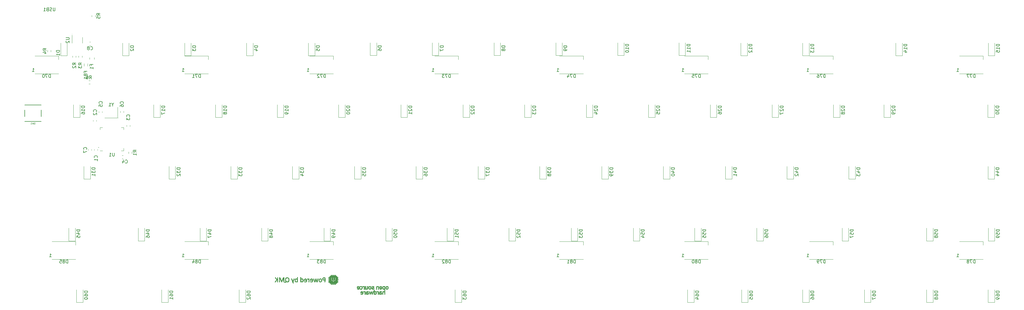
<source format=gbr>
G04 #@! TF.GenerationSoftware,KiCad,Pcbnew,(5.1.9-0-10_14)*
G04 #@! TF.CreationDate,2021-07-16T17:28:01+01:00*
G04 #@! TF.ProjectId,Draytronics-Elise-PCB V2,44726179-7472-46f6-9e69-63732d456c69,rev?*
G04 #@! TF.SameCoordinates,Original*
G04 #@! TF.FileFunction,Legend,Bot*
G04 #@! TF.FilePolarity,Positive*
%FSLAX46Y46*%
G04 Gerber Fmt 4.6, Leading zero omitted, Abs format (unit mm)*
G04 Created by KiCad (PCBNEW (5.1.9-0-10_14)) date 2021-07-16 17:28:01*
%MOMM*%
%LPD*%
G01*
G04 APERTURE LIST*
%ADD10C,0.120000*%
%ADD11C,0.010000*%
%ADD12C,0.200000*%
%ADD13C,0.150000*%
G04 APERTURE END LIST*
D10*
X56473383Y-60909200D02*
G75*
G03*
X56473383Y-60909200I-52363J0D01*
G01*
X50407959Y-70058280D02*
G75*
G03*
X50407959Y-70058280I-72779J0D01*
G01*
X42171154Y-35057080D02*
G75*
G03*
X42171154Y-35057080I-27474J0D01*
G01*
G04 #@! TO.C,R6*
X47737258Y-49377500D02*
X47262742Y-49377500D01*
X47737258Y-50422500D02*
X47262742Y-50422500D01*
G04 #@! TO.C,D85*
X35950000Y-104550000D02*
X43250000Y-104550000D01*
X35950000Y-99050000D02*
X43250000Y-99050000D01*
X43250000Y-99050000D02*
X43250000Y-100200000D01*
G04 #@! TO.C,D84*
X76850000Y-104550000D02*
X84150000Y-104550000D01*
X76850000Y-99050000D02*
X84150000Y-99050000D01*
X84150000Y-99050000D02*
X84150000Y-100200000D01*
G04 #@! TO.C,D83*
X122650000Y-99050000D02*
X122650000Y-100200000D01*
X115350000Y-99050000D02*
X122650000Y-99050000D01*
X115350000Y-104550000D02*
X122650000Y-104550000D01*
G04 #@! TO.C,D82*
X161150000Y-99050000D02*
X161150000Y-100200000D01*
X153850000Y-99050000D02*
X161150000Y-99050000D01*
X153850000Y-104550000D02*
X161150000Y-104550000D01*
G04 #@! TO.C,D81*
X192350000Y-104550000D02*
X199650000Y-104550000D01*
X192350000Y-99050000D02*
X199650000Y-99050000D01*
X199650000Y-99050000D02*
X199650000Y-100200000D01*
G04 #@! TO.C,D80*
X230850000Y-104550000D02*
X238150000Y-104550000D01*
X230850000Y-99050000D02*
X238150000Y-99050000D01*
X238150000Y-99050000D02*
X238150000Y-100200000D01*
G04 #@! TO.C,D79*
X269350000Y-104550000D02*
X276650000Y-104550000D01*
X269350000Y-99050000D02*
X276650000Y-99050000D01*
X276650000Y-99050000D02*
X276650000Y-100200000D01*
G04 #@! TO.C,D78*
X315550000Y-104550000D02*
X322850000Y-104550000D01*
X315550000Y-99050000D02*
X322850000Y-99050000D01*
X322850000Y-99050000D02*
X322850000Y-100200000D01*
G04 #@! TO.C,D77*
X315550000Y-47250000D02*
X322850000Y-47250000D01*
X315550000Y-41750000D02*
X322850000Y-41750000D01*
X322850000Y-41750000D02*
X322850000Y-42900000D01*
D11*
G04 #@! TO.C,G\u002A\u002A\u002A*
G36*
X122545687Y-109707680D02*
G01*
X122377672Y-109707680D01*
X122372780Y-109559514D01*
X122367887Y-109411347D01*
X122198554Y-109411347D01*
X122193661Y-109559514D01*
X122188769Y-109707680D01*
X122037687Y-109707680D01*
X122037687Y-109582065D01*
X122036694Y-109502522D01*
X122031409Y-109450842D01*
X122018374Y-109421035D01*
X121994130Y-109407108D01*
X121955221Y-109403069D01*
X121934275Y-109402880D01*
X121851420Y-109402880D01*
X121851420Y-109707680D01*
X121783143Y-109707680D01*
X121678665Y-109723154D01*
X121588599Y-109767606D01*
X121516075Y-109838081D01*
X121464224Y-109931624D01*
X121437741Y-110033647D01*
X121426012Y-110114080D01*
X121294970Y-110114080D01*
X121215521Y-110116738D01*
X121164206Y-110126418D01*
X121135586Y-110145674D01*
X121124222Y-110177063D01*
X121123287Y-110194780D01*
X121127600Y-110243250D01*
X121144392Y-110274430D01*
X121179441Y-110291910D01*
X121238525Y-110299279D01*
X121293216Y-110300347D01*
X121428087Y-110300347D01*
X121428087Y-110452747D01*
X121293216Y-110452747D01*
X121215195Y-110455426D01*
X121165005Y-110465858D01*
X121136868Y-110487632D01*
X121125007Y-110524337D01*
X121123287Y-110558314D01*
X121128889Y-110595552D01*
X121149319Y-110619641D01*
X121190016Y-110633122D01*
X121256416Y-110638534D01*
X121296007Y-110639014D01*
X121428087Y-110639014D01*
X121428087Y-110808347D01*
X121284476Y-110808347D01*
X121214641Y-110808847D01*
X121171445Y-110811668D01*
X121147663Y-110818794D01*
X121136070Y-110832207D01*
X121130241Y-110850680D01*
X121126017Y-110901763D01*
X121130241Y-110935347D01*
X121137093Y-110955896D01*
X121149808Y-110968420D01*
X121175609Y-110974904D01*
X121221722Y-110977328D01*
X121284476Y-110977680D01*
X121428087Y-110977680D01*
X121428087Y-111147014D01*
X121296007Y-111147014D01*
X121216306Y-111149631D01*
X121164749Y-111159176D01*
X121135897Y-111178191D01*
X121124314Y-111209215D01*
X121123287Y-111227713D01*
X121127600Y-111276184D01*
X121144392Y-111307364D01*
X121179441Y-111324843D01*
X121238525Y-111332212D01*
X121293216Y-111333280D01*
X121428087Y-111333280D01*
X121428087Y-111484311D01*
X121288747Y-111489229D01*
X121219954Y-111492279D01*
X121177415Y-111497079D01*
X121153520Y-111506039D01*
X121140662Y-111521574D01*
X121133914Y-111538336D01*
X121126054Y-111589379D01*
X121129644Y-111627236D01*
X121136548Y-111648983D01*
X121148703Y-111662211D01*
X121173393Y-111669037D01*
X121217897Y-111671576D01*
X121283439Y-111671947D01*
X121426012Y-111671947D01*
X121437741Y-111752380D01*
X121468194Y-111864245D01*
X121522153Y-111955714D01*
X121596486Y-112023833D01*
X121688063Y-112065647D01*
X121783143Y-112078347D01*
X121851420Y-112078347D01*
X121851420Y-112228772D01*
X121851981Y-112300782D01*
X121854770Y-112345937D01*
X121861449Y-112371246D01*
X121873682Y-112383714D01*
X121889520Y-112389407D01*
X121950466Y-112399854D01*
X121992905Y-112390791D01*
X122019687Y-112358817D01*
X122033665Y-112300532D01*
X122037687Y-112212604D01*
X122037687Y-112078347D01*
X122188769Y-112078347D01*
X122193661Y-112226151D01*
X122196511Y-112297266D01*
X122200831Y-112341886D01*
X122208905Y-112367373D01*
X122223011Y-112381088D01*
X122244438Y-112390046D01*
X122305212Y-112395600D01*
X122333338Y-112386539D01*
X122354223Y-112375099D01*
X122366957Y-112359029D01*
X122373549Y-112330675D01*
X122376010Y-112282380D01*
X122376354Y-112222643D01*
X122376354Y-112078347D01*
X122545687Y-112078347D01*
X122545687Y-112229606D01*
X122547692Y-112310881D01*
X122556037Y-112363172D01*
X122574221Y-112391241D01*
X122605740Y-112399851D01*
X122654093Y-112393763D01*
X122664601Y-112391530D01*
X122715020Y-112380456D01*
X122715020Y-112078347D01*
X122884354Y-112078347D01*
X122884354Y-112221684D01*
X122886781Y-112302077D01*
X122896153Y-112354457D01*
X122915608Y-112384460D01*
X122948284Y-112397724D01*
X122983631Y-112400080D01*
X123023370Y-112391985D01*
X123049736Y-112364802D01*
X123064748Y-112314180D01*
X123070423Y-112235771D01*
X123070621Y-112212604D01*
X123070621Y-112078347D01*
X123223021Y-112078347D01*
X123223021Y-112221684D01*
X123223984Y-112293274D01*
X123227885Y-112338476D01*
X123236241Y-112364736D01*
X123250567Y-112379504D01*
X123255774Y-112382551D01*
X123318152Y-112398782D01*
X123378751Y-112382312D01*
X123379654Y-112381790D01*
X123394591Y-112367425D01*
X123403624Y-112340893D01*
X123408080Y-112295011D01*
X123409287Y-112222594D01*
X123409287Y-112078347D01*
X123481254Y-112077975D01*
X123582708Y-112061749D01*
X123671626Y-112017412D01*
X123743179Y-111949830D01*
X123792540Y-111863871D01*
X123814878Y-111764402D01*
X123815687Y-111740883D01*
X123815687Y-111673265D01*
X123963854Y-111668373D01*
X124112021Y-111663480D01*
X124117352Y-111588958D01*
X124115787Y-111531152D01*
X124101498Y-111501055D01*
X124100419Y-111500318D01*
X124073595Y-111493520D01*
X124022999Y-111488439D01*
X123958718Y-111486019D01*
X123946920Y-111485939D01*
X123815687Y-111485680D01*
X123815687Y-111334599D01*
X123963854Y-111329706D01*
X124112021Y-111324814D01*
X124112021Y-111155480D01*
X123963854Y-111150588D01*
X123815687Y-111145695D01*
X123815687Y-110977680D01*
X124120487Y-110977680D01*
X124120487Y-110808347D01*
X123815687Y-110808347D01*
X123815687Y-110640332D01*
X123963854Y-110635439D01*
X124112021Y-110630547D01*
X124112021Y-110461213D01*
X123963854Y-110456321D01*
X123815687Y-110451428D01*
X123815687Y-110301665D01*
X123963854Y-110296773D01*
X124112021Y-110291880D01*
X124112021Y-110201102D01*
X123290754Y-110201102D01*
X123290754Y-110554889D01*
X123290423Y-110676907D01*
X123289153Y-110770577D01*
X123286522Y-110841414D01*
X123282112Y-110894934D01*
X123275504Y-110936653D01*
X123266279Y-110972084D01*
X123256996Y-110998902D01*
X123200538Y-111103176D01*
X123117220Y-111187728D01*
X123008372Y-111251605D01*
X122875324Y-111293851D01*
X122835016Y-111301493D01*
X122715020Y-111321310D01*
X122715020Y-111604214D01*
X122545687Y-111604214D01*
X122545687Y-111318422D01*
X122465254Y-111307654D01*
X122321081Y-111276208D01*
X122202368Y-111223458D01*
X122107595Y-111148570D01*
X122054533Y-111082303D01*
X122025275Y-111034685D01*
X122002971Y-110987904D01*
X121986680Y-110936394D01*
X121975462Y-110874587D01*
X121968377Y-110796914D01*
X121964487Y-110697810D01*
X121962850Y-110571705D01*
X121962693Y-110538271D01*
X121961487Y-110208928D01*
X122003820Y-110198407D01*
X122054846Y-110194356D01*
X122088487Y-110198737D01*
X122130820Y-110209588D01*
X122139287Y-110564001D01*
X122142787Y-110693252D01*
X122147165Y-110793670D01*
X122153656Y-110870285D01*
X122163497Y-110928128D01*
X122177922Y-110972231D01*
X122198166Y-111007624D01*
X122225465Y-111039339D01*
X122261054Y-111072406D01*
X122264959Y-111075843D01*
X122349997Y-111129936D01*
X122448732Y-111159747D01*
X122499120Y-111163852D01*
X122545687Y-111163947D01*
X122545687Y-110201102D01*
X122583787Y-110195562D01*
X122630688Y-110193596D01*
X122668454Y-110196306D01*
X122715020Y-110202591D01*
X122715020Y-111163947D01*
X122762804Y-111163947D01*
X122842782Y-111151710D01*
X122926623Y-111119503D01*
X122998245Y-111074085D01*
X123016444Y-111057364D01*
X123049982Y-111018883D01*
X123075663Y-110978069D01*
X123094491Y-110929863D01*
X123107472Y-110869205D01*
X123115610Y-110791035D01*
X123119911Y-110690293D01*
X123121378Y-110561919D01*
X123121421Y-110528740D01*
X123121421Y-110202591D01*
X123167987Y-110196306D01*
X123218316Y-110193485D01*
X123252654Y-110195562D01*
X123290754Y-110201102D01*
X124112021Y-110201102D01*
X124112021Y-110122547D01*
X123965898Y-110117684D01*
X123819776Y-110112821D01*
X123812056Y-110019724D01*
X123788393Y-109920890D01*
X123738190Y-109835169D01*
X123666833Y-109767661D01*
X123579706Y-109723465D01*
X123482558Y-109707680D01*
X123410606Y-109707680D01*
X123405713Y-109559514D01*
X123400820Y-109411347D01*
X123231487Y-109411347D01*
X123226595Y-109559514D01*
X123221702Y-109707680D01*
X123070621Y-109707680D01*
X123070361Y-109576447D01*
X123068499Y-109510819D01*
X123063811Y-109457127D01*
X123057244Y-109425456D01*
X123055983Y-109422948D01*
X123027432Y-109408016D01*
X122970975Y-109405771D01*
X122967342Y-109406015D01*
X122892820Y-109411347D01*
X122887928Y-109559514D01*
X122883035Y-109707680D01*
X122715020Y-109707680D01*
X122715020Y-109402880D01*
X122545687Y-109402880D01*
X122545687Y-109707680D01*
G37*
X122545687Y-109707680D02*
X122377672Y-109707680D01*
X122372780Y-109559514D01*
X122367887Y-109411347D01*
X122198554Y-109411347D01*
X122193661Y-109559514D01*
X122188769Y-109707680D01*
X122037687Y-109707680D01*
X122037687Y-109582065D01*
X122036694Y-109502522D01*
X122031409Y-109450842D01*
X122018374Y-109421035D01*
X121994130Y-109407108D01*
X121955221Y-109403069D01*
X121934275Y-109402880D01*
X121851420Y-109402880D01*
X121851420Y-109707680D01*
X121783143Y-109707680D01*
X121678665Y-109723154D01*
X121588599Y-109767606D01*
X121516075Y-109838081D01*
X121464224Y-109931624D01*
X121437741Y-110033647D01*
X121426012Y-110114080D01*
X121294970Y-110114080D01*
X121215521Y-110116738D01*
X121164206Y-110126418D01*
X121135586Y-110145674D01*
X121124222Y-110177063D01*
X121123287Y-110194780D01*
X121127600Y-110243250D01*
X121144392Y-110274430D01*
X121179441Y-110291910D01*
X121238525Y-110299279D01*
X121293216Y-110300347D01*
X121428087Y-110300347D01*
X121428087Y-110452747D01*
X121293216Y-110452747D01*
X121215195Y-110455426D01*
X121165005Y-110465858D01*
X121136868Y-110487632D01*
X121125007Y-110524337D01*
X121123287Y-110558314D01*
X121128889Y-110595552D01*
X121149319Y-110619641D01*
X121190016Y-110633122D01*
X121256416Y-110638534D01*
X121296007Y-110639014D01*
X121428087Y-110639014D01*
X121428087Y-110808347D01*
X121284476Y-110808347D01*
X121214641Y-110808847D01*
X121171445Y-110811668D01*
X121147663Y-110818794D01*
X121136070Y-110832207D01*
X121130241Y-110850680D01*
X121126017Y-110901763D01*
X121130241Y-110935347D01*
X121137093Y-110955896D01*
X121149808Y-110968420D01*
X121175609Y-110974904D01*
X121221722Y-110977328D01*
X121284476Y-110977680D01*
X121428087Y-110977680D01*
X121428087Y-111147014D01*
X121296007Y-111147014D01*
X121216306Y-111149631D01*
X121164749Y-111159176D01*
X121135897Y-111178191D01*
X121124314Y-111209215D01*
X121123287Y-111227713D01*
X121127600Y-111276184D01*
X121144392Y-111307364D01*
X121179441Y-111324843D01*
X121238525Y-111332212D01*
X121293216Y-111333280D01*
X121428087Y-111333280D01*
X121428087Y-111484311D01*
X121288747Y-111489229D01*
X121219954Y-111492279D01*
X121177415Y-111497079D01*
X121153520Y-111506039D01*
X121140662Y-111521574D01*
X121133914Y-111538336D01*
X121126054Y-111589379D01*
X121129644Y-111627236D01*
X121136548Y-111648983D01*
X121148703Y-111662211D01*
X121173393Y-111669037D01*
X121217897Y-111671576D01*
X121283439Y-111671947D01*
X121426012Y-111671947D01*
X121437741Y-111752380D01*
X121468194Y-111864245D01*
X121522153Y-111955714D01*
X121596486Y-112023833D01*
X121688063Y-112065647D01*
X121783143Y-112078347D01*
X121851420Y-112078347D01*
X121851420Y-112228772D01*
X121851981Y-112300782D01*
X121854770Y-112345937D01*
X121861449Y-112371246D01*
X121873682Y-112383714D01*
X121889520Y-112389407D01*
X121950466Y-112399854D01*
X121992905Y-112390791D01*
X122019687Y-112358817D01*
X122033665Y-112300532D01*
X122037687Y-112212604D01*
X122037687Y-112078347D01*
X122188769Y-112078347D01*
X122193661Y-112226151D01*
X122196511Y-112297266D01*
X122200831Y-112341886D01*
X122208905Y-112367373D01*
X122223011Y-112381088D01*
X122244438Y-112390046D01*
X122305212Y-112395600D01*
X122333338Y-112386539D01*
X122354223Y-112375099D01*
X122366957Y-112359029D01*
X122373549Y-112330675D01*
X122376010Y-112282380D01*
X122376354Y-112222643D01*
X122376354Y-112078347D01*
X122545687Y-112078347D01*
X122545687Y-112229606D01*
X122547692Y-112310881D01*
X122556037Y-112363172D01*
X122574221Y-112391241D01*
X122605740Y-112399851D01*
X122654093Y-112393763D01*
X122664601Y-112391530D01*
X122715020Y-112380456D01*
X122715020Y-112078347D01*
X122884354Y-112078347D01*
X122884354Y-112221684D01*
X122886781Y-112302077D01*
X122896153Y-112354457D01*
X122915608Y-112384460D01*
X122948284Y-112397724D01*
X122983631Y-112400080D01*
X123023370Y-112391985D01*
X123049736Y-112364802D01*
X123064748Y-112314180D01*
X123070423Y-112235771D01*
X123070621Y-112212604D01*
X123070621Y-112078347D01*
X123223021Y-112078347D01*
X123223021Y-112221684D01*
X123223984Y-112293274D01*
X123227885Y-112338476D01*
X123236241Y-112364736D01*
X123250567Y-112379504D01*
X123255774Y-112382551D01*
X123318152Y-112398782D01*
X123378751Y-112382312D01*
X123379654Y-112381790D01*
X123394591Y-112367425D01*
X123403624Y-112340893D01*
X123408080Y-112295011D01*
X123409287Y-112222594D01*
X123409287Y-112078347D01*
X123481254Y-112077975D01*
X123582708Y-112061749D01*
X123671626Y-112017412D01*
X123743179Y-111949830D01*
X123792540Y-111863871D01*
X123814878Y-111764402D01*
X123815687Y-111740883D01*
X123815687Y-111673265D01*
X123963854Y-111668373D01*
X124112021Y-111663480D01*
X124117352Y-111588958D01*
X124115787Y-111531152D01*
X124101498Y-111501055D01*
X124100419Y-111500318D01*
X124073595Y-111493520D01*
X124022999Y-111488439D01*
X123958718Y-111486019D01*
X123946920Y-111485939D01*
X123815687Y-111485680D01*
X123815687Y-111334599D01*
X123963854Y-111329706D01*
X124112021Y-111324814D01*
X124112021Y-111155480D01*
X123963854Y-111150588D01*
X123815687Y-111145695D01*
X123815687Y-110977680D01*
X124120487Y-110977680D01*
X124120487Y-110808347D01*
X123815687Y-110808347D01*
X123815687Y-110640332D01*
X123963854Y-110635439D01*
X124112021Y-110630547D01*
X124112021Y-110461213D01*
X123963854Y-110456321D01*
X123815687Y-110451428D01*
X123815687Y-110301665D01*
X123963854Y-110296773D01*
X124112021Y-110291880D01*
X124112021Y-110201102D01*
X123290754Y-110201102D01*
X123290754Y-110554889D01*
X123290423Y-110676907D01*
X123289153Y-110770577D01*
X123286522Y-110841414D01*
X123282112Y-110894934D01*
X123275504Y-110936653D01*
X123266279Y-110972084D01*
X123256996Y-110998902D01*
X123200538Y-111103176D01*
X123117220Y-111187728D01*
X123008372Y-111251605D01*
X122875324Y-111293851D01*
X122835016Y-111301493D01*
X122715020Y-111321310D01*
X122715020Y-111604214D01*
X122545687Y-111604214D01*
X122545687Y-111318422D01*
X122465254Y-111307654D01*
X122321081Y-111276208D01*
X122202368Y-111223458D01*
X122107595Y-111148570D01*
X122054533Y-111082303D01*
X122025275Y-111034685D01*
X122002971Y-110987904D01*
X121986680Y-110936394D01*
X121975462Y-110874587D01*
X121968377Y-110796914D01*
X121964487Y-110697810D01*
X121962850Y-110571705D01*
X121962693Y-110538271D01*
X121961487Y-110208928D01*
X122003820Y-110198407D01*
X122054846Y-110194356D01*
X122088487Y-110198737D01*
X122130820Y-110209588D01*
X122139287Y-110564001D01*
X122142787Y-110693252D01*
X122147165Y-110793670D01*
X122153656Y-110870285D01*
X122163497Y-110928128D01*
X122177922Y-110972231D01*
X122198166Y-111007624D01*
X122225465Y-111039339D01*
X122261054Y-111072406D01*
X122264959Y-111075843D01*
X122349997Y-111129936D01*
X122448732Y-111159747D01*
X122499120Y-111163852D01*
X122545687Y-111163947D01*
X122545687Y-110201102D01*
X122583787Y-110195562D01*
X122630688Y-110193596D01*
X122668454Y-110196306D01*
X122715020Y-110202591D01*
X122715020Y-111163947D01*
X122762804Y-111163947D01*
X122842782Y-111151710D01*
X122926623Y-111119503D01*
X122998245Y-111074085D01*
X123016444Y-111057364D01*
X123049982Y-111018883D01*
X123075663Y-110978069D01*
X123094491Y-110929863D01*
X123107472Y-110869205D01*
X123115610Y-110791035D01*
X123119911Y-110690293D01*
X123121378Y-110561919D01*
X123121421Y-110528740D01*
X123121421Y-110202591D01*
X123167987Y-110196306D01*
X123218316Y-110193485D01*
X123252654Y-110195562D01*
X123290754Y-110201102D01*
X124112021Y-110201102D01*
X124112021Y-110122547D01*
X123965898Y-110117684D01*
X123819776Y-110112821D01*
X123812056Y-110019724D01*
X123788393Y-109920890D01*
X123738190Y-109835169D01*
X123666833Y-109767661D01*
X123579706Y-109723465D01*
X123482558Y-109707680D01*
X123410606Y-109707680D01*
X123405713Y-109559514D01*
X123400820Y-109411347D01*
X123231487Y-109411347D01*
X123226595Y-109559514D01*
X123221702Y-109707680D01*
X123070621Y-109707680D01*
X123070361Y-109576447D01*
X123068499Y-109510819D01*
X123063811Y-109457127D01*
X123057244Y-109425456D01*
X123055983Y-109422948D01*
X123027432Y-109408016D01*
X122970975Y-109405771D01*
X122967342Y-109406015D01*
X122892820Y-109411347D01*
X122887928Y-109559514D01*
X122883035Y-109707680D01*
X122715020Y-109707680D01*
X122715020Y-109402880D01*
X122545687Y-109402880D01*
X122545687Y-109707680D01*
G36*
X110497581Y-110539009D02*
G01*
X110471956Y-110548601D01*
X110448214Y-110570892D01*
X110424106Y-110609258D01*
X110397385Y-110667078D01*
X110365804Y-110747729D01*
X110327115Y-110854589D01*
X110293340Y-110950382D01*
X110255484Y-111057224D01*
X110221053Y-111152574D01*
X110191681Y-111232051D01*
X110169004Y-111291275D01*
X110154657Y-111325866D01*
X110150487Y-111333081D01*
X110142893Y-111317764D01*
X110126063Y-111274727D01*
X110101588Y-111208340D01*
X110071059Y-111122973D01*
X110036067Y-111022994D01*
X110009312Y-110945321D01*
X109876604Y-110557562D01*
X109820902Y-110547113D01*
X109766811Y-110544917D01*
X109719640Y-110553985D01*
X109687822Y-110571886D01*
X109682664Y-110597085D01*
X109685765Y-110609393D01*
X109699587Y-110651369D01*
X109722653Y-110717856D01*
X109753474Y-110804806D01*
X109790563Y-110908171D01*
X109832430Y-111023903D01*
X109877587Y-111147952D01*
X109924545Y-111276271D01*
X109971817Y-111404813D01*
X110017913Y-111529527D01*
X110061345Y-111646367D01*
X110100625Y-111751283D01*
X110134264Y-111840229D01*
X110160773Y-111909154D01*
X110178664Y-111954012D01*
X110186249Y-111970563D01*
X110214277Y-111985238D01*
X110259920Y-111992821D01*
X110310863Y-111993300D01*
X110354797Y-111986661D01*
X110379409Y-111972891D01*
X110380475Y-111970770D01*
X110378101Y-111946431D01*
X110364839Y-111898393D01*
X110342984Y-111834153D01*
X110321328Y-111777332D01*
X110291460Y-111700828D01*
X110273306Y-111648345D01*
X110265390Y-111612711D01*
X110266239Y-111586753D01*
X110274377Y-111563299D01*
X110276429Y-111558942D01*
X110294223Y-111518155D01*
X110319848Y-111454242D01*
X110351601Y-111371915D01*
X110387781Y-111275885D01*
X110426684Y-111170865D01*
X110466607Y-111061566D01*
X110505849Y-110952701D01*
X110542707Y-110848979D01*
X110575477Y-110755115D01*
X110602457Y-110675819D01*
X110621946Y-110615802D01*
X110632239Y-110579778D01*
X110633233Y-110571517D01*
X110611385Y-110558083D01*
X110570589Y-110545842D01*
X110563464Y-110544408D01*
X110527334Y-110538737D01*
X110497581Y-110539009D01*
G37*
X110497581Y-110539009D02*
X110471956Y-110548601D01*
X110448214Y-110570892D01*
X110424106Y-110609258D01*
X110397385Y-110667078D01*
X110365804Y-110747729D01*
X110327115Y-110854589D01*
X110293340Y-110950382D01*
X110255484Y-111057224D01*
X110221053Y-111152574D01*
X110191681Y-111232051D01*
X110169004Y-111291275D01*
X110154657Y-111325866D01*
X110150487Y-111333081D01*
X110142893Y-111317764D01*
X110126063Y-111274727D01*
X110101588Y-111208340D01*
X110071059Y-111122973D01*
X110036067Y-111022994D01*
X110009312Y-110945321D01*
X109876604Y-110557562D01*
X109820902Y-110547113D01*
X109766811Y-110544917D01*
X109719640Y-110553985D01*
X109687822Y-110571886D01*
X109682664Y-110597085D01*
X109685765Y-110609393D01*
X109699587Y-110651369D01*
X109722653Y-110717856D01*
X109753474Y-110804806D01*
X109790563Y-110908171D01*
X109832430Y-111023903D01*
X109877587Y-111147952D01*
X109924545Y-111276271D01*
X109971817Y-111404813D01*
X110017913Y-111529527D01*
X110061345Y-111646367D01*
X110100625Y-111751283D01*
X110134264Y-111840229D01*
X110160773Y-111909154D01*
X110178664Y-111954012D01*
X110186249Y-111970563D01*
X110214277Y-111985238D01*
X110259920Y-111992821D01*
X110310863Y-111993300D01*
X110354797Y-111986661D01*
X110379409Y-111972891D01*
X110380475Y-111970770D01*
X110378101Y-111946431D01*
X110364839Y-111898393D01*
X110342984Y-111834153D01*
X110321328Y-111777332D01*
X110291460Y-111700828D01*
X110273306Y-111648345D01*
X110265390Y-111612711D01*
X110266239Y-111586753D01*
X110274377Y-111563299D01*
X110276429Y-111558942D01*
X110294223Y-111518155D01*
X110319848Y-111454242D01*
X110351601Y-111371915D01*
X110387781Y-111275885D01*
X110426684Y-111170865D01*
X110466607Y-111061566D01*
X110505849Y-110952701D01*
X110542707Y-110848979D01*
X110575477Y-110755115D01*
X110602457Y-110675819D01*
X110621946Y-110615802D01*
X110632239Y-110579778D01*
X110633233Y-110571517D01*
X110611385Y-110558083D01*
X110570589Y-110545842D01*
X110563464Y-110544408D01*
X110527334Y-110538737D01*
X110497581Y-110539009D01*
G36*
X108286972Y-110168386D02*
G01*
X108183271Y-110187295D01*
X108143887Y-110199537D01*
X108038612Y-110254916D01*
X107944004Y-110336465D01*
X107867633Y-110436628D01*
X107829142Y-110513614D01*
X107813370Y-110556693D01*
X107802348Y-110598166D01*
X107795228Y-110645485D01*
X107791162Y-110706103D01*
X107789301Y-110787474D01*
X107788840Y-110867614D01*
X107790620Y-110996921D01*
X107797544Y-111099444D01*
X107811045Y-111182059D01*
X107832551Y-111251644D01*
X107863495Y-111315075D01*
X107891015Y-111358732D01*
X107916300Y-111398534D01*
X107930822Y-111426318D01*
X107932188Y-111431399D01*
X107918629Y-111447599D01*
X107882750Y-111475698D01*
X107831674Y-111510861D01*
X107772522Y-111548251D01*
X107712419Y-111583035D01*
X107695154Y-111592299D01*
X107630860Y-111638377D01*
X107598927Y-111692801D01*
X107598567Y-111756979D01*
X107599911Y-111762702D01*
X107615431Y-111793615D01*
X107644339Y-111805823D01*
X107690387Y-111798971D01*
X107757325Y-111772706D01*
X107819890Y-111741922D01*
X107891377Y-111701994D01*
X107962071Y-111657672D01*
X108017821Y-111617884D01*
X108022392Y-111614201D01*
X108098337Y-111551970D01*
X108205779Y-111588285D01*
X108324363Y-111615116D01*
X108450434Y-111620684D01*
X108576418Y-111606483D01*
X108694742Y-111574011D01*
X108797833Y-111524763D01*
X108878118Y-111460234D01*
X108883346Y-111454438D01*
X108951432Y-111353433D01*
X109001587Y-111230223D01*
X109033636Y-111091443D01*
X109046540Y-110952983D01*
X108828875Y-110952983D01*
X108813789Y-111078127D01*
X108783170Y-111192339D01*
X108737244Y-111288021D01*
X108704940Y-111330656D01*
X108630905Y-111388263D01*
X108537582Y-111424569D01*
X108432790Y-111438574D01*
X108324347Y-111429280D01*
X108220072Y-111395688D01*
X108214898Y-111393253D01*
X108141195Y-111340107D01*
X108080566Y-111260996D01*
X108034036Y-111161608D01*
X108002629Y-111047626D01*
X107987370Y-110924739D01*
X107989284Y-110798631D01*
X108009396Y-110674989D01*
X108048729Y-110559499D01*
X108060293Y-110535297D01*
X108120865Y-110449995D01*
X108200564Y-110387779D01*
X108293410Y-110349007D01*
X108393419Y-110334040D01*
X108494610Y-110343236D01*
X108591002Y-110376956D01*
X108676612Y-110435559D01*
X108729450Y-110495080D01*
X108778718Y-110587957D01*
X108811563Y-110700299D01*
X108828208Y-110824508D01*
X108828875Y-110952983D01*
X109046540Y-110952983D01*
X109047403Y-110943727D01*
X109042712Y-110793709D01*
X109019387Y-110648023D01*
X108977255Y-110513304D01*
X108916139Y-110396185D01*
X108911509Y-110389346D01*
X108848151Y-110319144D01*
X108762671Y-110254577D01*
X108666732Y-110203617D01*
X108609913Y-110183154D01*
X108514496Y-110165816D01*
X108402115Y-110161059D01*
X108286972Y-110168386D01*
G37*
X108286972Y-110168386D02*
X108183271Y-110187295D01*
X108143887Y-110199537D01*
X108038612Y-110254916D01*
X107944004Y-110336465D01*
X107867633Y-110436628D01*
X107829142Y-110513614D01*
X107813370Y-110556693D01*
X107802348Y-110598166D01*
X107795228Y-110645485D01*
X107791162Y-110706103D01*
X107789301Y-110787474D01*
X107788840Y-110867614D01*
X107790620Y-110996921D01*
X107797544Y-111099444D01*
X107811045Y-111182059D01*
X107832551Y-111251644D01*
X107863495Y-111315075D01*
X107891015Y-111358732D01*
X107916300Y-111398534D01*
X107930822Y-111426318D01*
X107932188Y-111431399D01*
X107918629Y-111447599D01*
X107882750Y-111475698D01*
X107831674Y-111510861D01*
X107772522Y-111548251D01*
X107712419Y-111583035D01*
X107695154Y-111592299D01*
X107630860Y-111638377D01*
X107598927Y-111692801D01*
X107598567Y-111756979D01*
X107599911Y-111762702D01*
X107615431Y-111793615D01*
X107644339Y-111805823D01*
X107690387Y-111798971D01*
X107757325Y-111772706D01*
X107819890Y-111741922D01*
X107891377Y-111701994D01*
X107962071Y-111657672D01*
X108017821Y-111617884D01*
X108022392Y-111614201D01*
X108098337Y-111551970D01*
X108205779Y-111588285D01*
X108324363Y-111615116D01*
X108450434Y-111620684D01*
X108576418Y-111606483D01*
X108694742Y-111574011D01*
X108797833Y-111524763D01*
X108878118Y-111460234D01*
X108883346Y-111454438D01*
X108951432Y-111353433D01*
X109001587Y-111230223D01*
X109033636Y-111091443D01*
X109046540Y-110952983D01*
X108828875Y-110952983D01*
X108813789Y-111078127D01*
X108783170Y-111192339D01*
X108737244Y-111288021D01*
X108704940Y-111330656D01*
X108630905Y-111388263D01*
X108537582Y-111424569D01*
X108432790Y-111438574D01*
X108324347Y-111429280D01*
X108220072Y-111395688D01*
X108214898Y-111393253D01*
X108141195Y-111340107D01*
X108080566Y-111260996D01*
X108034036Y-111161608D01*
X108002629Y-111047626D01*
X107987370Y-110924739D01*
X107989284Y-110798631D01*
X108009396Y-110674989D01*
X108048729Y-110559499D01*
X108060293Y-110535297D01*
X108120865Y-110449995D01*
X108200564Y-110387779D01*
X108293410Y-110349007D01*
X108393419Y-110334040D01*
X108494610Y-110343236D01*
X108591002Y-110376956D01*
X108676612Y-110435559D01*
X108729450Y-110495080D01*
X108778718Y-110587957D01*
X108811563Y-110700299D01*
X108828208Y-110824508D01*
X108828875Y-110952983D01*
X109046540Y-110952983D01*
X109047403Y-110943727D01*
X109042712Y-110793709D01*
X109019387Y-110648023D01*
X108977255Y-110513304D01*
X108916139Y-110396185D01*
X108911509Y-110389346D01*
X108848151Y-110319144D01*
X108762671Y-110254577D01*
X108666732Y-110203617D01*
X108609913Y-110183154D01*
X108514496Y-110165816D01*
X108402115Y-110161059D01*
X108286972Y-110168386D01*
G36*
X118498076Y-110544327D02*
G01*
X118432841Y-110555817D01*
X118428490Y-110557066D01*
X118355217Y-110591840D01*
X118281873Y-110647803D01*
X118220668Y-110714581D01*
X118194839Y-110755549D01*
X118152344Y-110870387D01*
X118132156Y-110998087D01*
X118133591Y-111130274D01*
X118155959Y-111258569D01*
X118198573Y-111374594D01*
X118252680Y-111460391D01*
X118327193Y-111532425D01*
X118416661Y-111580920D01*
X118526273Y-111608086D01*
X118617154Y-111615575D01*
X118689081Y-111616106D01*
X118752518Y-111613446D01*
X118796345Y-111608150D01*
X118803530Y-111606289D01*
X118916297Y-111553587D01*
X119004897Y-111477377D01*
X119069053Y-111378159D01*
X119108487Y-111256430D01*
X119122923Y-111112691D01*
X119121653Y-111064555D01*
X118918727Y-111064555D01*
X118910365Y-111178296D01*
X118906015Y-111201492D01*
X118874987Y-111298004D01*
X118824671Y-111371169D01*
X118762589Y-111420791D01*
X118701902Y-111442931D01*
X118625624Y-111449084D01*
X118547672Y-111439880D01*
X118481967Y-111415949D01*
X118468760Y-111407503D01*
X118434270Y-111372700D01*
X118397658Y-111321221D01*
X118380087Y-111290067D01*
X118357697Y-111239768D01*
X118345115Y-111191481D01*
X118340045Y-111132515D01*
X118339873Y-111067828D01*
X118351566Y-110942501D01*
X118382680Y-110844141D01*
X118433657Y-110771666D01*
X118473748Y-110740288D01*
X118548203Y-110711684D01*
X118635548Y-110704505D01*
X118722296Y-110718932D01*
X118765181Y-110736308D01*
X118827869Y-110786984D01*
X118875605Y-110862710D01*
X118906516Y-110957297D01*
X118918727Y-111064555D01*
X119121653Y-111064555D01*
X119120906Y-111036278D01*
X119099051Y-110892424D01*
X119053311Y-110770554D01*
X118984517Y-110671933D01*
X118893501Y-110597824D01*
X118805127Y-110556992D01*
X118746758Y-110545028D01*
X118667689Y-110538930D01*
X118580577Y-110538698D01*
X118498076Y-110544327D01*
G37*
X118498076Y-110544327D02*
X118432841Y-110555817D01*
X118428490Y-110557066D01*
X118355217Y-110591840D01*
X118281873Y-110647803D01*
X118220668Y-110714581D01*
X118194839Y-110755549D01*
X118152344Y-110870387D01*
X118132156Y-110998087D01*
X118133591Y-111130274D01*
X118155959Y-111258569D01*
X118198573Y-111374594D01*
X118252680Y-111460391D01*
X118327193Y-111532425D01*
X118416661Y-111580920D01*
X118526273Y-111608086D01*
X118617154Y-111615575D01*
X118689081Y-111616106D01*
X118752518Y-111613446D01*
X118796345Y-111608150D01*
X118803530Y-111606289D01*
X118916297Y-111553587D01*
X119004897Y-111477377D01*
X119069053Y-111378159D01*
X119108487Y-111256430D01*
X119122923Y-111112691D01*
X119121653Y-111064555D01*
X118918727Y-111064555D01*
X118910365Y-111178296D01*
X118906015Y-111201492D01*
X118874987Y-111298004D01*
X118824671Y-111371169D01*
X118762589Y-111420791D01*
X118701902Y-111442931D01*
X118625624Y-111449084D01*
X118547672Y-111439880D01*
X118481967Y-111415949D01*
X118468760Y-111407503D01*
X118434270Y-111372700D01*
X118397658Y-111321221D01*
X118380087Y-111290067D01*
X118357697Y-111239768D01*
X118345115Y-111191481D01*
X118340045Y-111132515D01*
X118339873Y-111067828D01*
X118351566Y-110942501D01*
X118382680Y-110844141D01*
X118433657Y-110771666D01*
X118473748Y-110740288D01*
X118548203Y-110711684D01*
X118635548Y-110704505D01*
X118722296Y-110718932D01*
X118765181Y-110736308D01*
X118827869Y-110786984D01*
X118875605Y-110862710D01*
X118906516Y-110957297D01*
X118918727Y-111064555D01*
X119121653Y-111064555D01*
X119120906Y-111036278D01*
X119099051Y-110892424D01*
X119053311Y-110770554D01*
X118984517Y-110671933D01*
X118893501Y-110597824D01*
X118805127Y-110556992D01*
X118746758Y-110545028D01*
X118667689Y-110538930D01*
X118580577Y-110538698D01*
X118498076Y-110544327D01*
G36*
X115824287Y-110540374D02*
G01*
X115736074Y-110555171D01*
X115663643Y-110586212D01*
X115610209Y-110625474D01*
X115547267Y-110691782D01*
X115506316Y-110764545D01*
X115483991Y-110852229D01*
X115476941Y-110960747D01*
X115476020Y-111104680D01*
X115829495Y-111109263D01*
X116182970Y-111113847D01*
X116171670Y-111185463D01*
X116145139Y-111280904D01*
X116100438Y-111360932D01*
X116053966Y-111408235D01*
X115995189Y-111435153D01*
X115914100Y-111449182D01*
X115819792Y-111450110D01*
X115721358Y-111437721D01*
X115645076Y-111417854D01*
X115575983Y-111397503D01*
X115532611Y-111393555D01*
X115509947Y-111408181D01*
X115502978Y-111443554D01*
X115504499Y-111478786D01*
X115510135Y-111517839D01*
X115524613Y-111542139D01*
X115556548Y-111561008D01*
X115594554Y-111576225D01*
X115681880Y-111599771D01*
X115786517Y-111613505D01*
X115896429Y-111617088D01*
X115999579Y-111610181D01*
X116083931Y-111592444D01*
X116090436Y-111590216D01*
X116190259Y-111540521D01*
X116267130Y-111469806D01*
X116322811Y-111375617D01*
X116359067Y-111255503D01*
X116367874Y-111204255D01*
X116376931Y-111055975D01*
X116367978Y-110977680D01*
X116179399Y-110977680D01*
X115650051Y-110977680D01*
X115661682Y-110914180D01*
X115692423Y-110819734D01*
X115744248Y-110750273D01*
X115814989Y-110707594D01*
X115902478Y-110693490D01*
X115926824Y-110694649D01*
X116016857Y-110716958D01*
X116087695Y-110766950D01*
X116139588Y-110844869D01*
X116168494Y-110931114D01*
X116179399Y-110977680D01*
X116367978Y-110977680D01*
X116361247Y-110918829D01*
X116322229Y-110796819D01*
X116261282Y-110693944D01*
X116179809Y-110614204D01*
X116154683Y-110597288D01*
X116104590Y-110569563D01*
X116057143Y-110552884D01*
X115999352Y-110543827D01*
X115936211Y-110539737D01*
X115824287Y-110540374D01*
G37*
X115824287Y-110540374D02*
X115736074Y-110555171D01*
X115663643Y-110586212D01*
X115610209Y-110625474D01*
X115547267Y-110691782D01*
X115506316Y-110764545D01*
X115483991Y-110852229D01*
X115476941Y-110960747D01*
X115476020Y-111104680D01*
X115829495Y-111109263D01*
X116182970Y-111113847D01*
X116171670Y-111185463D01*
X116145139Y-111280904D01*
X116100438Y-111360932D01*
X116053966Y-111408235D01*
X115995189Y-111435153D01*
X115914100Y-111449182D01*
X115819792Y-111450110D01*
X115721358Y-111437721D01*
X115645076Y-111417854D01*
X115575983Y-111397503D01*
X115532611Y-111393555D01*
X115509947Y-111408181D01*
X115502978Y-111443554D01*
X115504499Y-111478786D01*
X115510135Y-111517839D01*
X115524613Y-111542139D01*
X115556548Y-111561008D01*
X115594554Y-111576225D01*
X115681880Y-111599771D01*
X115786517Y-111613505D01*
X115896429Y-111617088D01*
X115999579Y-111610181D01*
X116083931Y-111592444D01*
X116090436Y-111590216D01*
X116190259Y-111540521D01*
X116267130Y-111469806D01*
X116322811Y-111375617D01*
X116359067Y-111255503D01*
X116367874Y-111204255D01*
X116376931Y-111055975D01*
X116367978Y-110977680D01*
X116179399Y-110977680D01*
X115650051Y-110977680D01*
X115661682Y-110914180D01*
X115692423Y-110819734D01*
X115744248Y-110750273D01*
X115814989Y-110707594D01*
X115902478Y-110693490D01*
X115926824Y-110694649D01*
X116016857Y-110716958D01*
X116087695Y-110766950D01*
X116139588Y-110844869D01*
X116168494Y-110931114D01*
X116179399Y-110977680D01*
X116367978Y-110977680D01*
X116361247Y-110918829D01*
X116322229Y-110796819D01*
X116261282Y-110693944D01*
X116179809Y-110614204D01*
X116154683Y-110597288D01*
X116104590Y-110569563D01*
X116057143Y-110552884D01*
X115999352Y-110543827D01*
X115936211Y-110539737D01*
X115824287Y-110540374D01*
G36*
X113948924Y-110542395D02*
G01*
X113867701Y-110558763D01*
X113800656Y-110589862D01*
X113738497Y-110638781D01*
X113732734Y-110644250D01*
X113664468Y-110732948D01*
X113622355Y-110841461D01*
X113607370Y-110966954D01*
X113608242Y-111006201D01*
X113613354Y-111104680D01*
X114320594Y-111113848D01*
X114309819Y-111192460D01*
X114281457Y-111295045D01*
X114227870Y-111375981D01*
X114192461Y-111407424D01*
X114132520Y-111435009D01*
X114050357Y-111449300D01*
X113954995Y-111450071D01*
X113855454Y-111437097D01*
X113781939Y-111417698D01*
X113714260Y-111397732D01*
X113671794Y-111393841D01*
X113648956Y-111408026D01*
X113640156Y-111442285D01*
X113639272Y-111468747D01*
X113643931Y-111509182D01*
X113662006Y-111538286D01*
X113699645Y-111561153D01*
X113762998Y-111582878D01*
X113784347Y-111588942D01*
X113912608Y-111613547D01*
X114043561Y-111619169D01*
X114165348Y-111605808D01*
X114228328Y-111588943D01*
X114330169Y-111538385D01*
X114409357Y-111464387D01*
X114466481Y-111366004D01*
X114502128Y-111242292D01*
X114515391Y-111127786D01*
X114512024Y-110977680D01*
X114318778Y-110977680D01*
X113803683Y-110977680D01*
X113812097Y-110903027D01*
X113836532Y-110814678D01*
X113885301Y-110748287D01*
X113954885Y-110706549D01*
X114041764Y-110692158D01*
X114083762Y-110695075D01*
X114169584Y-110722516D01*
X114238487Y-110777728D01*
X114287385Y-110857569D01*
X114307288Y-110922647D01*
X114318778Y-110977680D01*
X114512024Y-110977680D01*
X114511986Y-110975986D01*
X114484179Y-110843963D01*
X114433264Y-110733369D01*
X114360533Y-110645857D01*
X114267279Y-110583077D01*
X114154794Y-110546683D01*
X114053620Y-110537673D01*
X113948924Y-110542395D01*
G37*
X113948924Y-110542395D02*
X113867701Y-110558763D01*
X113800656Y-110589862D01*
X113738497Y-110638781D01*
X113732734Y-110644250D01*
X113664468Y-110732948D01*
X113622355Y-110841461D01*
X113607370Y-110966954D01*
X113608242Y-111006201D01*
X113613354Y-111104680D01*
X114320594Y-111113848D01*
X114309819Y-111192460D01*
X114281457Y-111295045D01*
X114227870Y-111375981D01*
X114192461Y-111407424D01*
X114132520Y-111435009D01*
X114050357Y-111449300D01*
X113954995Y-111450071D01*
X113855454Y-111437097D01*
X113781939Y-111417698D01*
X113714260Y-111397732D01*
X113671794Y-111393841D01*
X113648956Y-111408026D01*
X113640156Y-111442285D01*
X113639272Y-111468747D01*
X113643931Y-111509182D01*
X113662006Y-111538286D01*
X113699645Y-111561153D01*
X113762998Y-111582878D01*
X113784347Y-111588942D01*
X113912608Y-111613547D01*
X114043561Y-111619169D01*
X114165348Y-111605808D01*
X114228328Y-111588943D01*
X114330169Y-111538385D01*
X114409357Y-111464387D01*
X114466481Y-111366004D01*
X114502128Y-111242292D01*
X114515391Y-111127786D01*
X114512024Y-110977680D01*
X114318778Y-110977680D01*
X113803683Y-110977680D01*
X113812097Y-110903027D01*
X113836532Y-110814678D01*
X113885301Y-110748287D01*
X113954885Y-110706549D01*
X114041764Y-110692158D01*
X114083762Y-110695075D01*
X114169584Y-110722516D01*
X114238487Y-110777728D01*
X114287385Y-110857569D01*
X114307288Y-110922647D01*
X114318778Y-110977680D01*
X114512024Y-110977680D01*
X114511986Y-110975986D01*
X114484179Y-110843963D01*
X114433264Y-110733369D01*
X114360533Y-110645857D01*
X114267279Y-110583077D01*
X114154794Y-110546683D01*
X114053620Y-110537673D01*
X113948924Y-110542395D01*
G36*
X112495754Y-111595747D02*
G01*
X112656620Y-111606069D01*
X112656620Y-111465862D01*
X112737054Y-111523235D01*
X112811584Y-111572499D01*
X112873730Y-111602331D01*
X112935323Y-111616974D01*
X113008195Y-111620673D01*
X113008784Y-111620670D01*
X113113904Y-111607599D01*
X113181554Y-111581617D01*
X113267763Y-111519509D01*
X113332403Y-111431373D01*
X113375486Y-111317178D01*
X113397025Y-111176893D01*
X113397727Y-111071252D01*
X113190020Y-111071252D01*
X113188133Y-111163325D01*
X113181659Y-111230829D01*
X113169381Y-111282895D01*
X113157837Y-111312503D01*
X113109478Y-111386460D01*
X113046113Y-111432642D01*
X112972497Y-111449188D01*
X112893383Y-111434235D01*
X112871680Y-111424548D01*
X112826365Y-111395929D01*
X112774714Y-111355241D01*
X112753987Y-111336444D01*
X112690487Y-111275607D01*
X112690487Y-111083714D01*
X112691850Y-110987158D01*
X112697924Y-110917046D01*
X112711688Y-110866003D01*
X112736121Y-110826652D01*
X112774202Y-110791615D01*
X112821984Y-110758087D01*
X112907238Y-110716887D01*
X112986945Y-110708739D01*
X113059146Y-110733203D01*
X113121881Y-110789835D01*
X113150324Y-110832222D01*
X113169140Y-110869481D01*
X113180956Y-110907803D01*
X113187318Y-110956496D01*
X113189774Y-111024872D01*
X113190020Y-111071252D01*
X113397727Y-111071252D01*
X113398012Y-111028556D01*
X113379835Y-110879622D01*
X113341103Y-110757382D01*
X113281921Y-110661956D01*
X113202390Y-110593468D01*
X113102614Y-110552038D01*
X112982697Y-110537789D01*
X112981913Y-110537785D01*
X112881000Y-110548053D01*
X112794555Y-110577710D01*
X112730340Y-110623929D01*
X112723221Y-110631975D01*
X112714232Y-110639297D01*
X112707398Y-110633858D01*
X112702206Y-110611640D01*
X112698144Y-110568624D01*
X112694701Y-110500788D01*
X112691364Y-110404114D01*
X112690487Y-110374980D01*
X112682020Y-110088680D01*
X112495754Y-110088680D01*
X112495754Y-111595747D01*
G37*
X112495754Y-111595747D02*
X112656620Y-111606069D01*
X112656620Y-111465862D01*
X112737054Y-111523235D01*
X112811584Y-111572499D01*
X112873730Y-111602331D01*
X112935323Y-111616974D01*
X113008195Y-111620673D01*
X113008784Y-111620670D01*
X113113904Y-111607599D01*
X113181554Y-111581617D01*
X113267763Y-111519509D01*
X113332403Y-111431373D01*
X113375486Y-111317178D01*
X113397025Y-111176893D01*
X113397727Y-111071252D01*
X113190020Y-111071252D01*
X113188133Y-111163325D01*
X113181659Y-111230829D01*
X113169381Y-111282895D01*
X113157837Y-111312503D01*
X113109478Y-111386460D01*
X113046113Y-111432642D01*
X112972497Y-111449188D01*
X112893383Y-111434235D01*
X112871680Y-111424548D01*
X112826365Y-111395929D01*
X112774714Y-111355241D01*
X112753987Y-111336444D01*
X112690487Y-111275607D01*
X112690487Y-111083714D01*
X112691850Y-110987158D01*
X112697924Y-110917046D01*
X112711688Y-110866003D01*
X112736121Y-110826652D01*
X112774202Y-110791615D01*
X112821984Y-110758087D01*
X112907238Y-110716887D01*
X112986945Y-110708739D01*
X113059146Y-110733203D01*
X113121881Y-110789835D01*
X113150324Y-110832222D01*
X113169140Y-110869481D01*
X113180956Y-110907803D01*
X113187318Y-110956496D01*
X113189774Y-111024872D01*
X113190020Y-111071252D01*
X113397727Y-111071252D01*
X113398012Y-111028556D01*
X113379835Y-110879622D01*
X113341103Y-110757382D01*
X113281921Y-110661956D01*
X113202390Y-110593468D01*
X113102614Y-110552038D01*
X112982697Y-110537789D01*
X112981913Y-110537785D01*
X112881000Y-110548053D01*
X112794555Y-110577710D01*
X112730340Y-110623929D01*
X112723221Y-110631975D01*
X112714232Y-110639297D01*
X112707398Y-110633858D01*
X112702206Y-110611640D01*
X112698144Y-110568624D01*
X112694701Y-110500788D01*
X112691364Y-110404114D01*
X112690487Y-110374980D01*
X112682020Y-110088680D01*
X112495754Y-110088680D01*
X112495754Y-111595747D01*
G36*
X111498072Y-110073559D02*
G01*
X111488261Y-110081414D01*
X111481130Y-110099411D01*
X111476273Y-110132183D01*
X111473284Y-110184368D01*
X111471759Y-110260601D01*
X111471291Y-110365518D01*
X111471287Y-110379864D01*
X111471287Y-110675891D01*
X111416254Y-110629486D01*
X111337537Y-110575728D01*
X111253169Y-110546417D01*
X111151165Y-110537415D01*
X111149554Y-110537413D01*
X111049407Y-110545627D01*
X110969600Y-110572809D01*
X110900187Y-110622777D01*
X110882876Y-110639703D01*
X110823510Y-110718863D01*
X110783218Y-110816675D01*
X110760738Y-110937217D01*
X110754724Y-111053880D01*
X110761038Y-111196300D01*
X110783076Y-111313358D01*
X110822334Y-111410426D01*
X110875591Y-111487443D01*
X110959704Y-111561351D01*
X111057840Y-111606967D01*
X111163929Y-111623258D01*
X111271896Y-111609192D01*
X111364236Y-111570541D01*
X111413836Y-111539922D01*
X111451379Y-111512770D01*
X111465727Y-111498733D01*
X111477208Y-111496203D01*
X111486582Y-111526840D01*
X111488111Y-111536480D01*
X111494817Y-111571569D01*
X111508069Y-111589058D01*
X111537512Y-111595074D01*
X111581354Y-111595747D01*
X111666021Y-111595747D01*
X111670290Y-110880393D01*
X111471287Y-110880393D01*
X111471287Y-111278539D01*
X111401770Y-111341344D01*
X111315459Y-111407813D01*
X111237444Y-111442697D01*
X111165334Y-111446546D01*
X111096737Y-111419911D01*
X111087179Y-111413714D01*
X111029242Y-111354942D01*
X110986952Y-111271357D01*
X110962055Y-111169027D01*
X110956296Y-111054020D01*
X110962782Y-110981256D01*
X110988086Y-110873439D01*
X111029045Y-110790566D01*
X111083925Y-110734872D01*
X111150990Y-110708587D01*
X111176135Y-110706747D01*
X111242349Y-110713916D01*
X111302726Y-110738570D01*
X111367264Y-110785428D01*
X111394957Y-110810035D01*
X111471287Y-110880393D01*
X111670290Y-110880393D01*
X111670468Y-110850680D01*
X111671456Y-110671561D01*
X111672019Y-110523303D01*
X111672064Y-110402901D01*
X111671493Y-110307350D01*
X111670211Y-110233646D01*
X111668123Y-110178785D01*
X111665132Y-110139763D01*
X111661144Y-110113573D01*
X111656062Y-110097213D01*
X111649791Y-110087678D01*
X111646065Y-110084447D01*
X111601080Y-110067280D01*
X111543232Y-110064198D01*
X111498072Y-110073559D01*
G37*
X111498072Y-110073559D02*
X111488261Y-110081414D01*
X111481130Y-110099411D01*
X111476273Y-110132183D01*
X111473284Y-110184368D01*
X111471759Y-110260601D01*
X111471291Y-110365518D01*
X111471287Y-110379864D01*
X111471287Y-110675891D01*
X111416254Y-110629486D01*
X111337537Y-110575728D01*
X111253169Y-110546417D01*
X111151165Y-110537415D01*
X111149554Y-110537413D01*
X111049407Y-110545627D01*
X110969600Y-110572809D01*
X110900187Y-110622777D01*
X110882876Y-110639703D01*
X110823510Y-110718863D01*
X110783218Y-110816675D01*
X110760738Y-110937217D01*
X110754724Y-111053880D01*
X110761038Y-111196300D01*
X110783076Y-111313358D01*
X110822334Y-111410426D01*
X110875591Y-111487443D01*
X110959704Y-111561351D01*
X111057840Y-111606967D01*
X111163929Y-111623258D01*
X111271896Y-111609192D01*
X111364236Y-111570541D01*
X111413836Y-111539922D01*
X111451379Y-111512770D01*
X111465727Y-111498733D01*
X111477208Y-111496203D01*
X111486582Y-111526840D01*
X111488111Y-111536480D01*
X111494817Y-111571569D01*
X111508069Y-111589058D01*
X111537512Y-111595074D01*
X111581354Y-111595747D01*
X111666021Y-111595747D01*
X111670290Y-110880393D01*
X111471287Y-110880393D01*
X111471287Y-111278539D01*
X111401770Y-111341344D01*
X111315459Y-111407813D01*
X111237444Y-111442697D01*
X111165334Y-111446546D01*
X111096737Y-111419911D01*
X111087179Y-111413714D01*
X111029242Y-111354942D01*
X110986952Y-111271357D01*
X110962055Y-111169027D01*
X110956296Y-111054020D01*
X110962782Y-110981256D01*
X110988086Y-110873439D01*
X111029045Y-110790566D01*
X111083925Y-110734872D01*
X111150990Y-110708587D01*
X111176135Y-110706747D01*
X111242349Y-110713916D01*
X111302726Y-110738570D01*
X111367264Y-110785428D01*
X111394957Y-110810035D01*
X111471287Y-110880393D01*
X111670290Y-110880393D01*
X111670468Y-110850680D01*
X111671456Y-110671561D01*
X111672019Y-110523303D01*
X111672064Y-110402901D01*
X111671493Y-110307350D01*
X111670211Y-110233646D01*
X111668123Y-110178785D01*
X111665132Y-110139763D01*
X111661144Y-110113573D01*
X111656062Y-110097213D01*
X111649791Y-110087678D01*
X111646065Y-110084447D01*
X111601080Y-110067280D01*
X111543232Y-110064198D01*
X111498072Y-110073559D01*
G36*
X119796606Y-110182084D02*
G01*
X119709413Y-110185436D01*
X119631518Y-110191153D01*
X119570101Y-110199197D01*
X119543938Y-110205187D01*
X119437341Y-110253014D01*
X119354877Y-110324219D01*
X119297905Y-110417113D01*
X119267780Y-110530012D01*
X119265404Y-110551324D01*
X119268307Y-110680562D01*
X119301238Y-110795772D01*
X119363616Y-110895255D01*
X119393507Y-110927218D01*
X119473172Y-110990269D01*
X119563175Y-111032259D01*
X119670418Y-111055507D01*
X119795535Y-111062347D01*
X119937094Y-111062347D01*
X119946420Y-111595747D01*
X120031738Y-111600741D01*
X120083052Y-111601404D01*
X120119534Y-111597569D01*
X120129104Y-111593685D01*
X120131733Y-111574656D01*
X120134164Y-111525424D01*
X120136333Y-111449653D01*
X120138177Y-111351007D01*
X120139632Y-111233148D01*
X120140634Y-111099741D01*
X120141118Y-110954449D01*
X120141154Y-110902045D01*
X120141146Y-110896489D01*
X119937954Y-110896489D01*
X119795250Y-110890518D01*
X119715730Y-110885180D01*
X119661111Y-110875830D01*
X119622491Y-110860548D01*
X119605796Y-110849634D01*
X119542966Y-110793547D01*
X119506528Y-110734113D01*
X119490934Y-110660104D01*
X119489220Y-110613614D01*
X119499562Y-110518395D01*
X119531791Y-110446079D01*
X119587715Y-110395173D01*
X119669138Y-110364182D01*
X119777868Y-110351615D01*
X119806720Y-110351173D01*
X119937954Y-110351147D01*
X119937954Y-110896489D01*
X120141146Y-110896489D01*
X120140874Y-110719245D01*
X120139993Y-110568084D01*
X120138446Y-110446341D01*
X120136168Y-110351791D01*
X120133095Y-110282212D01*
X120129161Y-110235381D01*
X120124304Y-110209076D01*
X120120834Y-110202134D01*
X120094812Y-110193089D01*
X120042201Y-110186600D01*
X119970177Y-110182628D01*
X119885920Y-110181136D01*
X119796606Y-110182084D01*
G37*
X119796606Y-110182084D02*
X119709413Y-110185436D01*
X119631518Y-110191153D01*
X119570101Y-110199197D01*
X119543938Y-110205187D01*
X119437341Y-110253014D01*
X119354877Y-110324219D01*
X119297905Y-110417113D01*
X119267780Y-110530012D01*
X119265404Y-110551324D01*
X119268307Y-110680562D01*
X119301238Y-110795772D01*
X119363616Y-110895255D01*
X119393507Y-110927218D01*
X119473172Y-110990269D01*
X119563175Y-111032259D01*
X119670418Y-111055507D01*
X119795535Y-111062347D01*
X119937094Y-111062347D01*
X119946420Y-111595747D01*
X120031738Y-111600741D01*
X120083052Y-111601404D01*
X120119534Y-111597569D01*
X120129104Y-111593685D01*
X120131733Y-111574656D01*
X120134164Y-111525424D01*
X120136333Y-111449653D01*
X120138177Y-111351007D01*
X120139632Y-111233148D01*
X120140634Y-111099741D01*
X120141118Y-110954449D01*
X120141154Y-110902045D01*
X120141146Y-110896489D01*
X119937954Y-110896489D01*
X119795250Y-110890518D01*
X119715730Y-110885180D01*
X119661111Y-110875830D01*
X119622491Y-110860548D01*
X119605796Y-110849634D01*
X119542966Y-110793547D01*
X119506528Y-110734113D01*
X119490934Y-110660104D01*
X119489220Y-110613614D01*
X119499562Y-110518395D01*
X119531791Y-110446079D01*
X119587715Y-110395173D01*
X119669138Y-110364182D01*
X119777868Y-110351615D01*
X119806720Y-110351173D01*
X119937954Y-110351147D01*
X119937954Y-110896489D01*
X120141146Y-110896489D01*
X120140874Y-110719245D01*
X120139993Y-110568084D01*
X120138446Y-110446341D01*
X120136168Y-110351791D01*
X120133095Y-110282212D01*
X120129161Y-110235381D01*
X120124304Y-110209076D01*
X120120834Y-110202134D01*
X120094812Y-110193089D01*
X120042201Y-110186600D01*
X119970177Y-110182628D01*
X119885920Y-110181136D01*
X119796606Y-110182084D01*
G36*
X117843101Y-110544173D02*
G01*
X117817925Y-110558580D01*
X117804941Y-110581012D01*
X117785024Y-110630581D01*
X117760119Y-110701743D01*
X117732168Y-110788951D01*
X117703719Y-110884547D01*
X117673991Y-110987620D01*
X117645458Y-111085531D01*
X117620209Y-111171195D01*
X117600328Y-111237526D01*
X117589035Y-111273963D01*
X117561787Y-111358580D01*
X117455304Y-110962941D01*
X117425352Y-110852507D01*
X117398007Y-110753297D01*
X117374566Y-110669886D01*
X117356325Y-110606851D01*
X117344580Y-110568766D01*
X117340919Y-110559401D01*
X117311822Y-110547683D01*
X117265041Y-110542823D01*
X117216096Y-110545020D01*
X117180507Y-110554474D01*
X117176314Y-110557290D01*
X117164056Y-110579551D01*
X117144519Y-110629618D01*
X117119343Y-110702629D01*
X117090167Y-110793719D01*
X117058634Y-110898024D01*
X117041665Y-110956514D01*
X117010706Y-111063432D01*
X116982427Y-111158561D01*
X116958236Y-111237359D01*
X116939546Y-111295287D01*
X116927765Y-111327805D01*
X116924639Y-111333234D01*
X116917561Y-111317672D01*
X116902756Y-111274041D01*
X116881631Y-111206885D01*
X116855597Y-111120745D01*
X116826063Y-111020163D01*
X116807733Y-110956467D01*
X116774554Y-110843408D01*
X116743436Y-110743171D01*
X116715896Y-110660249D01*
X116693454Y-110599135D01*
X116677626Y-110564321D01*
X116673263Y-110558580D01*
X116632765Y-110540386D01*
X116584503Y-110536640D01*
X116539412Y-110545616D01*
X116508422Y-110565587D01*
X116500980Y-110585792D01*
X116506102Y-110610860D01*
X116520081Y-110662580D01*
X116541373Y-110736050D01*
X116568434Y-110826368D01*
X116599718Y-110928632D01*
X116633682Y-111037940D01*
X116668781Y-111149388D01*
X116703471Y-111258076D01*
X116736207Y-111359102D01*
X116765445Y-111447562D01*
X116789641Y-111518555D01*
X116807250Y-111567178D01*
X116816728Y-111588530D01*
X116816971Y-111588804D01*
X116841815Y-111596978D01*
X116889508Y-111601227D01*
X116942474Y-111600853D01*
X117050821Y-111595747D01*
X117151698Y-111244293D01*
X117181591Y-111142729D01*
X117208958Y-111054608D01*
X117232333Y-110984265D01*
X117250247Y-110936037D01*
X117261233Y-110914259D01*
X117263454Y-110914093D01*
X117270974Y-110936538D01*
X117285400Y-110986297D01*
X117305214Y-111057880D01*
X117328896Y-111145799D01*
X117354929Y-111244566D01*
X117355985Y-111248614D01*
X117382353Y-111347731D01*
X117406899Y-111436199D01*
X117428014Y-111508524D01*
X117444094Y-111559210D01*
X117453533Y-111582765D01*
X117453736Y-111583047D01*
X117477225Y-111593391D01*
X117522248Y-111600579D01*
X117577540Y-111604223D01*
X117631836Y-111603929D01*
X117673869Y-111599308D01*
X117691799Y-111591306D01*
X117700918Y-111568357D01*
X117717885Y-111518040D01*
X117741192Y-111445381D01*
X117769326Y-111355409D01*
X117800778Y-111253151D01*
X117834037Y-111143634D01*
X117867592Y-111031886D01*
X117899932Y-110922934D01*
X117929547Y-110821806D01*
X117954926Y-110733529D01*
X117974558Y-110663131D01*
X117986933Y-110615639D01*
X117990621Y-110596832D01*
X117976127Y-110563558D01*
X117939677Y-110542133D01*
X117891820Y-110534892D01*
X117843101Y-110544173D01*
G37*
X117843101Y-110544173D02*
X117817925Y-110558580D01*
X117804941Y-110581012D01*
X117785024Y-110630581D01*
X117760119Y-110701743D01*
X117732168Y-110788951D01*
X117703719Y-110884547D01*
X117673991Y-110987620D01*
X117645458Y-111085531D01*
X117620209Y-111171195D01*
X117600328Y-111237526D01*
X117589035Y-111273963D01*
X117561787Y-111358580D01*
X117455304Y-110962941D01*
X117425352Y-110852507D01*
X117398007Y-110753297D01*
X117374566Y-110669886D01*
X117356325Y-110606851D01*
X117344580Y-110568766D01*
X117340919Y-110559401D01*
X117311822Y-110547683D01*
X117265041Y-110542823D01*
X117216096Y-110545020D01*
X117180507Y-110554474D01*
X117176314Y-110557290D01*
X117164056Y-110579551D01*
X117144519Y-110629618D01*
X117119343Y-110702629D01*
X117090167Y-110793719D01*
X117058634Y-110898024D01*
X117041665Y-110956514D01*
X117010706Y-111063432D01*
X116982427Y-111158561D01*
X116958236Y-111237359D01*
X116939546Y-111295287D01*
X116927765Y-111327805D01*
X116924639Y-111333234D01*
X116917561Y-111317672D01*
X116902756Y-111274041D01*
X116881631Y-111206885D01*
X116855597Y-111120745D01*
X116826063Y-111020163D01*
X116807733Y-110956467D01*
X116774554Y-110843408D01*
X116743436Y-110743171D01*
X116715896Y-110660249D01*
X116693454Y-110599135D01*
X116677626Y-110564321D01*
X116673263Y-110558580D01*
X116632765Y-110540386D01*
X116584503Y-110536640D01*
X116539412Y-110545616D01*
X116508422Y-110565587D01*
X116500980Y-110585792D01*
X116506102Y-110610860D01*
X116520081Y-110662580D01*
X116541373Y-110736050D01*
X116568434Y-110826368D01*
X116599718Y-110928632D01*
X116633682Y-111037940D01*
X116668781Y-111149388D01*
X116703471Y-111258076D01*
X116736207Y-111359102D01*
X116765445Y-111447562D01*
X116789641Y-111518555D01*
X116807250Y-111567178D01*
X116816728Y-111588530D01*
X116816971Y-111588804D01*
X116841815Y-111596978D01*
X116889508Y-111601227D01*
X116942474Y-111600853D01*
X117050821Y-111595747D01*
X117151698Y-111244293D01*
X117181591Y-111142729D01*
X117208958Y-111054608D01*
X117232333Y-110984265D01*
X117250247Y-110936037D01*
X117261233Y-110914259D01*
X117263454Y-110914093D01*
X117270974Y-110936538D01*
X117285400Y-110986297D01*
X117305214Y-111057880D01*
X117328896Y-111145799D01*
X117354929Y-111244566D01*
X117355985Y-111248614D01*
X117382353Y-111347731D01*
X117406899Y-111436199D01*
X117428014Y-111508524D01*
X117444094Y-111559210D01*
X117453533Y-111582765D01*
X117453736Y-111583047D01*
X117477225Y-111593391D01*
X117522248Y-111600579D01*
X117577540Y-111604223D01*
X117631836Y-111603929D01*
X117673869Y-111599308D01*
X117691799Y-111591306D01*
X117700918Y-111568357D01*
X117717885Y-111518040D01*
X117741192Y-111445381D01*
X117769326Y-111355409D01*
X117800778Y-111253151D01*
X117834037Y-111143634D01*
X117867592Y-111031886D01*
X117899932Y-110922934D01*
X117929547Y-110821806D01*
X117954926Y-110733529D01*
X117974558Y-110663131D01*
X117986933Y-110615639D01*
X117990621Y-110596832D01*
X117976127Y-110563558D01*
X117939677Y-110542133D01*
X117891820Y-110534892D01*
X117843101Y-110544173D01*
G36*
X114693666Y-110539173D02*
G01*
X114651542Y-110547997D01*
X114629845Y-110569198D01*
X114621880Y-110608092D01*
X114620887Y-110650133D01*
X114620887Y-110742295D01*
X114718254Y-110731347D01*
X114785450Y-110729183D01*
X114839377Y-110742863D01*
X114888149Y-110776826D01*
X114939882Y-110835512D01*
X114961376Y-110864350D01*
X115010354Y-110931961D01*
X115010354Y-111604214D01*
X115196620Y-111604214D01*
X115196620Y-110554992D01*
X115154287Y-110544367D01*
X115103204Y-110540143D01*
X115069620Y-110544367D01*
X115042409Y-110555904D01*
X115029987Y-110579390D01*
X115026732Y-110625606D01*
X115026724Y-110626636D01*
X115026160Y-110698280D01*
X114991748Y-110656935D01*
X114922862Y-110588892D01*
X114851189Y-110550394D01*
X114769117Y-110537464D01*
X114762916Y-110537414D01*
X114693666Y-110539173D01*
G37*
X114693666Y-110539173D02*
X114651542Y-110547997D01*
X114629845Y-110569198D01*
X114621880Y-110608092D01*
X114620887Y-110650133D01*
X114620887Y-110742295D01*
X114718254Y-110731347D01*
X114785450Y-110729183D01*
X114839377Y-110742863D01*
X114888149Y-110776826D01*
X114939882Y-110835512D01*
X114961376Y-110864350D01*
X115010354Y-110931961D01*
X115010354Y-111604214D01*
X115196620Y-111604214D01*
X115196620Y-110554992D01*
X115154287Y-110544367D01*
X115103204Y-110540143D01*
X115069620Y-110544367D01*
X115042409Y-110555904D01*
X115029987Y-110579390D01*
X115026732Y-110625606D01*
X115026724Y-110626636D01*
X115026160Y-110698280D01*
X114991748Y-110656935D01*
X114922862Y-110588892D01*
X114851189Y-110550394D01*
X114769117Y-110537464D01*
X114762916Y-110537414D01*
X114693666Y-110539173D01*
G36*
X105997500Y-110185238D02*
G01*
X105949651Y-110195663D01*
X105935967Y-110204949D01*
X105930764Y-110222820D01*
X105926642Y-110263731D01*
X105923564Y-110329431D01*
X105921495Y-110421670D01*
X105920396Y-110542198D01*
X105920232Y-110692763D01*
X105920965Y-110875115D01*
X105921193Y-110911916D01*
X105925620Y-111595747D01*
X106111887Y-111595747D01*
X106120354Y-110997467D01*
X106128820Y-110399187D01*
X106372155Y-111001700D01*
X106615489Y-111604214D01*
X106794863Y-111604214D01*
X106878573Y-111388314D01*
X106909575Y-111308163D01*
X106949600Y-111204390D01*
X106995567Y-111085000D01*
X107044394Y-110958001D01*
X107093001Y-110831399D01*
X107112819Y-110779720D01*
X107263354Y-110387027D01*
X107267798Y-110995620D01*
X107272243Y-111604214D01*
X107362343Y-111604214D01*
X107414980Y-111602246D01*
X107452710Y-111597199D01*
X107463732Y-111592925D01*
X107467056Y-111573106D01*
X107469785Y-111523866D01*
X107471935Y-111449642D01*
X107473524Y-111354874D01*
X107474567Y-111244001D01*
X107475084Y-111121462D01*
X107475089Y-110991696D01*
X107474601Y-110859142D01*
X107473636Y-110728239D01*
X107472211Y-110603425D01*
X107470343Y-110489141D01*
X107468050Y-110389824D01*
X107465347Y-110309915D01*
X107462252Y-110253851D01*
X107458783Y-110226073D01*
X107458506Y-110225249D01*
X107447845Y-110202934D01*
X107431552Y-110189949D01*
X107401434Y-110183781D01*
X107349296Y-110181917D01*
X107316857Y-110181813D01*
X107243241Y-110184099D01*
X107193850Y-110192174D01*
X107159273Y-110207865D01*
X107150693Y-110214086D01*
X107134095Y-110234444D01*
X107111202Y-110275262D01*
X107081090Y-110338630D01*
X107042832Y-110426639D01*
X106995505Y-110541377D01*
X106938180Y-110684934D01*
X106907110Y-110764009D01*
X106858239Y-110888272D01*
X106813102Y-111001830D01*
X106773204Y-111100992D01*
X106740051Y-111182064D01*
X106715147Y-111241355D01*
X106699997Y-111275172D01*
X106696087Y-111281744D01*
X106687878Y-111266687D01*
X106668503Y-111223924D01*
X106639530Y-111157134D01*
X106602524Y-111069992D01*
X106559053Y-110966176D01*
X106510682Y-110849364D01*
X106478058Y-110769921D01*
X106426146Y-110644515D01*
X106376781Y-110527893D01*
X106331765Y-110424120D01*
X106292902Y-110337256D01*
X106261996Y-110271363D01*
X106240851Y-110230503D01*
X106233806Y-110219913D01*
X106210498Y-110199499D01*
X106180777Y-110187913D01*
X106134999Y-110182808D01*
X106077142Y-110181813D01*
X105997500Y-110185238D01*
G37*
X105997500Y-110185238D02*
X105949651Y-110195663D01*
X105935967Y-110204949D01*
X105930764Y-110222820D01*
X105926642Y-110263731D01*
X105923564Y-110329431D01*
X105921495Y-110421670D01*
X105920396Y-110542198D01*
X105920232Y-110692763D01*
X105920965Y-110875115D01*
X105921193Y-110911916D01*
X105925620Y-111595747D01*
X106111887Y-111595747D01*
X106120354Y-110997467D01*
X106128820Y-110399187D01*
X106372155Y-111001700D01*
X106615489Y-111604214D01*
X106794863Y-111604214D01*
X106878573Y-111388314D01*
X106909575Y-111308163D01*
X106949600Y-111204390D01*
X106995567Y-111085000D01*
X107044394Y-110958001D01*
X107093001Y-110831399D01*
X107112819Y-110779720D01*
X107263354Y-110387027D01*
X107267798Y-110995620D01*
X107272243Y-111604214D01*
X107362343Y-111604214D01*
X107414980Y-111602246D01*
X107452710Y-111597199D01*
X107463732Y-111592925D01*
X107467056Y-111573106D01*
X107469785Y-111523866D01*
X107471935Y-111449642D01*
X107473524Y-111354874D01*
X107474567Y-111244001D01*
X107475084Y-111121462D01*
X107475089Y-110991696D01*
X107474601Y-110859142D01*
X107473636Y-110728239D01*
X107472211Y-110603425D01*
X107470343Y-110489141D01*
X107468050Y-110389824D01*
X107465347Y-110309915D01*
X107462252Y-110253851D01*
X107458783Y-110226073D01*
X107458506Y-110225249D01*
X107447845Y-110202934D01*
X107431552Y-110189949D01*
X107401434Y-110183781D01*
X107349296Y-110181917D01*
X107316857Y-110181813D01*
X107243241Y-110184099D01*
X107193850Y-110192174D01*
X107159273Y-110207865D01*
X107150693Y-110214086D01*
X107134095Y-110234444D01*
X107111202Y-110275262D01*
X107081090Y-110338630D01*
X107042832Y-110426639D01*
X106995505Y-110541377D01*
X106938180Y-110684934D01*
X106907110Y-110764009D01*
X106858239Y-110888272D01*
X106813102Y-111001830D01*
X106773204Y-111100992D01*
X106740051Y-111182064D01*
X106715147Y-111241355D01*
X106699997Y-111275172D01*
X106696087Y-111281744D01*
X106687878Y-111266687D01*
X106668503Y-111223924D01*
X106639530Y-111157134D01*
X106602524Y-111069992D01*
X106559053Y-110966176D01*
X106510682Y-110849364D01*
X106478058Y-110769921D01*
X106426146Y-110644515D01*
X106376781Y-110527893D01*
X106331765Y-110424120D01*
X106292902Y-110337256D01*
X106261996Y-110271363D01*
X106240851Y-110230503D01*
X106233806Y-110219913D01*
X106210498Y-110199499D01*
X106180777Y-110187913D01*
X106134999Y-110182808D01*
X106077142Y-110181813D01*
X105997500Y-110185238D01*
G36*
X104723051Y-110169710D02*
G01*
X104676693Y-110185310D01*
X104673646Y-110187387D01*
X104660820Y-110199121D01*
X104655222Y-110213397D01*
X104658893Y-110233397D01*
X104673876Y-110262305D01*
X104702211Y-110303303D01*
X104745939Y-110359574D01*
X104807103Y-110434301D01*
X104887744Y-110530666D01*
X104913270Y-110560985D01*
X104980798Y-110642468D01*
X105039578Y-110715963D01*
X105086485Y-110777346D01*
X105118392Y-110822491D01*
X105132172Y-110847274D01*
X105132358Y-110850000D01*
X105120365Y-110868589D01*
X105090766Y-110910155D01*
X105046475Y-110970733D01*
X104990408Y-111046357D01*
X104925478Y-111133062D01*
X104877469Y-111196703D01*
X104787692Y-111317171D01*
X104717493Y-111415311D01*
X104667479Y-111490219D01*
X104638258Y-111540993D01*
X104630220Y-111564662D01*
X104632177Y-111587126D01*
X104643270Y-111598911D01*
X104671333Y-111602726D01*
X104724199Y-111601284D01*
X104734623Y-111600788D01*
X104839026Y-111595747D01*
X105357660Y-110890711D01*
X105366820Y-111595747D01*
X105452138Y-111600741D01*
X105503452Y-111601404D01*
X105539934Y-111597569D01*
X105549504Y-111593685D01*
X105552097Y-111574686D01*
X105554499Y-111525429D01*
X105556648Y-111449525D01*
X105558483Y-111350584D01*
X105559943Y-111232215D01*
X105560968Y-111098028D01*
X105561495Y-110951633D01*
X105561554Y-110882492D01*
X105561554Y-110183348D01*
X105502398Y-110172250D01*
X105448876Y-110167546D01*
X105401728Y-110171579D01*
X105400798Y-110171806D01*
X105358354Y-110182459D01*
X105358354Y-110813827D01*
X105110937Y-110502053D01*
X105039656Y-110413197D01*
X104974032Y-110333213D01*
X104917369Y-110265983D01*
X104872973Y-110215392D01*
X104844149Y-110185321D01*
X104835771Y-110178770D01*
X104781913Y-110167220D01*
X104723051Y-110169710D01*
G37*
X104723051Y-110169710D02*
X104676693Y-110185310D01*
X104673646Y-110187387D01*
X104660820Y-110199121D01*
X104655222Y-110213397D01*
X104658893Y-110233397D01*
X104673876Y-110262305D01*
X104702211Y-110303303D01*
X104745939Y-110359574D01*
X104807103Y-110434301D01*
X104887744Y-110530666D01*
X104913270Y-110560985D01*
X104980798Y-110642468D01*
X105039578Y-110715963D01*
X105086485Y-110777346D01*
X105118392Y-110822491D01*
X105132172Y-110847274D01*
X105132358Y-110850000D01*
X105120365Y-110868589D01*
X105090766Y-110910155D01*
X105046475Y-110970733D01*
X104990408Y-111046357D01*
X104925478Y-111133062D01*
X104877469Y-111196703D01*
X104787692Y-111317171D01*
X104717493Y-111415311D01*
X104667479Y-111490219D01*
X104638258Y-111540993D01*
X104630220Y-111564662D01*
X104632177Y-111587126D01*
X104643270Y-111598911D01*
X104671333Y-111602726D01*
X104724199Y-111601284D01*
X104734623Y-111600788D01*
X104839026Y-111595747D01*
X105357660Y-110890711D01*
X105366820Y-111595747D01*
X105452138Y-111600741D01*
X105503452Y-111601404D01*
X105539934Y-111597569D01*
X105549504Y-111593685D01*
X105552097Y-111574686D01*
X105554499Y-111525429D01*
X105556648Y-111449525D01*
X105558483Y-111350584D01*
X105559943Y-111232215D01*
X105560968Y-111098028D01*
X105561495Y-110951633D01*
X105561554Y-110882492D01*
X105561554Y-110183348D01*
X105502398Y-110172250D01*
X105448876Y-110167546D01*
X105401728Y-110171579D01*
X105400798Y-110171806D01*
X105358354Y-110182459D01*
X105358354Y-110813827D01*
X105110937Y-110502053D01*
X105039656Y-110413197D01*
X104974032Y-110333213D01*
X104917369Y-110265983D01*
X104872973Y-110215392D01*
X104844149Y-110185321D01*
X104835771Y-110178770D01*
X104781913Y-110167220D01*
X104723051Y-110169710D01*
G36*
X137189921Y-114442216D02*
G01*
X137123828Y-114445851D01*
X137075445Y-114451372D01*
X137037085Y-114460284D01*
X137001060Y-114474094D01*
X136982466Y-114482842D01*
X136912139Y-114528115D01*
X136861677Y-114586861D01*
X136834363Y-114642900D01*
X136828868Y-114666355D01*
X136824236Y-114706239D01*
X136820376Y-114764331D01*
X136817199Y-114842409D01*
X136814611Y-114942251D01*
X136812524Y-115065635D01*
X136812444Y-115071525D01*
X136807250Y-115455700D01*
X137025380Y-115455700D01*
X137025380Y-115377242D01*
X137063875Y-115409632D01*
X137103171Y-115435418D01*
X137146592Y-115454264D01*
X137149600Y-115455141D01*
X137208978Y-115464865D01*
X137280117Y-115466768D01*
X137350691Y-115461096D01*
X137402263Y-115450118D01*
X137484267Y-115413490D01*
X137550634Y-115361110D01*
X137598053Y-115296010D01*
X137615027Y-115255346D01*
X137626000Y-115185111D01*
X137623605Y-115157547D01*
X137431107Y-115157547D01*
X137417092Y-115200480D01*
X137385850Y-115237002D01*
X137339482Y-115261788D01*
X137323110Y-115266104D01*
X137283997Y-115270529D01*
X137231948Y-115271712D01*
X137176007Y-115269986D01*
X137125216Y-115265680D01*
X137088621Y-115259125D01*
X137083127Y-115257321D01*
X137056482Y-115234419D01*
X137036960Y-115191869D01*
X137026555Y-115134903D01*
X137025380Y-115106096D01*
X137025380Y-115034632D01*
X137195847Y-115038791D01*
X137265256Y-115040760D01*
X137314102Y-115043257D01*
X137347218Y-115047112D01*
X137369439Y-115053157D01*
X137385598Y-115062223D01*
X137399047Y-115073738D01*
X137425792Y-115113525D01*
X137431107Y-115157547D01*
X137623605Y-115157547D01*
X137619373Y-115108844D01*
X137597202Y-115034841D01*
X137561541Y-114971396D01*
X137538207Y-114945198D01*
X137504129Y-114916892D01*
X137467918Y-114895921D01*
X137424884Y-114881077D01*
X137370338Y-114871154D01*
X137299590Y-114864942D01*
X137212705Y-114861367D01*
X137025380Y-114856031D01*
X137025380Y-114786730D01*
X137027845Y-114742624D01*
X137034146Y-114705755D01*
X137039103Y-114691789D01*
X137067447Y-114663385D01*
X137115015Y-114642614D01*
X137176257Y-114631506D01*
X137207535Y-114630200D01*
X137278428Y-114633166D01*
X137330364Y-114643056D01*
X137369200Y-114661357D01*
X137387498Y-114675917D01*
X137419777Y-114705832D01*
X137495629Y-114646928D01*
X137531978Y-114617510D01*
X137558823Y-114593514D01*
X137571179Y-114579448D01*
X137571480Y-114578351D01*
X137562581Y-114565414D01*
X137539643Y-114542267D01*
X137517846Y-114522770D01*
X137464317Y-114485006D01*
X137404052Y-114459594D01*
X137332116Y-114445322D01*
X137243577Y-114440978D01*
X137189921Y-114442216D01*
G37*
X137189921Y-114442216D02*
X137123828Y-114445851D01*
X137075445Y-114451372D01*
X137037085Y-114460284D01*
X137001060Y-114474094D01*
X136982466Y-114482842D01*
X136912139Y-114528115D01*
X136861677Y-114586861D01*
X136834363Y-114642900D01*
X136828868Y-114666355D01*
X136824236Y-114706239D01*
X136820376Y-114764331D01*
X136817199Y-114842409D01*
X136814611Y-114942251D01*
X136812524Y-115065635D01*
X136812444Y-115071525D01*
X136807250Y-115455700D01*
X137025380Y-115455700D01*
X137025380Y-115377242D01*
X137063875Y-115409632D01*
X137103171Y-115435418D01*
X137146592Y-115454264D01*
X137149600Y-115455141D01*
X137208978Y-115464865D01*
X137280117Y-115466768D01*
X137350691Y-115461096D01*
X137402263Y-115450118D01*
X137484267Y-115413490D01*
X137550634Y-115361110D01*
X137598053Y-115296010D01*
X137615027Y-115255346D01*
X137626000Y-115185111D01*
X137623605Y-115157547D01*
X137431107Y-115157547D01*
X137417092Y-115200480D01*
X137385850Y-115237002D01*
X137339482Y-115261788D01*
X137323110Y-115266104D01*
X137283997Y-115270529D01*
X137231948Y-115271712D01*
X137176007Y-115269986D01*
X137125216Y-115265680D01*
X137088621Y-115259125D01*
X137083127Y-115257321D01*
X137056482Y-115234419D01*
X137036960Y-115191869D01*
X137026555Y-115134903D01*
X137025380Y-115106096D01*
X137025380Y-115034632D01*
X137195847Y-115038791D01*
X137265256Y-115040760D01*
X137314102Y-115043257D01*
X137347218Y-115047112D01*
X137369439Y-115053157D01*
X137385598Y-115062223D01*
X137399047Y-115073738D01*
X137425792Y-115113525D01*
X137431107Y-115157547D01*
X137623605Y-115157547D01*
X137619373Y-115108844D01*
X137597202Y-115034841D01*
X137561541Y-114971396D01*
X137538207Y-114945198D01*
X137504129Y-114916892D01*
X137467918Y-114895921D01*
X137424884Y-114881077D01*
X137370338Y-114871154D01*
X137299590Y-114864942D01*
X137212705Y-114861367D01*
X137025380Y-114856031D01*
X137025380Y-114786730D01*
X137027845Y-114742624D01*
X137034146Y-114705755D01*
X137039103Y-114691789D01*
X137067447Y-114663385D01*
X137115015Y-114642614D01*
X137176257Y-114631506D01*
X137207535Y-114630200D01*
X137278428Y-114633166D01*
X137330364Y-114643056D01*
X137369200Y-114661357D01*
X137387498Y-114675917D01*
X137419777Y-114705832D01*
X137495629Y-114646928D01*
X137531978Y-114617510D01*
X137558823Y-114593514D01*
X137571179Y-114579448D01*
X137571480Y-114578351D01*
X137562581Y-114565414D01*
X137539643Y-114542267D01*
X137517846Y-114522770D01*
X137464317Y-114485006D01*
X137404052Y-114459594D01*
X137332116Y-114445322D01*
X137243577Y-114440978D01*
X137189921Y-114442216D01*
G36*
X135107680Y-115455700D02*
G01*
X135310880Y-115455700D01*
X135310880Y-115411250D01*
X135314249Y-115377939D01*
X135325420Y-115368561D01*
X135345994Y-115382415D01*
X135355090Y-115391933D01*
X135388357Y-115416401D01*
X135438108Y-115439009D01*
X135495452Y-115456706D01*
X135551501Y-115466441D01*
X135574882Y-115467397D01*
X135625313Y-115462443D01*
X135676002Y-115451391D01*
X135686987Y-115447862D01*
X135754308Y-115412573D01*
X135815972Y-115359490D01*
X135863708Y-115296080D01*
X135871739Y-115281041D01*
X135881783Y-115259377D01*
X135889267Y-115238181D01*
X135894566Y-115213405D01*
X135898056Y-115180999D01*
X135900110Y-115136913D01*
X135901105Y-115077099D01*
X135901345Y-115015113D01*
X135702709Y-115015113D01*
X135693471Y-115100569D01*
X135673772Y-115165849D01*
X135643034Y-115212683D01*
X135600676Y-115242802D01*
X135588143Y-115247945D01*
X135521558Y-115262880D01*
X135459035Y-115255533D01*
X135417671Y-115239238D01*
X135381109Y-115217876D01*
X135354382Y-115191705D01*
X135336062Y-115156663D01*
X135324717Y-115108692D01*
X135318919Y-115043730D01*
X135317236Y-114957716D01*
X135317234Y-114954050D01*
X135317760Y-114882969D01*
X135319789Y-114831741D01*
X135323996Y-114794829D01*
X135331053Y-114766700D01*
X135341634Y-114741818D01*
X135343502Y-114738150D01*
X135381341Y-114689555D01*
X135432106Y-114657933D01*
X135490201Y-114643349D01*
X135550029Y-114645864D01*
X135605991Y-114665543D01*
X135652491Y-114702448D01*
X135674326Y-114734413D01*
X135687699Y-114774210D01*
X135697008Y-114835354D01*
X135702066Y-114907752D01*
X135702709Y-115015113D01*
X135901345Y-115015113D01*
X135901414Y-114997507D01*
X135901430Y-114960400D01*
X135900824Y-114856546D01*
X135898385Y-114774317D01*
X135893185Y-114709950D01*
X135884294Y-114659686D01*
X135870783Y-114619764D01*
X135851724Y-114586424D01*
X135826187Y-114555906D01*
X135793859Y-114525001D01*
X135729780Y-114477657D01*
X135661979Y-114450347D01*
X135582388Y-114440090D01*
X135563407Y-114439824D01*
X135507630Y-114446205D01*
X135448615Y-114462926D01*
X135395243Y-114486630D01*
X135356398Y-114513961D01*
X135350600Y-114520228D01*
X135331993Y-114537278D01*
X135322294Y-114541300D01*
X135318803Y-114529237D01*
X135315426Y-114495601D01*
X135312383Y-114444217D01*
X135309890Y-114378911D01*
X135308168Y-114303508D01*
X135307974Y-114290475D01*
X135304530Y-114039650D01*
X135206105Y-114035940D01*
X135107680Y-114032231D01*
X135107680Y-115455700D01*
G37*
X135107680Y-115455700D02*
X135310880Y-115455700D01*
X135310880Y-115411250D01*
X135314249Y-115377939D01*
X135325420Y-115368561D01*
X135345994Y-115382415D01*
X135355090Y-115391933D01*
X135388357Y-115416401D01*
X135438108Y-115439009D01*
X135495452Y-115456706D01*
X135551501Y-115466441D01*
X135574882Y-115467397D01*
X135625313Y-115462443D01*
X135676002Y-115451391D01*
X135686987Y-115447862D01*
X135754308Y-115412573D01*
X135815972Y-115359490D01*
X135863708Y-115296080D01*
X135871739Y-115281041D01*
X135881783Y-115259377D01*
X135889267Y-115238181D01*
X135894566Y-115213405D01*
X135898056Y-115180999D01*
X135900110Y-115136913D01*
X135901105Y-115077099D01*
X135901345Y-115015113D01*
X135702709Y-115015113D01*
X135693471Y-115100569D01*
X135673772Y-115165849D01*
X135643034Y-115212683D01*
X135600676Y-115242802D01*
X135588143Y-115247945D01*
X135521558Y-115262880D01*
X135459035Y-115255533D01*
X135417671Y-115239238D01*
X135381109Y-115217876D01*
X135354382Y-115191705D01*
X135336062Y-115156663D01*
X135324717Y-115108692D01*
X135318919Y-115043730D01*
X135317236Y-114957716D01*
X135317234Y-114954050D01*
X135317760Y-114882969D01*
X135319789Y-114831741D01*
X135323996Y-114794829D01*
X135331053Y-114766700D01*
X135341634Y-114741818D01*
X135343502Y-114738150D01*
X135381341Y-114689555D01*
X135432106Y-114657933D01*
X135490201Y-114643349D01*
X135550029Y-114645864D01*
X135605991Y-114665543D01*
X135652491Y-114702448D01*
X135674326Y-114734413D01*
X135687699Y-114774210D01*
X135697008Y-114835354D01*
X135702066Y-114907752D01*
X135702709Y-115015113D01*
X135901345Y-115015113D01*
X135901414Y-114997507D01*
X135901430Y-114960400D01*
X135900824Y-114856546D01*
X135898385Y-114774317D01*
X135893185Y-114709950D01*
X135884294Y-114659686D01*
X135870783Y-114619764D01*
X135851724Y-114586424D01*
X135826187Y-114555906D01*
X135793859Y-114525001D01*
X135729780Y-114477657D01*
X135661979Y-114450347D01*
X135582388Y-114440090D01*
X135563407Y-114439824D01*
X135507630Y-114446205D01*
X135448615Y-114462926D01*
X135395243Y-114486630D01*
X135356398Y-114513961D01*
X135350600Y-114520228D01*
X135331993Y-114537278D01*
X135322294Y-114541300D01*
X135318803Y-114529237D01*
X135315426Y-114495601D01*
X135312383Y-114444217D01*
X135309890Y-114378911D01*
X135308168Y-114303508D01*
X135307974Y-114290475D01*
X135304530Y-114039650D01*
X135206105Y-114035940D01*
X135107680Y-114032231D01*
X135107680Y-115455700D01*
G36*
X133091469Y-114442408D02*
G01*
X133010883Y-114451818D01*
X132969230Y-114461127D01*
X132901567Y-114489596D01*
X132840463Y-114532735D01*
X132791897Y-114585180D01*
X132761848Y-114641569D01*
X132759519Y-114649250D01*
X132755221Y-114678505D01*
X132751625Y-114731043D01*
X132748799Y-114804756D01*
X132746812Y-114897536D01*
X132745734Y-115007272D01*
X132745551Y-115077875D01*
X132745480Y-115455700D01*
X132948680Y-115455700D01*
X132948680Y-115377242D01*
X132987175Y-115409632D01*
X133026471Y-115435418D01*
X133069892Y-115454264D01*
X133072900Y-115455141D01*
X133135435Y-115465365D01*
X133209492Y-115466976D01*
X133283205Y-115460385D01*
X133344709Y-115446006D01*
X133345720Y-115445646D01*
X133426433Y-115404802D01*
X133488833Y-115348351D01*
X133531361Y-115279275D01*
X133552458Y-115200550D01*
X133551429Y-115154075D01*
X133354677Y-115154075D01*
X133344366Y-115203879D01*
X133314936Y-115240507D01*
X133276029Y-115258032D01*
X133240606Y-115265925D01*
X133221730Y-115270356D01*
X133184674Y-115274104D01*
X133135261Y-115272587D01*
X133082723Y-115266844D01*
X133036292Y-115257914D01*
X133005200Y-115246837D01*
X133003514Y-115245800D01*
X132972473Y-115214766D01*
X132954719Y-115168966D01*
X132948702Y-115104263D01*
X132948680Y-115099273D01*
X132948680Y-115036600D01*
X133108265Y-115036600D01*
X133194582Y-115038367D01*
X133258726Y-115044638D01*
X133303738Y-115056862D01*
X133332664Y-115076490D01*
X133348544Y-115104973D01*
X133354421Y-115143761D01*
X133354677Y-115154075D01*
X133551429Y-115154075D01*
X133550566Y-115115158D01*
X133540981Y-115072492D01*
X133506356Y-114997184D01*
X133450967Y-114935834D01*
X133380480Y-114891977D01*
X133353107Y-114881099D01*
X133322212Y-114873272D01*
X133282635Y-114867842D01*
X133229217Y-114864156D01*
X133156800Y-114861562D01*
X133136005Y-114861029D01*
X132948680Y-114856470D01*
X132948680Y-114782842D01*
X132952363Y-114728403D01*
X132964198Y-114693119D01*
X132970905Y-114683836D01*
X133010103Y-114655893D01*
X133065291Y-114637980D01*
X133129476Y-114630071D01*
X133195664Y-114632142D01*
X133256862Y-114644168D01*
X133306076Y-114666125D01*
X133327830Y-114685105D01*
X133338556Y-114694303D01*
X133352186Y-114694023D01*
X133373861Y-114682208D01*
X133408724Y-114656796D01*
X133419905Y-114648230D01*
X133456070Y-114619090D01*
X133482642Y-114595179D01*
X133494567Y-114581092D01*
X133494780Y-114580135D01*
X133484355Y-114560564D01*
X133457213Y-114534531D01*
X133419556Y-114506529D01*
X133377585Y-114481046D01*
X133337501Y-114462573D01*
X133328132Y-114459466D01*
X133260109Y-114446186D01*
X133177883Y-114440516D01*
X133091469Y-114442408D01*
G37*
X133091469Y-114442408D02*
X133010883Y-114451818D01*
X132969230Y-114461127D01*
X132901567Y-114489596D01*
X132840463Y-114532735D01*
X132791897Y-114585180D01*
X132761848Y-114641569D01*
X132759519Y-114649250D01*
X132755221Y-114678505D01*
X132751625Y-114731043D01*
X132748799Y-114804756D01*
X132746812Y-114897536D01*
X132745734Y-115007272D01*
X132745551Y-115077875D01*
X132745480Y-115455700D01*
X132948680Y-115455700D01*
X132948680Y-115377242D01*
X132987175Y-115409632D01*
X133026471Y-115435418D01*
X133069892Y-115454264D01*
X133072900Y-115455141D01*
X133135435Y-115465365D01*
X133209492Y-115466976D01*
X133283205Y-115460385D01*
X133344709Y-115446006D01*
X133345720Y-115445646D01*
X133426433Y-115404802D01*
X133488833Y-115348351D01*
X133531361Y-115279275D01*
X133552458Y-115200550D01*
X133551429Y-115154075D01*
X133354677Y-115154075D01*
X133344366Y-115203879D01*
X133314936Y-115240507D01*
X133276029Y-115258032D01*
X133240606Y-115265925D01*
X133221730Y-115270356D01*
X133184674Y-115274104D01*
X133135261Y-115272587D01*
X133082723Y-115266844D01*
X133036292Y-115257914D01*
X133005200Y-115246837D01*
X133003514Y-115245800D01*
X132972473Y-115214766D01*
X132954719Y-115168966D01*
X132948702Y-115104263D01*
X132948680Y-115099273D01*
X132948680Y-115036600D01*
X133108265Y-115036600D01*
X133194582Y-115038367D01*
X133258726Y-115044638D01*
X133303738Y-115056862D01*
X133332664Y-115076490D01*
X133348544Y-115104973D01*
X133354421Y-115143761D01*
X133354677Y-115154075D01*
X133551429Y-115154075D01*
X133550566Y-115115158D01*
X133540981Y-115072492D01*
X133506356Y-114997184D01*
X133450967Y-114935834D01*
X133380480Y-114891977D01*
X133353107Y-114881099D01*
X133322212Y-114873272D01*
X133282635Y-114867842D01*
X133229217Y-114864156D01*
X133156800Y-114861562D01*
X133136005Y-114861029D01*
X132948680Y-114856470D01*
X132948680Y-114782842D01*
X132952363Y-114728403D01*
X132964198Y-114693119D01*
X132970905Y-114683836D01*
X133010103Y-114655893D01*
X133065291Y-114637980D01*
X133129476Y-114630071D01*
X133195664Y-114632142D01*
X133256862Y-114644168D01*
X133306076Y-114666125D01*
X133327830Y-114685105D01*
X133338556Y-114694303D01*
X133352186Y-114694023D01*
X133373861Y-114682208D01*
X133408724Y-114656796D01*
X133419905Y-114648230D01*
X133456070Y-114619090D01*
X133482642Y-114595179D01*
X133494567Y-114581092D01*
X133494780Y-114580135D01*
X133484355Y-114560564D01*
X133457213Y-114534531D01*
X133419556Y-114506529D01*
X133377585Y-114481046D01*
X133337501Y-114462573D01*
X133328132Y-114459466D01*
X133260109Y-114446186D01*
X133177883Y-114440516D01*
X133091469Y-114442408D01*
G36*
X131342101Y-114446854D02*
G01*
X131247897Y-114473272D01*
X131166757Y-114521154D01*
X131099578Y-114589998D01*
X131055036Y-114662756D01*
X131036480Y-114702512D01*
X131024064Y-114736816D01*
X131016255Y-114773127D01*
X131011520Y-114818901D01*
X131008325Y-114881597D01*
X131007923Y-114891903D01*
X131002384Y-115036600D01*
X131631225Y-115036600D01*
X131624133Y-115089475D01*
X131603345Y-115153984D01*
X131562126Y-115208710D01*
X131504832Y-115249402D01*
X131437553Y-115271520D01*
X131381190Y-115271982D01*
X131316705Y-115259029D01*
X131255259Y-115235779D01*
X131211508Y-115208395D01*
X131174446Y-115177210D01*
X131105888Y-115235461D01*
X131071457Y-115265548D01*
X131045668Y-115289649D01*
X131033824Y-115302795D01*
X131033676Y-115303119D01*
X131040105Y-115318392D01*
X131063490Y-115341996D01*
X131098605Y-115369889D01*
X131140226Y-115398026D01*
X131183127Y-115422365D01*
X131195501Y-115428338D01*
X131258672Y-115449140D01*
X131334906Y-115462030D01*
X131414525Y-115466345D01*
X131487851Y-115461424D01*
X131532630Y-115451363D01*
X131614291Y-115418216D01*
X131677866Y-115376697D01*
X131730501Y-115321374D01*
X131760684Y-115277900D01*
X131798304Y-115198643D01*
X131823630Y-115102421D01*
X131835684Y-114995004D01*
X131833488Y-114882167D01*
X131831363Y-114860441D01*
X131831048Y-114858800D01*
X131631225Y-114858800D01*
X131209415Y-114858800D01*
X131217281Y-114817525D01*
X131241764Y-114742487D01*
X131282075Y-114685616D01*
X131336300Y-114648491D01*
X131402526Y-114632690D01*
X131440566Y-114633376D01*
X131510053Y-114651436D01*
X131566119Y-114689110D01*
X131605451Y-114743283D01*
X131624133Y-114805924D01*
X131631225Y-114858800D01*
X131831048Y-114858800D01*
X131808903Y-114743752D01*
X131769793Y-114644886D01*
X131714750Y-114564627D01*
X131644492Y-114503758D01*
X131559738Y-114463064D01*
X131461204Y-114443328D01*
X131448472Y-114442404D01*
X131342101Y-114446854D01*
G37*
X131342101Y-114446854D02*
X131247897Y-114473272D01*
X131166757Y-114521154D01*
X131099578Y-114589998D01*
X131055036Y-114662756D01*
X131036480Y-114702512D01*
X131024064Y-114736816D01*
X131016255Y-114773127D01*
X131011520Y-114818901D01*
X131008325Y-114881597D01*
X131007923Y-114891903D01*
X131002384Y-115036600D01*
X131631225Y-115036600D01*
X131624133Y-115089475D01*
X131603345Y-115153984D01*
X131562126Y-115208710D01*
X131504832Y-115249402D01*
X131437553Y-115271520D01*
X131381190Y-115271982D01*
X131316705Y-115259029D01*
X131255259Y-115235779D01*
X131211508Y-115208395D01*
X131174446Y-115177210D01*
X131105888Y-115235461D01*
X131071457Y-115265548D01*
X131045668Y-115289649D01*
X131033824Y-115302795D01*
X131033676Y-115303119D01*
X131040105Y-115318392D01*
X131063490Y-115341996D01*
X131098605Y-115369889D01*
X131140226Y-115398026D01*
X131183127Y-115422365D01*
X131195501Y-115428338D01*
X131258672Y-115449140D01*
X131334906Y-115462030D01*
X131414525Y-115466345D01*
X131487851Y-115461424D01*
X131532630Y-115451363D01*
X131614291Y-115418216D01*
X131677866Y-115376697D01*
X131730501Y-115321374D01*
X131760684Y-115277900D01*
X131798304Y-115198643D01*
X131823630Y-115102421D01*
X131835684Y-114995004D01*
X131833488Y-114882167D01*
X131831363Y-114860441D01*
X131831048Y-114858800D01*
X131631225Y-114858800D01*
X131209415Y-114858800D01*
X131217281Y-114817525D01*
X131241764Y-114742487D01*
X131282075Y-114685616D01*
X131336300Y-114648491D01*
X131402526Y-114632690D01*
X131440566Y-114633376D01*
X131510053Y-114651436D01*
X131566119Y-114689110D01*
X131605451Y-114743283D01*
X131624133Y-114805924D01*
X131631225Y-114858800D01*
X131831048Y-114858800D01*
X131808903Y-114743752D01*
X131769793Y-114644886D01*
X131714750Y-114564627D01*
X131644492Y-114503758D01*
X131559738Y-114463064D01*
X131461204Y-114443328D01*
X131448472Y-114442404D01*
X131342101Y-114446854D01*
G36*
X138058659Y-112849590D02*
G01*
X137979468Y-112870529D01*
X137908484Y-112909942D01*
X137849403Y-112966628D01*
X137805922Y-113039383D01*
X137792317Y-113077431D01*
X137783430Y-113123849D01*
X137777013Y-113189339D01*
X137773068Y-113267713D01*
X137771598Y-113352782D01*
X137772604Y-113438358D01*
X137776088Y-113518253D01*
X137782052Y-113586277D01*
X137790498Y-113636243D01*
X137792147Y-113642381D01*
X137827597Y-113721575D01*
X137881614Y-113786835D01*
X137950153Y-113835798D01*
X138029165Y-113866098D01*
X138114607Y-113875370D01*
X138177655Y-113867736D01*
X138222777Y-113852771D01*
X138274015Y-113828608D01*
X138304905Y-113810346D01*
X138371581Y-113766340D01*
X138371580Y-114154569D01*
X138371381Y-114267777D01*
X138370722Y-114357733D01*
X138369513Y-114426586D01*
X138367665Y-114476481D01*
X138365088Y-114509564D01*
X138361691Y-114527983D01*
X138357385Y-114533884D01*
X138355705Y-114533424D01*
X138335189Y-114519954D01*
X138305852Y-114499315D01*
X138301730Y-114496328D01*
X138229070Y-114458367D01*
X138147511Y-114440545D01*
X138063003Y-114442393D01*
X137981497Y-114463440D01*
X137908943Y-114503220D01*
X137878141Y-114529728D01*
X137852358Y-114555941D01*
X137831599Y-114579640D01*
X137815289Y-114603873D01*
X137802854Y-114631683D01*
X137793723Y-114666117D01*
X137787320Y-114710221D01*
X137783074Y-114767040D01*
X137780409Y-114839620D01*
X137778754Y-114931007D01*
X137777534Y-115044246D01*
X137777336Y-115065175D01*
X137773641Y-115455700D01*
X137977880Y-115455700D01*
X137977900Y-115122325D01*
X137978171Y-115012084D01*
X137979328Y-114924172D01*
X137981907Y-114855519D01*
X137986446Y-114803058D01*
X137993482Y-114763719D01*
X138003553Y-114734433D01*
X138017196Y-114712131D01*
X138034948Y-114693745D01*
X138055805Y-114677331D01*
X138111409Y-114651147D01*
X138174186Y-114644518D01*
X138237143Y-114656115D01*
X138293288Y-114684614D01*
X138335629Y-114728687D01*
X138336872Y-114730651D01*
X138345391Y-114745370D01*
X138352061Y-114761025D01*
X138357154Y-114780852D01*
X138360940Y-114808085D01*
X138363692Y-114845961D01*
X138365679Y-114897715D01*
X138367173Y-114966581D01*
X138368445Y-115055796D01*
X138369163Y-115115975D01*
X138373095Y-115455700D01*
X138574780Y-115455700D01*
X138574780Y-113386128D01*
X138372392Y-113386128D01*
X138365625Y-113466963D01*
X138349800Y-113539350D01*
X138324877Y-113596909D01*
X138312699Y-113613942D01*
X138270880Y-113645650D01*
X138215079Y-113663772D01*
X138153264Y-113667500D01*
X138093403Y-113656026D01*
X138058735Y-113639671D01*
X138031076Y-113618634D01*
X138011034Y-113592780D01*
X137997468Y-113557931D01*
X137989239Y-113509913D01*
X137985209Y-113444548D01*
X137984230Y-113366550D01*
X137984810Y-113290852D01*
X137986885Y-113235576D01*
X137990964Y-113195763D01*
X137997554Y-113166453D01*
X138007125Y-113142764D01*
X138040474Y-113096216D01*
X138086574Y-113068079D01*
X138148460Y-113056971D01*
X138193753Y-113057856D01*
X138239912Y-113062535D01*
X138269577Y-113070735D01*
X138291654Y-113086148D01*
X138309644Y-113105925D01*
X138338727Y-113156744D01*
X138358905Y-113224638D01*
X138370139Y-113303226D01*
X138372392Y-113386128D01*
X138574780Y-113386128D01*
X138574780Y-112852200D01*
X138371580Y-112852200D01*
X138371580Y-112902141D01*
X138371581Y-112952082D01*
X138308503Y-112909634D01*
X138226873Y-112867941D01*
X138142360Y-112848327D01*
X138058659Y-112849590D01*
G37*
X138058659Y-112849590D02*
X137979468Y-112870529D01*
X137908484Y-112909942D01*
X137849403Y-112966628D01*
X137805922Y-113039383D01*
X137792317Y-113077431D01*
X137783430Y-113123849D01*
X137777013Y-113189339D01*
X137773068Y-113267713D01*
X137771598Y-113352782D01*
X137772604Y-113438358D01*
X137776088Y-113518253D01*
X137782052Y-113586277D01*
X137790498Y-113636243D01*
X137792147Y-113642381D01*
X137827597Y-113721575D01*
X137881614Y-113786835D01*
X137950153Y-113835798D01*
X138029165Y-113866098D01*
X138114607Y-113875370D01*
X138177655Y-113867736D01*
X138222777Y-113852771D01*
X138274015Y-113828608D01*
X138304905Y-113810346D01*
X138371581Y-113766340D01*
X138371580Y-114154569D01*
X138371381Y-114267777D01*
X138370722Y-114357733D01*
X138369513Y-114426586D01*
X138367665Y-114476481D01*
X138365088Y-114509564D01*
X138361691Y-114527983D01*
X138357385Y-114533884D01*
X138355705Y-114533424D01*
X138335189Y-114519954D01*
X138305852Y-114499315D01*
X138301730Y-114496328D01*
X138229070Y-114458367D01*
X138147511Y-114440545D01*
X138063003Y-114442393D01*
X137981497Y-114463440D01*
X137908943Y-114503220D01*
X137878141Y-114529728D01*
X137852358Y-114555941D01*
X137831599Y-114579640D01*
X137815289Y-114603873D01*
X137802854Y-114631683D01*
X137793723Y-114666117D01*
X137787320Y-114710221D01*
X137783074Y-114767040D01*
X137780409Y-114839620D01*
X137778754Y-114931007D01*
X137777534Y-115044246D01*
X137777336Y-115065175D01*
X137773641Y-115455700D01*
X137977880Y-115455700D01*
X137977900Y-115122325D01*
X137978171Y-115012084D01*
X137979328Y-114924172D01*
X137981907Y-114855519D01*
X137986446Y-114803058D01*
X137993482Y-114763719D01*
X138003553Y-114734433D01*
X138017196Y-114712131D01*
X138034948Y-114693745D01*
X138055805Y-114677331D01*
X138111409Y-114651147D01*
X138174186Y-114644518D01*
X138237143Y-114656115D01*
X138293288Y-114684614D01*
X138335629Y-114728687D01*
X138336872Y-114730651D01*
X138345391Y-114745370D01*
X138352061Y-114761025D01*
X138357154Y-114780852D01*
X138360940Y-114808085D01*
X138363692Y-114845961D01*
X138365679Y-114897715D01*
X138367173Y-114966581D01*
X138368445Y-115055796D01*
X138369163Y-115115975D01*
X138373095Y-115455700D01*
X138574780Y-115455700D01*
X138574780Y-113386128D01*
X138372392Y-113386128D01*
X138365625Y-113466963D01*
X138349800Y-113539350D01*
X138324877Y-113596909D01*
X138312699Y-113613942D01*
X138270880Y-113645650D01*
X138215079Y-113663772D01*
X138153264Y-113667500D01*
X138093403Y-113656026D01*
X138058735Y-113639671D01*
X138031076Y-113618634D01*
X138011034Y-113592780D01*
X137997468Y-113557931D01*
X137989239Y-113509913D01*
X137985209Y-113444548D01*
X137984230Y-113366550D01*
X137984810Y-113290852D01*
X137986885Y-113235576D01*
X137990964Y-113195763D01*
X137997554Y-113166453D01*
X138007125Y-113142764D01*
X138040474Y-113096216D01*
X138086574Y-113068079D01*
X138148460Y-113056971D01*
X138193753Y-113057856D01*
X138239912Y-113062535D01*
X138269577Y-113070735D01*
X138291654Y-113086148D01*
X138309644Y-113105925D01*
X138338727Y-113156744D01*
X138358905Y-113224638D01*
X138370139Y-113303226D01*
X138372392Y-113386128D01*
X138574780Y-113386128D01*
X138574780Y-112852200D01*
X138371580Y-112852200D01*
X138371580Y-112902141D01*
X138371581Y-112952082D01*
X138308503Y-112909634D01*
X138226873Y-112867941D01*
X138142360Y-112848327D01*
X138058659Y-112849590D01*
G36*
X136014446Y-114459696D02*
G01*
X135987155Y-114470989D01*
X135951232Y-114489383D01*
X135927026Y-114504973D01*
X135920480Y-114512554D01*
X135928096Y-114526475D01*
X135948424Y-114554599D01*
X135977686Y-114591809D01*
X135990867Y-114607875D01*
X136061253Y-114692674D01*
X136101992Y-114667834D01*
X136161792Y-114645048D01*
X136224230Y-114644452D01*
X136283402Y-114664318D01*
X136333408Y-114702914D01*
X136361805Y-114744015D01*
X136370523Y-114762346D01*
X136377262Y-114780780D01*
X136382276Y-114802734D01*
X136385819Y-114831626D01*
X136388146Y-114870870D01*
X136389511Y-114923884D01*
X136390167Y-114994085D01*
X136390370Y-115084889D01*
X136390380Y-115128190D01*
X136390380Y-115455700D01*
X136593580Y-115455700D01*
X136593580Y-114452400D01*
X136390380Y-114452400D01*
X136390380Y-114555979D01*
X136339677Y-114512578D01*
X136268236Y-114467468D01*
X136186701Y-114443202D01*
X136100346Y-114440405D01*
X136014446Y-114459696D01*
G37*
X136014446Y-114459696D02*
X135987155Y-114470989D01*
X135951232Y-114489383D01*
X135927026Y-114504973D01*
X135920480Y-114512554D01*
X135928096Y-114526475D01*
X135948424Y-114554599D01*
X135977686Y-114591809D01*
X135990867Y-114607875D01*
X136061253Y-114692674D01*
X136101992Y-114667834D01*
X136161792Y-114645048D01*
X136224230Y-114644452D01*
X136283402Y-114664318D01*
X136333408Y-114702914D01*
X136361805Y-114744015D01*
X136370523Y-114762346D01*
X136377262Y-114780780D01*
X136382276Y-114802734D01*
X136385819Y-114831626D01*
X136388146Y-114870870D01*
X136389511Y-114923884D01*
X136390167Y-114994085D01*
X136390370Y-115084889D01*
X136390380Y-115128190D01*
X136390380Y-115455700D01*
X136593580Y-115455700D01*
X136593580Y-114452400D01*
X136390380Y-114452400D01*
X136390380Y-114555979D01*
X136339677Y-114512578D01*
X136268236Y-114467468D01*
X136186701Y-114443202D01*
X136100346Y-114440405D01*
X136014446Y-114459696D01*
G36*
X134096115Y-114794727D02*
G01*
X134067331Y-114882540D01*
X134040734Y-114961403D01*
X134017372Y-115028383D01*
X133998296Y-115080548D01*
X133984554Y-115114965D01*
X133977198Y-115128702D01*
X133976568Y-115128693D01*
X133971089Y-115114307D01*
X133960041Y-115078739D01*
X133944394Y-115025348D01*
X133925119Y-114957495D01*
X133903184Y-114878542D01*
X133882208Y-114801650D01*
X133858769Y-114715251D01*
X133837296Y-114636570D01*
X133818741Y-114569050D01*
X133804053Y-114516138D01*
X133794183Y-114481278D01*
X133790240Y-114468275D01*
X133775945Y-114459431D01*
X133740105Y-114454224D01*
X133680946Y-114452406D01*
X133676213Y-114452400D01*
X133621353Y-114453384D01*
X133588597Y-114456672D01*
X133574710Y-114462767D01*
X133574196Y-114468275D01*
X133579767Y-114484929D01*
X133591699Y-114521714D01*
X133608680Y-114574546D01*
X133629396Y-114639341D01*
X133652535Y-114712016D01*
X133652768Y-114712750D01*
X133681129Y-114801886D01*
X133714309Y-114905983D01*
X133749363Y-115015816D01*
X133783350Y-115122161D01*
X133807791Y-115198525D01*
X133890173Y-115455700D01*
X134073309Y-115455700D01*
X134173865Y-115118372D01*
X134200366Y-115030239D01*
X134224830Y-114950339D01*
X134246254Y-114881834D01*
X134263634Y-114827887D01*
X134275966Y-114791660D01*
X134282247Y-114776314D01*
X134282510Y-114776046D01*
X134288062Y-114786392D01*
X134299709Y-114818095D01*
X134316464Y-114868118D01*
X134337340Y-114933427D01*
X134361348Y-115010984D01*
X134387502Y-115097755D01*
X134391199Y-115110198D01*
X134491799Y-115449350D01*
X134584024Y-115453085D01*
X134637140Y-115453672D01*
X134668596Y-115449866D01*
X134681825Y-115441222D01*
X134682171Y-115440385D01*
X134688903Y-115420311D01*
X134701941Y-115380201D01*
X134720292Y-115323187D01*
X134742962Y-115252398D01*
X134768958Y-115170966D01*
X134797287Y-115082020D01*
X134826955Y-114988691D01*
X134856969Y-114894110D01*
X134886336Y-114801407D01*
X134914062Y-114713713D01*
X134939154Y-114634158D01*
X134960619Y-114565873D01*
X134977463Y-114511988D01*
X134988694Y-114475634D01*
X134993317Y-114459942D01*
X134993380Y-114459584D01*
X134981656Y-114456329D01*
X134950382Y-114453843D01*
X134905405Y-114452518D01*
X134886027Y-114452400D01*
X134778674Y-114452400D01*
X134767423Y-114493675D01*
X134761019Y-114517282D01*
X134749061Y-114561470D01*
X134732616Y-114622298D01*
X134712747Y-114695823D01*
X134690521Y-114778104D01*
X134674751Y-114836502D01*
X134652063Y-114919610D01*
X134631296Y-114993935D01*
X134613414Y-115056165D01*
X134599383Y-115102986D01*
X134590168Y-115131084D01*
X134586980Y-115137879D01*
X134581621Y-115126234D01*
X134569642Y-115093434D01*
X134552081Y-115042545D01*
X134529977Y-114976629D01*
X134504367Y-114898750D01*
X134476290Y-114811973D01*
X134471882Y-114798227D01*
X134363133Y-114458750D01*
X134285163Y-114454984D01*
X134207193Y-114451219D01*
X134096115Y-114794727D01*
G37*
X134096115Y-114794727D02*
X134067331Y-114882540D01*
X134040734Y-114961403D01*
X134017372Y-115028383D01*
X133998296Y-115080548D01*
X133984554Y-115114965D01*
X133977198Y-115128702D01*
X133976568Y-115128693D01*
X133971089Y-115114307D01*
X133960041Y-115078739D01*
X133944394Y-115025348D01*
X133925119Y-114957495D01*
X133903184Y-114878542D01*
X133882208Y-114801650D01*
X133858769Y-114715251D01*
X133837296Y-114636570D01*
X133818741Y-114569050D01*
X133804053Y-114516138D01*
X133794183Y-114481278D01*
X133790240Y-114468275D01*
X133775945Y-114459431D01*
X133740105Y-114454224D01*
X133680946Y-114452406D01*
X133676213Y-114452400D01*
X133621353Y-114453384D01*
X133588597Y-114456672D01*
X133574710Y-114462767D01*
X133574196Y-114468275D01*
X133579767Y-114484929D01*
X133591699Y-114521714D01*
X133608680Y-114574546D01*
X133629396Y-114639341D01*
X133652535Y-114712016D01*
X133652768Y-114712750D01*
X133681129Y-114801886D01*
X133714309Y-114905983D01*
X133749363Y-115015816D01*
X133783350Y-115122161D01*
X133807791Y-115198525D01*
X133890173Y-115455700D01*
X134073309Y-115455700D01*
X134173865Y-115118372D01*
X134200366Y-115030239D01*
X134224830Y-114950339D01*
X134246254Y-114881834D01*
X134263634Y-114827887D01*
X134275966Y-114791660D01*
X134282247Y-114776314D01*
X134282510Y-114776046D01*
X134288062Y-114786392D01*
X134299709Y-114818095D01*
X134316464Y-114868118D01*
X134337340Y-114933427D01*
X134361348Y-115010984D01*
X134387502Y-115097755D01*
X134391199Y-115110198D01*
X134491799Y-115449350D01*
X134584024Y-115453085D01*
X134637140Y-115453672D01*
X134668596Y-115449866D01*
X134681825Y-115441222D01*
X134682171Y-115440385D01*
X134688903Y-115420311D01*
X134701941Y-115380201D01*
X134720292Y-115323187D01*
X134742962Y-115252398D01*
X134768958Y-115170966D01*
X134797287Y-115082020D01*
X134826955Y-114988691D01*
X134856969Y-114894110D01*
X134886336Y-114801407D01*
X134914062Y-114713713D01*
X134939154Y-114634158D01*
X134960619Y-114565873D01*
X134977463Y-114511988D01*
X134988694Y-114475634D01*
X134993317Y-114459942D01*
X134993380Y-114459584D01*
X134981656Y-114456329D01*
X134950382Y-114453843D01*
X134905405Y-114452518D01*
X134886027Y-114452400D01*
X134778674Y-114452400D01*
X134767423Y-114493675D01*
X134761019Y-114517282D01*
X134749061Y-114561470D01*
X134732616Y-114622298D01*
X134712747Y-114695823D01*
X134690521Y-114778104D01*
X134674751Y-114836502D01*
X134652063Y-114919610D01*
X134631296Y-114993935D01*
X134613414Y-115056165D01*
X134599383Y-115102986D01*
X134590168Y-115131084D01*
X134586980Y-115137879D01*
X134581621Y-115126234D01*
X134569642Y-115093434D01*
X134552081Y-115042545D01*
X134529977Y-114976629D01*
X134504367Y-114898750D01*
X134476290Y-114811973D01*
X134471882Y-114798227D01*
X134363133Y-114458750D01*
X134285163Y-114454984D01*
X134207193Y-114451219D01*
X134096115Y-114794727D01*
G36*
X131931023Y-114462733D02*
G01*
X131857834Y-114501022D01*
X131852364Y-114510888D01*
X131858229Y-114528352D01*
X131877408Y-114557022D01*
X131911881Y-114600507D01*
X131913464Y-114602433D01*
X131986791Y-114691566D01*
X132036519Y-114665647D01*
X132100159Y-114645460D01*
X132164196Y-114647953D01*
X132223092Y-114671395D01*
X132271309Y-114714052D01*
X132291436Y-114745402D01*
X132298267Y-114761396D01*
X132303560Y-114781466D01*
X132307505Y-114808831D01*
X132310291Y-114846712D01*
X132312108Y-114898331D01*
X132313146Y-114966907D01*
X132313595Y-115055662D01*
X132313661Y-115122325D01*
X132313680Y-115455700D01*
X132516880Y-115455700D01*
X132516880Y-114452400D01*
X132313680Y-114452400D01*
X132313680Y-114542592D01*
X132269256Y-114508708D01*
X132192105Y-114465125D01*
X132106411Y-114442867D01*
X132017580Y-114442037D01*
X131931023Y-114462733D01*
G37*
X131931023Y-114462733D02*
X131857834Y-114501022D01*
X131852364Y-114510888D01*
X131858229Y-114528352D01*
X131877408Y-114557022D01*
X131911881Y-114600507D01*
X131913464Y-114602433D01*
X131986791Y-114691566D01*
X132036519Y-114665647D01*
X132100159Y-114645460D01*
X132164196Y-114647953D01*
X132223092Y-114671395D01*
X132271309Y-114714052D01*
X132291436Y-114745402D01*
X132298267Y-114761396D01*
X132303560Y-114781466D01*
X132307505Y-114808831D01*
X132310291Y-114846712D01*
X132312108Y-114898331D01*
X132313146Y-114966907D01*
X132313595Y-115055662D01*
X132313661Y-115122325D01*
X132313680Y-115455700D01*
X132516880Y-115455700D01*
X132516880Y-114452400D01*
X132313680Y-114452400D01*
X132313680Y-114542592D01*
X132269256Y-114508708D01*
X132192105Y-114465125D01*
X132106411Y-114442867D01*
X132017580Y-114442037D01*
X131931023Y-114462733D01*
G36*
X139095519Y-112848661D02*
G01*
X139007715Y-112871820D01*
X138927076Y-112913487D01*
X138857248Y-112972931D01*
X138801881Y-113049416D01*
X138782726Y-113089030D01*
X138768140Y-113140698D01*
X138758027Y-113210764D01*
X138752382Y-113292622D01*
X138751200Y-113379669D01*
X138754473Y-113465299D01*
X138762198Y-113542909D01*
X138774367Y-113605893D01*
X138783196Y-113632494D01*
X138828940Y-113712522D01*
X138892080Y-113780460D01*
X138967301Y-113831351D01*
X139019280Y-113852671D01*
X139094911Y-113868605D01*
X139177326Y-113874024D01*
X139248891Y-113868432D01*
X139340284Y-113839640D01*
X139423602Y-113787165D01*
X139455209Y-113758843D01*
X139502506Y-113703483D01*
X139537141Y-113640964D01*
X139560412Y-113567072D01*
X139573620Y-113477588D01*
X139578064Y-113368298D01*
X139578080Y-113360200D01*
X139368530Y-113360200D01*
X139366944Y-113442178D01*
X139361175Y-113503753D01*
X139349710Y-113549780D01*
X139331036Y-113585115D01*
X139303638Y-113614613D01*
X139284421Y-113630021D01*
X139228254Y-113657253D01*
X139162283Y-113666626D01*
X139094817Y-113658091D01*
X139034163Y-113631595D01*
X139034091Y-113631549D01*
X139002123Y-113601808D01*
X138979262Y-113558544D01*
X138964619Y-113498657D01*
X138957303Y-113419046D01*
X138956059Y-113359715D01*
X138956556Y-113293104D01*
X138958933Y-113245544D01*
X138964076Y-113210707D01*
X138972871Y-113182264D01*
X138984355Y-113157455D01*
X139023997Y-113104863D01*
X139076268Y-113070530D01*
X139136137Y-113054462D01*
X139198571Y-113056666D01*
X139258538Y-113077146D01*
X139311007Y-113115909D01*
X139342444Y-113157043D01*
X139353646Y-113179311D01*
X139361152Y-113204538D01*
X139365666Y-113238202D01*
X139367889Y-113285783D01*
X139368527Y-113352760D01*
X139368530Y-113360200D01*
X139578080Y-113360200D01*
X139574508Y-113251671D01*
X139562827Y-113163243D01*
X139541589Y-113090504D01*
X139509348Y-113029042D01*
X139464657Y-112974449D01*
X139445416Y-112955787D01*
X139365436Y-112897575D01*
X139278028Y-112860805D01*
X139186840Y-112844745D01*
X139095519Y-112848661D01*
G37*
X139095519Y-112848661D02*
X139007715Y-112871820D01*
X138927076Y-112913487D01*
X138857248Y-112972931D01*
X138801881Y-113049416D01*
X138782726Y-113089030D01*
X138768140Y-113140698D01*
X138758027Y-113210764D01*
X138752382Y-113292622D01*
X138751200Y-113379669D01*
X138754473Y-113465299D01*
X138762198Y-113542909D01*
X138774367Y-113605893D01*
X138783196Y-113632494D01*
X138828940Y-113712522D01*
X138892080Y-113780460D01*
X138967301Y-113831351D01*
X139019280Y-113852671D01*
X139094911Y-113868605D01*
X139177326Y-113874024D01*
X139248891Y-113868432D01*
X139340284Y-113839640D01*
X139423602Y-113787165D01*
X139455209Y-113758843D01*
X139502506Y-113703483D01*
X139537141Y-113640964D01*
X139560412Y-113567072D01*
X139573620Y-113477588D01*
X139578064Y-113368298D01*
X139578080Y-113360200D01*
X139368530Y-113360200D01*
X139366944Y-113442178D01*
X139361175Y-113503753D01*
X139349710Y-113549780D01*
X139331036Y-113585115D01*
X139303638Y-113614613D01*
X139284421Y-113630021D01*
X139228254Y-113657253D01*
X139162283Y-113666626D01*
X139094817Y-113658091D01*
X139034163Y-113631595D01*
X139034091Y-113631549D01*
X139002123Y-113601808D01*
X138979262Y-113558544D01*
X138964619Y-113498657D01*
X138957303Y-113419046D01*
X138956059Y-113359715D01*
X138956556Y-113293104D01*
X138958933Y-113245544D01*
X138964076Y-113210707D01*
X138972871Y-113182264D01*
X138984355Y-113157455D01*
X139023997Y-113104863D01*
X139076268Y-113070530D01*
X139136137Y-113054462D01*
X139198571Y-113056666D01*
X139258538Y-113077146D01*
X139311007Y-113115909D01*
X139342444Y-113157043D01*
X139353646Y-113179311D01*
X139361152Y-113204538D01*
X139365666Y-113238202D01*
X139367889Y-113285783D01*
X139368527Y-113352760D01*
X139368530Y-113360200D01*
X139578080Y-113360200D01*
X139574508Y-113251671D01*
X139562827Y-113163243D01*
X139541589Y-113090504D01*
X139509348Y-113029042D01*
X139464657Y-112974449D01*
X139445416Y-112955787D01*
X139365436Y-112897575D01*
X139278028Y-112860805D01*
X139186840Y-112844745D01*
X139095519Y-112848661D01*
G36*
X137154436Y-112851212D02*
G01*
X137064361Y-112875045D01*
X136981212Y-112918611D01*
X136925603Y-112964677D01*
X136871650Y-113030891D01*
X136833150Y-113107755D01*
X136808946Y-113198791D01*
X136797882Y-113307524D01*
X136796876Y-113357025D01*
X136796780Y-113436400D01*
X137432931Y-113436400D01*
X137424454Y-113484025D01*
X137401437Y-113556870D01*
X137362322Y-113614485D01*
X137311133Y-113652298D01*
X137236994Y-113674634D01*
X137156753Y-113675030D01*
X137075753Y-113654223D01*
X136999334Y-113612950D01*
X136993102Y-113608433D01*
X136978358Y-113599770D01*
X136963494Y-113599880D01*
X136942882Y-113611094D01*
X136910896Y-113635740D01*
X136894322Y-113649332D01*
X136821471Y-113709450D01*
X136879352Y-113762653D01*
X136924014Y-113797270D01*
X136975207Y-113827855D01*
X137003589Y-113840683D01*
X137074938Y-113860465D01*
X137155464Y-113871948D01*
X137233951Y-113874070D01*
X137290407Y-113867781D01*
X137377891Y-113839661D01*
X137457281Y-113795122D01*
X137504339Y-113755495D01*
X137557086Y-113684976D01*
X137595760Y-113598170D01*
X137620421Y-113499895D01*
X137631129Y-113394970D01*
X137627945Y-113288212D01*
X137625173Y-113271300D01*
X137431145Y-113271300D01*
X137012680Y-113271300D01*
X137012680Y-113235197D01*
X137022609Y-113186139D01*
X137048352Y-113134246D01*
X137083847Y-113089591D01*
X137114399Y-113066262D01*
X137172788Y-113046605D01*
X137237622Y-113043044D01*
X137298828Y-113055341D01*
X137331477Y-113071442D01*
X137376747Y-113115887D01*
X137409696Y-113178383D01*
X137423694Y-113230025D01*
X137431145Y-113271300D01*
X137625173Y-113271300D01*
X137610930Y-113184439D01*
X137580143Y-113088469D01*
X137535646Y-113005120D01*
X137494296Y-112954769D01*
X137421367Y-112898890D01*
X137337424Y-112863056D01*
X137246951Y-112847190D01*
X137154436Y-112851212D01*
G37*
X137154436Y-112851212D02*
X137064361Y-112875045D01*
X136981212Y-112918611D01*
X136925603Y-112964677D01*
X136871650Y-113030891D01*
X136833150Y-113107755D01*
X136808946Y-113198791D01*
X136797882Y-113307524D01*
X136796876Y-113357025D01*
X136796780Y-113436400D01*
X137432931Y-113436400D01*
X137424454Y-113484025D01*
X137401437Y-113556870D01*
X137362322Y-113614485D01*
X137311133Y-113652298D01*
X137236994Y-113674634D01*
X137156753Y-113675030D01*
X137075753Y-113654223D01*
X136999334Y-113612950D01*
X136993102Y-113608433D01*
X136978358Y-113599770D01*
X136963494Y-113599880D01*
X136942882Y-113611094D01*
X136910896Y-113635740D01*
X136894322Y-113649332D01*
X136821471Y-113709450D01*
X136879352Y-113762653D01*
X136924014Y-113797270D01*
X136975207Y-113827855D01*
X137003589Y-113840683D01*
X137074938Y-113860465D01*
X137155464Y-113871948D01*
X137233951Y-113874070D01*
X137290407Y-113867781D01*
X137377891Y-113839661D01*
X137457281Y-113795122D01*
X137504339Y-113755495D01*
X137557086Y-113684976D01*
X137595760Y-113598170D01*
X137620421Y-113499895D01*
X137631129Y-113394970D01*
X137627945Y-113288212D01*
X137625173Y-113271300D01*
X137431145Y-113271300D01*
X137012680Y-113271300D01*
X137012680Y-113235197D01*
X137022609Y-113186139D01*
X137048352Y-113134246D01*
X137083847Y-113089591D01*
X137114399Y-113066262D01*
X137172788Y-113046605D01*
X137237622Y-113043044D01*
X137298828Y-113055341D01*
X137331477Y-113071442D01*
X137376747Y-113115887D01*
X137409696Y-113178383D01*
X137423694Y-113230025D01*
X137431145Y-113271300D01*
X137625173Y-113271300D01*
X137610930Y-113184439D01*
X137580143Y-113088469D01*
X137535646Y-113005120D01*
X137494296Y-112954769D01*
X137421367Y-112898890D01*
X137337424Y-112863056D01*
X137246951Y-112847190D01*
X137154436Y-112851212D01*
G36*
X134774442Y-112848275D02*
G01*
X134702030Y-112859263D01*
X134634927Y-112874870D01*
X134588617Y-112891008D01*
X134540567Y-112914494D01*
X134497489Y-112939572D01*
X134464914Y-112962618D01*
X134448375Y-112980009D01*
X134447367Y-112983524D01*
X134455027Y-112997828D01*
X134475247Y-113025351D01*
X134503753Y-113060295D01*
X134505534Y-113062385D01*
X134563787Y-113130571D01*
X134634287Y-113090784D01*
X134696917Y-113064054D01*
X134767747Y-113047454D01*
X134838828Y-113041761D01*
X134902210Y-113047751D01*
X134940860Y-113060860D01*
X134980435Y-113091829D01*
X135001000Y-113130271D01*
X135002017Y-113170354D01*
X134982953Y-113206248D01*
X134956074Y-113226439D01*
X134924772Y-113237032D01*
X134878154Y-113246469D01*
X134826291Y-113252713D01*
X134826083Y-113252729D01*
X134720570Y-113263429D01*
X134636885Y-113278340D01*
X134571606Y-113298928D01*
X134521310Y-113326661D01*
X134482575Y-113363005D01*
X134451978Y-113409427D01*
X134449542Y-113414082D01*
X134426907Y-113479137D01*
X134418099Y-113553110D01*
X134423458Y-113625806D01*
X134440648Y-113681661D01*
X134483965Y-113744559D01*
X134547015Y-113796876D01*
X134625819Y-113837142D01*
X134716402Y-113863890D01*
X134814787Y-113875650D01*
X134916996Y-113870952D01*
X134942580Y-113867052D01*
X134992499Y-113854651D01*
X135050438Y-113834986D01*
X135093040Y-113817166D01*
X135139497Y-113793104D01*
X135185964Y-113765159D01*
X135227110Y-113737033D01*
X135257601Y-113712426D01*
X135272105Y-113695041D01*
X135272620Y-113692507D01*
X135263668Y-113680604D01*
X135240212Y-113657073D01*
X135207096Y-113626740D01*
X135202888Y-113623034D01*
X135133315Y-113562018D01*
X135076187Y-113601323D01*
X134998842Y-113645431D01*
X134919956Y-113669889D01*
X134829730Y-113677691D01*
X134826276Y-113677700D01*
X134743924Y-113671722D01*
X134683646Y-113653624D01*
X134645063Y-113623158D01*
X134627795Y-113580076D01*
X134627495Y-113548193D01*
X134635137Y-113517123D01*
X134653250Y-113493634D01*
X134685208Y-113476157D01*
X134734385Y-113463126D01*
X134804157Y-113452972D01*
X134840574Y-113449172D01*
X134944077Y-113435431D01*
X135025854Y-113415379D01*
X135089142Y-113387408D01*
X135137177Y-113349906D01*
X135173196Y-113301264D01*
X135185277Y-113277650D01*
X135200009Y-113232132D01*
X135208334Y-113180117D01*
X135209002Y-113164823D01*
X135198999Y-113074058D01*
X135168155Y-112997783D01*
X135116540Y-112936070D01*
X135044223Y-112888988D01*
X134951274Y-112856610D01*
X134896385Y-112845849D01*
X134842460Y-112843329D01*
X134774442Y-112848275D01*
G37*
X134774442Y-112848275D02*
X134702030Y-112859263D01*
X134634927Y-112874870D01*
X134588617Y-112891008D01*
X134540567Y-112914494D01*
X134497489Y-112939572D01*
X134464914Y-112962618D01*
X134448375Y-112980009D01*
X134447367Y-112983524D01*
X134455027Y-112997828D01*
X134475247Y-113025351D01*
X134503753Y-113060295D01*
X134505534Y-113062385D01*
X134563787Y-113130571D01*
X134634287Y-113090784D01*
X134696917Y-113064054D01*
X134767747Y-113047454D01*
X134838828Y-113041761D01*
X134902210Y-113047751D01*
X134940860Y-113060860D01*
X134980435Y-113091829D01*
X135001000Y-113130271D01*
X135002017Y-113170354D01*
X134982953Y-113206248D01*
X134956074Y-113226439D01*
X134924772Y-113237032D01*
X134878154Y-113246469D01*
X134826291Y-113252713D01*
X134826083Y-113252729D01*
X134720570Y-113263429D01*
X134636885Y-113278340D01*
X134571606Y-113298928D01*
X134521310Y-113326661D01*
X134482575Y-113363005D01*
X134451978Y-113409427D01*
X134449542Y-113414082D01*
X134426907Y-113479137D01*
X134418099Y-113553110D01*
X134423458Y-113625806D01*
X134440648Y-113681661D01*
X134483965Y-113744559D01*
X134547015Y-113796876D01*
X134625819Y-113837142D01*
X134716402Y-113863890D01*
X134814787Y-113875650D01*
X134916996Y-113870952D01*
X134942580Y-113867052D01*
X134992499Y-113854651D01*
X135050438Y-113834986D01*
X135093040Y-113817166D01*
X135139497Y-113793104D01*
X135185964Y-113765159D01*
X135227110Y-113737033D01*
X135257601Y-113712426D01*
X135272105Y-113695041D01*
X135272620Y-113692507D01*
X135263668Y-113680604D01*
X135240212Y-113657073D01*
X135207096Y-113626740D01*
X135202888Y-113623034D01*
X135133315Y-113562018D01*
X135076187Y-113601323D01*
X134998842Y-113645431D01*
X134919956Y-113669889D01*
X134829730Y-113677691D01*
X134826276Y-113677700D01*
X134743924Y-113671722D01*
X134683646Y-113653624D01*
X134645063Y-113623158D01*
X134627795Y-113580076D01*
X134627495Y-113548193D01*
X134635137Y-113517123D01*
X134653250Y-113493634D01*
X134685208Y-113476157D01*
X134734385Y-113463126D01*
X134804157Y-113452972D01*
X134840574Y-113449172D01*
X134944077Y-113435431D01*
X135025854Y-113415379D01*
X135089142Y-113387408D01*
X135137177Y-113349906D01*
X135173196Y-113301264D01*
X135185277Y-113277650D01*
X135200009Y-113232132D01*
X135208334Y-113180117D01*
X135209002Y-113164823D01*
X135198999Y-113074058D01*
X135168155Y-112997783D01*
X135116540Y-112936070D01*
X135044223Y-112888988D01*
X134951274Y-112856610D01*
X134896385Y-112845849D01*
X134842460Y-112843329D01*
X134774442Y-112848275D01*
G36*
X133814108Y-112850419D02*
G01*
X133726243Y-112875845D01*
X133644523Y-112921265D01*
X133578831Y-112980214D01*
X133542483Y-113024586D01*
X133515554Y-113068659D01*
X133496751Y-113117292D01*
X133484782Y-113175348D01*
X133478354Y-113247688D01*
X133476175Y-113339173D01*
X133476145Y-113366550D01*
X133476738Y-113443534D01*
X133478538Y-113500644D01*
X133482154Y-113543399D01*
X133488197Y-113577317D01*
X133497277Y-113607919D01*
X133505124Y-113628714D01*
X133542586Y-113695708D01*
X133597393Y-113759754D01*
X133661946Y-113813096D01*
X133714272Y-113842320D01*
X133784652Y-113863374D01*
X133866407Y-113873318D01*
X133947515Y-113870930D01*
X133967401Y-113868071D01*
X134061028Y-113839578D01*
X134143668Y-113789803D01*
X134211603Y-113721607D01*
X134258299Y-113644222D01*
X134276748Y-113586092D01*
X134289601Y-113509967D01*
X134296796Y-113422640D01*
X134297808Y-113359715D01*
X134091402Y-113359715D01*
X134088495Y-113452396D01*
X134079066Y-113523487D01*
X134061448Y-113576327D01*
X134033978Y-113614257D01*
X133994990Y-113640618D01*
X133942822Y-113658750D01*
X133942339Y-113658873D01*
X133868108Y-113666702D01*
X133800981Y-113651630D01*
X133762463Y-113629590D01*
X133729857Y-113601334D01*
X133706743Y-113569764D01*
X133691622Y-113530038D01*
X133682991Y-113477316D01*
X133679350Y-113406757D01*
X133678930Y-113360200D01*
X133679456Y-113291132D01*
X133681502Y-113241971D01*
X133685771Y-113207239D01*
X133692968Y-113181457D01*
X133703796Y-113159144D01*
X133705017Y-113157043D01*
X133750779Y-113101040D01*
X133809119Y-113067072D01*
X133879578Y-113055404D01*
X133881032Y-113055400D01*
X133954426Y-113064845D01*
X134011916Y-113093688D01*
X134054852Y-113142683D01*
X134063105Y-113157455D01*
X134075853Y-113185510D01*
X134084168Y-113214381D01*
X134088937Y-113250396D01*
X134091045Y-113299885D01*
X134091402Y-113359715D01*
X134297808Y-113359715D01*
X134298272Y-113330907D01*
X134293966Y-113241561D01*
X134283816Y-113161397D01*
X134267761Y-113097210D01*
X134263392Y-113085817D01*
X134216264Y-113003250D01*
X134153107Y-112937256D01*
X134077618Y-112888406D01*
X133993491Y-112857270D01*
X133904422Y-112844418D01*
X133814108Y-112850419D01*
G37*
X133814108Y-112850419D02*
X133726243Y-112875845D01*
X133644523Y-112921265D01*
X133578831Y-112980214D01*
X133542483Y-113024586D01*
X133515554Y-113068659D01*
X133496751Y-113117292D01*
X133484782Y-113175348D01*
X133478354Y-113247688D01*
X133476175Y-113339173D01*
X133476145Y-113366550D01*
X133476738Y-113443534D01*
X133478538Y-113500644D01*
X133482154Y-113543399D01*
X133488197Y-113577317D01*
X133497277Y-113607919D01*
X133505124Y-113628714D01*
X133542586Y-113695708D01*
X133597393Y-113759754D01*
X133661946Y-113813096D01*
X133714272Y-113842320D01*
X133784652Y-113863374D01*
X133866407Y-113873318D01*
X133947515Y-113870930D01*
X133967401Y-113868071D01*
X134061028Y-113839578D01*
X134143668Y-113789803D01*
X134211603Y-113721607D01*
X134258299Y-113644222D01*
X134276748Y-113586092D01*
X134289601Y-113509967D01*
X134296796Y-113422640D01*
X134297808Y-113359715D01*
X134091402Y-113359715D01*
X134088495Y-113452396D01*
X134079066Y-113523487D01*
X134061448Y-113576327D01*
X134033978Y-113614257D01*
X133994990Y-113640618D01*
X133942822Y-113658750D01*
X133942339Y-113658873D01*
X133868108Y-113666702D01*
X133800981Y-113651630D01*
X133762463Y-113629590D01*
X133729857Y-113601334D01*
X133706743Y-113569764D01*
X133691622Y-113530038D01*
X133682991Y-113477316D01*
X133679350Y-113406757D01*
X133678930Y-113360200D01*
X133679456Y-113291132D01*
X133681502Y-113241971D01*
X133685771Y-113207239D01*
X133692968Y-113181457D01*
X133703796Y-113159144D01*
X133705017Y-113157043D01*
X133750779Y-113101040D01*
X133809119Y-113067072D01*
X133879578Y-113055404D01*
X133881032Y-113055400D01*
X133954426Y-113064845D01*
X134011916Y-113093688D01*
X134054852Y-113142683D01*
X134063105Y-113157455D01*
X134075853Y-113185510D01*
X134084168Y-113214381D01*
X134088937Y-113250396D01*
X134091045Y-113299885D01*
X134091402Y-113359715D01*
X134297808Y-113359715D01*
X134298272Y-113330907D01*
X134293966Y-113241561D01*
X134283816Y-113161397D01*
X134267761Y-113097210D01*
X134263392Y-113085817D01*
X134216264Y-113003250D01*
X134153107Y-112937256D01*
X134077618Y-112888406D01*
X133993491Y-112857270D01*
X133904422Y-112844418D01*
X133814108Y-112850419D01*
G36*
X133085782Y-113200042D02*
G01*
X133084573Y-113303712D01*
X133083278Y-113385074D01*
X133081654Y-113447218D01*
X133079462Y-113493234D01*
X133076460Y-113526213D01*
X133072407Y-113549247D01*
X133067062Y-113565426D01*
X133060185Y-113577840D01*
X133055846Y-113583937D01*
X133012871Y-113631051D01*
X132966893Y-113657281D01*
X132910259Y-113666709D01*
X132900337Y-113666927D01*
X132829885Y-113658209D01*
X132774794Y-113629917D01*
X132732704Y-113580673D01*
X132723255Y-113563593D01*
X132714538Y-113545356D01*
X132707800Y-113527003D01*
X132702786Y-113505121D01*
X132699243Y-113476296D01*
X132696916Y-113437115D01*
X132695551Y-113384162D01*
X132694894Y-113314026D01*
X132694691Y-113223293D01*
X132694680Y-113179709D01*
X132694680Y-112852200D01*
X132491480Y-112852200D01*
X132491480Y-113868200D01*
X132694680Y-113868200D01*
X132694680Y-113768317D01*
X132757758Y-113810765D01*
X132840951Y-113853971D01*
X132927140Y-113875045D01*
X133011722Y-113873009D01*
X133031230Y-113868983D01*
X133119156Y-113835120D01*
X133192605Y-113780689D01*
X133250000Y-113707004D01*
X133268609Y-113671350D01*
X133276987Y-113652284D01*
X133283587Y-113633592D01*
X133288623Y-113612095D01*
X133292307Y-113584616D01*
X133294850Y-113547976D01*
X133296465Y-113498998D01*
X133297364Y-113434504D01*
X133297759Y-113351316D01*
X133297862Y-113246256D01*
X133297865Y-113233200D01*
X133297930Y-112858550D01*
X133193732Y-112854870D01*
X133089534Y-112851191D01*
X133085782Y-113200042D01*
G37*
X133085782Y-113200042D02*
X133084573Y-113303712D01*
X133083278Y-113385074D01*
X133081654Y-113447218D01*
X133079462Y-113493234D01*
X133076460Y-113526213D01*
X133072407Y-113549247D01*
X133067062Y-113565426D01*
X133060185Y-113577840D01*
X133055846Y-113583937D01*
X133012871Y-113631051D01*
X132966893Y-113657281D01*
X132910259Y-113666709D01*
X132900337Y-113666927D01*
X132829885Y-113658209D01*
X132774794Y-113629917D01*
X132732704Y-113580673D01*
X132723255Y-113563593D01*
X132714538Y-113545356D01*
X132707800Y-113527003D01*
X132702786Y-113505121D01*
X132699243Y-113476296D01*
X132696916Y-113437115D01*
X132695551Y-113384162D01*
X132694894Y-113314026D01*
X132694691Y-113223293D01*
X132694680Y-113179709D01*
X132694680Y-112852200D01*
X132491480Y-112852200D01*
X132491480Y-113868200D01*
X132694680Y-113868200D01*
X132694680Y-113768317D01*
X132757758Y-113810765D01*
X132840951Y-113853971D01*
X132927140Y-113875045D01*
X133011722Y-113873009D01*
X133031230Y-113868983D01*
X133119156Y-113835120D01*
X133192605Y-113780689D01*
X133250000Y-113707004D01*
X133268609Y-113671350D01*
X133276987Y-113652284D01*
X133283587Y-113633592D01*
X133288623Y-113612095D01*
X133292307Y-113584616D01*
X133294850Y-113547976D01*
X133296465Y-113498998D01*
X133297364Y-113434504D01*
X133297759Y-113351316D01*
X133297862Y-113246256D01*
X133297865Y-113233200D01*
X133297930Y-112858550D01*
X133193732Y-112854870D01*
X133089534Y-112851191D01*
X133085782Y-113200042D01*
G36*
X131124819Y-112844173D02*
G01*
X131076757Y-112852554D01*
X131056302Y-112857572D01*
X130973632Y-112886913D01*
X130896266Y-112929300D01*
X130833696Y-112979425D01*
X130828134Y-112985173D01*
X130808796Y-113007534D01*
X130806014Y-113022196D01*
X130818772Y-113039800D01*
X130822517Y-113043966D01*
X130847848Y-113068813D01*
X130881905Y-113098499D01*
X130893568Y-113107963D01*
X130940305Y-113145028D01*
X130998829Y-113103776D01*
X131037424Y-113079638D01*
X131073892Y-113066091D01*
X131119723Y-113059476D01*
X131142591Y-113057986D01*
X131223793Y-113061826D01*
X131288438Y-113083795D01*
X131338950Y-113125145D01*
X131372744Y-113176785D01*
X131388354Y-113211436D01*
X131397921Y-113245153D01*
X131402846Y-113285997D01*
X131404528Y-113342028D01*
X131404608Y-113360200D01*
X131403592Y-113422684D01*
X131399494Y-113467792D01*
X131391026Y-113503484D01*
X131376897Y-113537720D01*
X131375337Y-113540933D01*
X131333998Y-113598707D01*
X131277738Y-113639508D01*
X131211243Y-113662512D01*
X131139197Y-113666897D01*
X131066286Y-113651837D01*
X130997194Y-113616509D01*
X130987156Y-113609188D01*
X130941539Y-113574394D01*
X130894185Y-113611948D01*
X130859716Y-113640921D01*
X130830022Y-113668577D01*
X130822637Y-113676300D01*
X130806437Y-113696724D01*
X130807550Y-113711545D01*
X130822637Y-113729978D01*
X130873023Y-113774397D01*
X130938767Y-113816094D01*
X131010031Y-113849138D01*
X131034027Y-113857427D01*
X131091518Y-113872574D01*
X131142775Y-113878329D01*
X131199032Y-113875254D01*
X131247749Y-113868088D01*
X131324769Y-113845548D01*
X131402547Y-113806556D01*
X131469813Y-113757033D01*
X131482822Y-113744563D01*
X131537527Y-113672023D01*
X131578227Y-113582132D01*
X131603777Y-113479445D01*
X131613033Y-113368513D01*
X131605332Y-113257146D01*
X131578857Y-113142034D01*
X131535611Y-113045943D01*
X131475326Y-112968590D01*
X131397737Y-112909689D01*
X131302576Y-112868956D01*
X131225134Y-112851062D01*
X131169673Y-112843853D01*
X131124819Y-112844173D01*
G37*
X131124819Y-112844173D02*
X131076757Y-112852554D01*
X131056302Y-112857572D01*
X130973632Y-112886913D01*
X130896266Y-112929300D01*
X130833696Y-112979425D01*
X130828134Y-112985173D01*
X130808796Y-113007534D01*
X130806014Y-113022196D01*
X130818772Y-113039800D01*
X130822517Y-113043966D01*
X130847848Y-113068813D01*
X130881905Y-113098499D01*
X130893568Y-113107963D01*
X130940305Y-113145028D01*
X130998829Y-113103776D01*
X131037424Y-113079638D01*
X131073892Y-113066091D01*
X131119723Y-113059476D01*
X131142591Y-113057986D01*
X131223793Y-113061826D01*
X131288438Y-113083795D01*
X131338950Y-113125145D01*
X131372744Y-113176785D01*
X131388354Y-113211436D01*
X131397921Y-113245153D01*
X131402846Y-113285997D01*
X131404528Y-113342028D01*
X131404608Y-113360200D01*
X131403592Y-113422684D01*
X131399494Y-113467792D01*
X131391026Y-113503484D01*
X131376897Y-113537720D01*
X131375337Y-113540933D01*
X131333998Y-113598707D01*
X131277738Y-113639508D01*
X131211243Y-113662512D01*
X131139197Y-113666897D01*
X131066286Y-113651837D01*
X130997194Y-113616509D01*
X130987156Y-113609188D01*
X130941539Y-113574394D01*
X130894185Y-113611948D01*
X130859716Y-113640921D01*
X130830022Y-113668577D01*
X130822637Y-113676300D01*
X130806437Y-113696724D01*
X130807550Y-113711545D01*
X130822637Y-113729978D01*
X130873023Y-113774397D01*
X130938767Y-113816094D01*
X131010031Y-113849138D01*
X131034027Y-113857427D01*
X131091518Y-113872574D01*
X131142775Y-113878329D01*
X131199032Y-113875254D01*
X131247749Y-113868088D01*
X131324769Y-113845548D01*
X131402547Y-113806556D01*
X131469813Y-113757033D01*
X131482822Y-113744563D01*
X131537527Y-113672023D01*
X131578227Y-113582132D01*
X131603777Y-113479445D01*
X131613033Y-113368513D01*
X131605332Y-113257146D01*
X131578857Y-113142034D01*
X131535611Y-113045943D01*
X131475326Y-112968590D01*
X131397737Y-112909689D01*
X131302576Y-112868956D01*
X131225134Y-112851062D01*
X131169673Y-112843853D01*
X131124819Y-112844173D01*
G36*
X130209451Y-112861704D02*
G01*
X130118399Y-112902166D01*
X130042015Y-112959849D01*
X129993802Y-113011211D01*
X129959224Y-113064801D01*
X129936128Y-113126316D01*
X129922358Y-113201454D01*
X129915846Y-113293525D01*
X129910639Y-113436400D01*
X130535680Y-113436400D01*
X130535680Y-113471809D01*
X130527163Y-113515172D01*
X130505250Y-113565306D01*
X130475400Y-113611963D01*
X130443776Y-113644383D01*
X130404154Y-113662274D01*
X130349517Y-113673247D01*
X130289523Y-113676410D01*
X130233832Y-113670869D01*
X130213801Y-113665650D01*
X130172870Y-113648194D01*
X130129879Y-113624275D01*
X130122665Y-113619549D01*
X130076700Y-113588357D01*
X130007740Y-113647271D01*
X129973804Y-113677597D01*
X129949186Y-113702140D01*
X129938843Y-113715928D01*
X129938780Y-113716418D01*
X129947765Y-113729948D01*
X129970476Y-113752324D01*
X129983643Y-113763630D01*
X130075734Y-113823546D01*
X130178255Y-113861833D01*
X130286630Y-113877350D01*
X130396280Y-113868960D01*
X130402330Y-113867767D01*
X130500581Y-113836005D01*
X130583344Y-113784303D01*
X130649877Y-113713405D01*
X130699434Y-113624053D01*
X130725038Y-113545287D01*
X130733750Y-113491270D01*
X130738754Y-113421481D01*
X130739979Y-113345288D01*
X130737353Y-113272058D01*
X130733391Y-113235197D01*
X130535680Y-113235197D01*
X130535680Y-113271300D01*
X130113754Y-113271300D01*
X130122477Y-113223675D01*
X130146438Y-113150656D01*
X130187244Y-113094989D01*
X130242827Y-113058520D01*
X130311117Y-113043098D01*
X130325032Y-113042700D01*
X130382940Y-113048893D01*
X130432136Y-113065304D01*
X130433962Y-113066262D01*
X130472854Y-113098285D01*
X130506723Y-113145397D01*
X130529506Y-113197530D01*
X130535680Y-113235197D01*
X130733391Y-113235197D01*
X130730807Y-113211158D01*
X130727691Y-113194992D01*
X130692928Y-113087237D01*
X130641871Y-112998431D01*
X130574974Y-112929060D01*
X130492693Y-112879611D01*
X130406160Y-112852599D01*
X130306363Y-112844889D01*
X130209451Y-112861704D01*
G37*
X130209451Y-112861704D02*
X130118399Y-112902166D01*
X130042015Y-112959849D01*
X129993802Y-113011211D01*
X129959224Y-113064801D01*
X129936128Y-113126316D01*
X129922358Y-113201454D01*
X129915846Y-113293525D01*
X129910639Y-113436400D01*
X130535680Y-113436400D01*
X130535680Y-113471809D01*
X130527163Y-113515172D01*
X130505250Y-113565306D01*
X130475400Y-113611963D01*
X130443776Y-113644383D01*
X130404154Y-113662274D01*
X130349517Y-113673247D01*
X130289523Y-113676410D01*
X130233832Y-113670869D01*
X130213801Y-113665650D01*
X130172870Y-113648194D01*
X130129879Y-113624275D01*
X130122665Y-113619549D01*
X130076700Y-113588357D01*
X130007740Y-113647271D01*
X129973804Y-113677597D01*
X129949186Y-113702140D01*
X129938843Y-113715928D01*
X129938780Y-113716418D01*
X129947765Y-113729948D01*
X129970476Y-113752324D01*
X129983643Y-113763630D01*
X130075734Y-113823546D01*
X130178255Y-113861833D01*
X130286630Y-113877350D01*
X130396280Y-113868960D01*
X130402330Y-113867767D01*
X130500581Y-113836005D01*
X130583344Y-113784303D01*
X130649877Y-113713405D01*
X130699434Y-113624053D01*
X130725038Y-113545287D01*
X130733750Y-113491270D01*
X130738754Y-113421481D01*
X130739979Y-113345288D01*
X130737353Y-113272058D01*
X130733391Y-113235197D01*
X130535680Y-113235197D01*
X130535680Y-113271300D01*
X130113754Y-113271300D01*
X130122477Y-113223675D01*
X130146438Y-113150656D01*
X130187244Y-113094989D01*
X130242827Y-113058520D01*
X130311117Y-113043098D01*
X130325032Y-113042700D01*
X130382940Y-113048893D01*
X130432136Y-113065304D01*
X130433962Y-113066262D01*
X130472854Y-113098285D01*
X130506723Y-113145397D01*
X130529506Y-113197530D01*
X130535680Y-113235197D01*
X130733391Y-113235197D01*
X130730807Y-113211158D01*
X130727691Y-113194992D01*
X130692928Y-113087237D01*
X130641871Y-112998431D01*
X130574974Y-112929060D01*
X130492693Y-112879611D01*
X130406160Y-112852599D01*
X130306363Y-112844889D01*
X130209451Y-112861704D01*
G36*
X136104162Y-112852371D02*
G01*
X136031719Y-112873153D01*
X136015730Y-112880682D01*
X135944865Y-112926117D01*
X135892146Y-112982675D01*
X135854486Y-113049050D01*
X135846105Y-113068212D01*
X135839450Y-113087330D01*
X135834283Y-113109566D01*
X135830364Y-113138084D01*
X135827454Y-113176046D01*
X135825313Y-113226616D01*
X135823703Y-113292956D01*
X135822384Y-113378229D01*
X135821116Y-113485599D01*
X135821058Y-113490904D01*
X135816885Y-113869259D01*
X135922658Y-113865554D01*
X136028430Y-113861850D01*
X136034780Y-113518950D01*
X136036852Y-113415121D01*
X136038936Y-113333550D01*
X136041282Y-113271093D01*
X136044138Y-113224610D01*
X136047753Y-113190957D01*
X136052377Y-113166994D01*
X136058257Y-113149579D01*
X136065077Y-113136496D01*
X136105321Y-113089972D01*
X136158892Y-113063407D01*
X136224696Y-113055400D01*
X136293092Y-113063101D01*
X136345474Y-113087829D01*
X136386618Y-113132016D01*
X136392329Y-113140817D01*
X136401266Y-113156001D01*
X136408258Y-113171542D01*
X136413590Y-113190691D01*
X136417547Y-113216699D01*
X136420412Y-113252816D01*
X136422471Y-113302292D01*
X136424007Y-113368378D01*
X136425304Y-113454325D01*
X136426227Y-113528475D01*
X136430324Y-113868200D01*
X136631680Y-113868200D01*
X136631680Y-112852200D01*
X136428480Y-112852200D01*
X136428480Y-112903000D01*
X136425842Y-112939209D01*
X136416183Y-112951535D01*
X136396887Y-112940979D01*
X136377981Y-112922369D01*
X136325409Y-112883453D01*
X136257752Y-112858297D01*
X136181755Y-112847677D01*
X136104162Y-112852371D01*
G37*
X136104162Y-112852371D02*
X136031719Y-112873153D01*
X136015730Y-112880682D01*
X135944865Y-112926117D01*
X135892146Y-112982675D01*
X135854486Y-113049050D01*
X135846105Y-113068212D01*
X135839450Y-113087330D01*
X135834283Y-113109566D01*
X135830364Y-113138084D01*
X135827454Y-113176046D01*
X135825313Y-113226616D01*
X135823703Y-113292956D01*
X135822384Y-113378229D01*
X135821116Y-113485599D01*
X135821058Y-113490904D01*
X135816885Y-113869259D01*
X135922658Y-113865554D01*
X136028430Y-113861850D01*
X136034780Y-113518950D01*
X136036852Y-113415121D01*
X136038936Y-113333550D01*
X136041282Y-113271093D01*
X136044138Y-113224610D01*
X136047753Y-113190957D01*
X136052377Y-113166994D01*
X136058257Y-113149579D01*
X136065077Y-113136496D01*
X136105321Y-113089972D01*
X136158892Y-113063407D01*
X136224696Y-113055400D01*
X136293092Y-113063101D01*
X136345474Y-113087829D01*
X136386618Y-113132016D01*
X136392329Y-113140817D01*
X136401266Y-113156001D01*
X136408258Y-113171542D01*
X136413590Y-113190691D01*
X136417547Y-113216699D01*
X136420412Y-113252816D01*
X136422471Y-113302292D01*
X136424007Y-113368378D01*
X136425304Y-113454325D01*
X136426227Y-113528475D01*
X136430324Y-113868200D01*
X136631680Y-113868200D01*
X136631680Y-112852200D01*
X136428480Y-112852200D01*
X136428480Y-112903000D01*
X136425842Y-112939209D01*
X136416183Y-112951535D01*
X136396887Y-112940979D01*
X136377981Y-112922369D01*
X136325409Y-112883453D01*
X136257752Y-112858297D01*
X136181755Y-112847677D01*
X136104162Y-112852371D01*
G36*
X131763145Y-112849534D02*
G01*
X131687192Y-112866006D01*
X131631376Y-112892064D01*
X131589604Y-112917880D01*
X131614387Y-112951715D01*
X131637032Y-112980706D01*
X131668095Y-113018187D01*
X131687951Y-113041260D01*
X131736731Y-113096970D01*
X131776925Y-113076185D01*
X131827584Y-113060017D01*
X131885867Y-113056127D01*
X131940942Y-113064357D01*
X131974655Y-113079056D01*
X131996819Y-113094151D01*
X132014387Y-113108940D01*
X132027955Y-113126459D01*
X132038118Y-113149742D01*
X132045472Y-113181825D01*
X132050610Y-113225742D01*
X132054130Y-113284530D01*
X132056626Y-113361224D01*
X132058692Y-113458857D01*
X132059680Y-113512600D01*
X132066030Y-113861850D01*
X132170805Y-113865538D01*
X132275580Y-113869227D01*
X132275580Y-112851172D01*
X132066030Y-112858550D01*
X132059680Y-112908273D01*
X132054647Y-112938772D01*
X132048332Y-112947722D01*
X132037621Y-112938909D01*
X132036028Y-112937002D01*
X131984822Y-112893506D01*
X131918148Y-112863971D01*
X131842193Y-112849085D01*
X131763145Y-112849534D01*
G37*
X131763145Y-112849534D02*
X131687192Y-112866006D01*
X131631376Y-112892064D01*
X131589604Y-112917880D01*
X131614387Y-112951715D01*
X131637032Y-112980706D01*
X131668095Y-113018187D01*
X131687951Y-113041260D01*
X131736731Y-113096970D01*
X131776925Y-113076185D01*
X131827584Y-113060017D01*
X131885867Y-113056127D01*
X131940942Y-113064357D01*
X131974655Y-113079056D01*
X131996819Y-113094151D01*
X132014387Y-113108940D01*
X132027955Y-113126459D01*
X132038118Y-113149742D01*
X132045472Y-113181825D01*
X132050610Y-113225742D01*
X132054130Y-113284530D01*
X132056626Y-113361224D01*
X132058692Y-113458857D01*
X132059680Y-113512600D01*
X132066030Y-113861850D01*
X132170805Y-113865538D01*
X132275580Y-113869227D01*
X132275580Y-112851172D01*
X132066030Y-112858550D01*
X132059680Y-112908273D01*
X132054647Y-112938772D01*
X132048332Y-112947722D01*
X132037621Y-112938909D01*
X132036028Y-112937002D01*
X131984822Y-112893506D01*
X131918148Y-112863971D01*
X131842193Y-112849085D01*
X131763145Y-112849534D01*
D10*
G04 #@! TO.C,U1*
X51521800Y-71047000D02*
X50796800Y-71047000D01*
X58016800Y-63827000D02*
X58016800Y-64552000D01*
X57291800Y-63827000D02*
X58016800Y-63827000D01*
X50796800Y-63827000D02*
X50796800Y-64552000D01*
X51521800Y-63827000D02*
X50796800Y-63827000D01*
X58016800Y-71047000D02*
X58016800Y-70322000D01*
X57291800Y-71047000D02*
X58016800Y-71047000D01*
D12*
G04 #@! TO.C,SW1*
X32650000Y-56925000D02*
X27550000Y-56925000D01*
X32650000Y-62025000D02*
X27550000Y-62025000D01*
X32650000Y-58475000D02*
X32650000Y-60475000D01*
X27550000Y-58475000D02*
X27550000Y-60475000D01*
D10*
G04 #@! TO.C,D76*
X276650000Y-41750000D02*
X276650000Y-42900000D01*
X269350000Y-41750000D02*
X276650000Y-41750000D01*
X269350000Y-47250000D02*
X276650000Y-47250000D01*
G04 #@! TO.C,D75*
X238150000Y-41750000D02*
X238150000Y-42900000D01*
X230850000Y-41750000D02*
X238150000Y-41750000D01*
X230850000Y-47250000D02*
X238150000Y-47250000D01*
G04 #@! TO.C,D74*
X199650000Y-41750000D02*
X199650000Y-42900000D01*
X192350000Y-41750000D02*
X199650000Y-41750000D01*
X192350000Y-47250000D02*
X199650000Y-47250000D01*
G04 #@! TO.C,D73*
X161150000Y-41750000D02*
X161150000Y-42900000D01*
X153850000Y-41750000D02*
X161150000Y-41750000D01*
X153850000Y-47250000D02*
X161150000Y-47250000D01*
G04 #@! TO.C,D72*
X122650000Y-41750000D02*
X122650000Y-42900000D01*
X115350000Y-41750000D02*
X122650000Y-41750000D01*
X115350000Y-47250000D02*
X122650000Y-47250000D01*
G04 #@! TO.C,D71*
X84150000Y-41750000D02*
X84150000Y-42900000D01*
X76850000Y-41750000D02*
X84150000Y-41750000D01*
X76850000Y-47250000D02*
X84150000Y-47250000D01*
G04 #@! TO.C,D70*
X37950000Y-41750000D02*
X37950000Y-42900000D01*
X30650000Y-41750000D02*
X37950000Y-41750000D01*
X30650000Y-47250000D02*
X37950000Y-47250000D01*
G04 #@! TO.C,Y1*
X56201060Y-57625980D02*
X56201060Y-60925980D01*
X56201060Y-60925980D02*
X52201060Y-60925980D01*
G04 #@! TO.C,U2*
X45353880Y-35980800D02*
X45353880Y-37780800D01*
X42133880Y-37780800D02*
X42133880Y-35330800D01*
G04 #@! TO.C,R5*
X48232800Y-29196262D02*
X48232800Y-29670778D01*
X49277800Y-29196262D02*
X49277800Y-29670778D01*
G04 #@! TO.C,R4*
X34570140Y-39978562D02*
X34570140Y-40453078D01*
X35615140Y-39978562D02*
X35615140Y-40453078D01*
G04 #@! TO.C,R3*
X45218880Y-42218378D02*
X45218880Y-41743862D01*
X44173880Y-42218378D02*
X44173880Y-41743862D01*
G04 #@! TO.C,R2*
X43318960Y-42213298D02*
X43318960Y-41738782D01*
X42273960Y-42213298D02*
X42273960Y-41738782D01*
G04 #@! TO.C,R1*
X60606200Y-71903358D02*
X60606200Y-71428842D01*
X59561200Y-71903358D02*
X59561200Y-71428842D01*
G04 #@! TO.C,FB1*
X45820400Y-44101178D02*
X45820400Y-44900422D01*
X46940400Y-44101178D02*
X46940400Y-44900422D01*
G04 #@! TO.C,F1*
X47524600Y-42235622D02*
X47524600Y-42752778D01*
X48944600Y-42235622D02*
X48944600Y-42752778D01*
G04 #@! TO.C,C8*
X47532680Y-38503320D02*
X47813840Y-38503320D01*
X47532680Y-37483320D02*
X47813840Y-37483320D01*
G04 #@! TO.C,C7*
X47140400Y-70649220D02*
X47140400Y-70930380D01*
X48160400Y-70649220D02*
X48160400Y-70930380D01*
G04 #@! TO.C,C6*
X57031160Y-58906800D02*
X57031160Y-59187960D01*
X58051160Y-58906800D02*
X58051160Y-59187960D01*
G04 #@! TO.C,C5*
X51403980Y-59203200D02*
X51403980Y-58922040D01*
X50383980Y-59203200D02*
X50383980Y-58922040D01*
G04 #@! TO.C,C4*
X57836680Y-72464200D02*
X57555520Y-72464200D01*
X57836680Y-73484200D02*
X57555520Y-73484200D01*
G04 #@! TO.C,C3*
X59971400Y-63500880D02*
X59971400Y-63219720D01*
X58951400Y-63500880D02*
X58951400Y-63219720D01*
G04 #@! TO.C,C2*
X49659000Y-61926080D02*
X49659000Y-61644920D01*
X48639000Y-61926080D02*
X48639000Y-61644920D01*
G04 #@! TO.C,C1*
X49007300Y-70636520D02*
X49007300Y-70917680D01*
X50027300Y-70636520D02*
X50027300Y-70917680D01*
G04 #@! TO.C,D69*
X326424800Y-117908900D02*
X326424800Y-114008900D01*
X324424800Y-117908900D02*
X324424800Y-114008900D01*
X326424800Y-117908900D02*
X324424800Y-117908900D01*
G04 #@! TO.C,D68*
X307463700Y-117908900D02*
X307463700Y-114008900D01*
X305463700Y-117908900D02*
X305463700Y-114008900D01*
X307463700Y-117908900D02*
X305463700Y-117908900D01*
G04 #@! TO.C,D67*
X288274000Y-117908900D02*
X288274000Y-114008900D01*
X286274000Y-117908900D02*
X286274000Y-114008900D01*
X288274000Y-117908900D02*
X286274000Y-117908900D01*
G04 #@! TO.C,D66*
X269287500Y-117908900D02*
X269287500Y-114008900D01*
X267287500Y-117908900D02*
X267287500Y-114008900D01*
X269287500Y-117908900D02*
X267287500Y-117908900D01*
G04 #@! TO.C,D65*
X250415300Y-117908900D02*
X250415300Y-114008900D01*
X248415300Y-117908900D02*
X248415300Y-114008900D01*
X250415300Y-117908900D02*
X248415300Y-117908900D01*
G04 #@! TO.C,D64*
X233778300Y-117908900D02*
X233778300Y-114008900D01*
X231778300Y-117908900D02*
X231778300Y-114008900D01*
X233778300Y-117908900D02*
X231778300Y-117908900D01*
G04 #@! TO.C,D63*
X162137600Y-117908900D02*
X162137600Y-114008900D01*
X160137600Y-117908900D02*
X160137600Y-114008900D01*
X162137600Y-117908900D02*
X160137600Y-117908900D01*
G04 #@! TO.C,D62*
X95589600Y-117908900D02*
X95589600Y-114008900D01*
X93589600Y-117908900D02*
X93589600Y-114008900D01*
X95589600Y-117908900D02*
X93589600Y-117908900D01*
G04 #@! TO.C,D61*
X71726300Y-117908900D02*
X71726300Y-114008900D01*
X69726300Y-117908900D02*
X69726300Y-114008900D01*
X71726300Y-117908900D02*
X69726300Y-117908900D01*
G04 #@! TO.C,D60*
X45475400Y-117908900D02*
X45475400Y-114008900D01*
X43475400Y-117908900D02*
X43475400Y-114008900D01*
X45475400Y-117908900D02*
X43475400Y-117908900D01*
G04 #@! TO.C,D59*
X326462900Y-98871600D02*
X326462900Y-94971600D01*
X324462900Y-98871600D02*
X324462900Y-94971600D01*
X326462900Y-98871600D02*
X324462900Y-98871600D01*
G04 #@! TO.C,D58*
X307438300Y-98871600D02*
X307438300Y-94971600D01*
X305438300Y-98871600D02*
X305438300Y-94971600D01*
X307438300Y-98871600D02*
X305438300Y-98871600D01*
G04 #@! TO.C,D57*
X281428700Y-98871600D02*
X281428700Y-94971600D01*
X279428700Y-98871600D02*
X279428700Y-94971600D01*
X281428700Y-98871600D02*
X279428700Y-98871600D01*
G04 #@! TO.C,D56*
X255127000Y-98871600D02*
X255127000Y-94971600D01*
X253127000Y-98871600D02*
X253127000Y-94971600D01*
X255127000Y-98871600D02*
X253127000Y-98871600D01*
G04 #@! TO.C,D55*
X235975400Y-98871600D02*
X235975400Y-94971600D01*
X233975400Y-98871600D02*
X233975400Y-94971600D01*
X235975400Y-98871600D02*
X233975400Y-98871600D01*
G04 #@! TO.C,D54*
X217052400Y-98871600D02*
X217052400Y-94971600D01*
X215052400Y-98871600D02*
X215052400Y-94971600D01*
X217052400Y-98871600D02*
X215052400Y-98871600D01*
G04 #@! TO.C,D53*
X197938900Y-98871600D02*
X197938900Y-94971600D01*
X195938900Y-98871600D02*
X195938900Y-94971600D01*
X197938900Y-98871600D02*
X195938900Y-98871600D01*
G04 #@! TO.C,D52*
X178761900Y-98871600D02*
X178761900Y-94971600D01*
X176761900Y-98871600D02*
X176761900Y-94971600D01*
X178761900Y-98871600D02*
X176761900Y-98871600D01*
G04 #@! TO.C,D51*
X159711900Y-98871600D02*
X159711900Y-94971600D01*
X157711900Y-98871600D02*
X157711900Y-94971600D01*
X159711900Y-98871600D02*
X157711900Y-98871600D01*
G04 #@! TO.C,D50*
X140788900Y-98871600D02*
X140788900Y-94971600D01*
X138788900Y-98871600D02*
X138788900Y-94971600D01*
X140788900Y-98871600D02*
X138788900Y-98871600D01*
G04 #@! TO.C,D49*
X121738900Y-98871600D02*
X121738900Y-94971600D01*
X119738900Y-98871600D02*
X119738900Y-94971600D01*
X121738900Y-98871600D02*
X119738900Y-98871600D01*
G04 #@! TO.C,D48*
X102511100Y-98871600D02*
X102511100Y-94971600D01*
X100511100Y-98871600D02*
X100511100Y-94971600D01*
X102511100Y-98871600D02*
X100511100Y-98871600D01*
G04 #@! TO.C,D47*
X83550000Y-98871600D02*
X83550000Y-94971600D01*
X81550000Y-98871600D02*
X81550000Y-94971600D01*
X83550000Y-98871600D02*
X81550000Y-98871600D01*
G04 #@! TO.C,D46*
X64512700Y-98871600D02*
X64512700Y-94971600D01*
X62512700Y-98871600D02*
X62512700Y-94971600D01*
X64512700Y-98871600D02*
X62512700Y-98871600D01*
G04 #@! TO.C,D45*
X43100500Y-98871600D02*
X43100500Y-94971600D01*
X41100500Y-98871600D02*
X41100500Y-94971600D01*
X43100500Y-98871600D02*
X41100500Y-98871600D01*
G04 #@! TO.C,D44*
X326361300Y-79796200D02*
X326361300Y-75896200D01*
X324361300Y-79796200D02*
X324361300Y-75896200D01*
X326361300Y-79796200D02*
X324361300Y-79796200D01*
G04 #@! TO.C,D43*
X283498800Y-79796200D02*
X283498800Y-75896200D01*
X281498800Y-79796200D02*
X281498800Y-75896200D01*
X283498800Y-79796200D02*
X281498800Y-79796200D01*
G04 #@! TO.C,D42*
X264461500Y-79796200D02*
X264461500Y-75896200D01*
X262461500Y-79796200D02*
X262461500Y-75896200D01*
X264461500Y-79796200D02*
X262461500Y-79796200D01*
G04 #@! TO.C,D41*
X245475000Y-79796200D02*
X245475000Y-75896200D01*
X243475000Y-79796200D02*
X243475000Y-75896200D01*
X245475000Y-79796200D02*
X243475000Y-79796200D01*
G04 #@! TO.C,D40*
X226348800Y-79796200D02*
X226348800Y-75896200D01*
X224348800Y-79796200D02*
X224348800Y-75896200D01*
X226348800Y-79796200D02*
X224348800Y-79796200D01*
G04 #@! TO.C,D39*
X207349600Y-79796200D02*
X207349600Y-75896200D01*
X205349600Y-79796200D02*
X205349600Y-75896200D01*
X207349600Y-79796200D02*
X205349600Y-79796200D01*
G04 #@! TO.C,D38*
X188223400Y-79796200D02*
X188223400Y-75896200D01*
X186223400Y-79796200D02*
X186223400Y-75896200D01*
X188223400Y-79796200D02*
X186223400Y-79796200D01*
G04 #@! TO.C,D37*
X169249600Y-79796200D02*
X169249600Y-75896200D01*
X167249600Y-79796200D02*
X167249600Y-75896200D01*
X169249600Y-79796200D02*
X167249600Y-79796200D01*
G04 #@! TO.C,D36*
X150136100Y-79796200D02*
X150136100Y-75896200D01*
X148136100Y-79796200D02*
X148136100Y-75896200D01*
X150136100Y-79796200D02*
X148136100Y-79796200D01*
G04 #@! TO.C,D35*
X131187700Y-79796200D02*
X131187700Y-75896200D01*
X129187700Y-79796200D02*
X129187700Y-75896200D01*
X131187700Y-79796200D02*
X129187700Y-79796200D01*
G04 #@! TO.C,D34*
X112048800Y-79796200D02*
X112048800Y-75896200D01*
X110048800Y-79796200D02*
X110048800Y-75896200D01*
X112048800Y-79796200D02*
X110048800Y-79796200D01*
G04 #@! TO.C,D33*
X93049600Y-79796200D02*
X93049600Y-75896200D01*
X91049600Y-79796200D02*
X91049600Y-75896200D01*
X93049600Y-79796200D02*
X91049600Y-79796200D01*
G04 #@! TO.C,D32*
X73986900Y-79796200D02*
X73986900Y-75896200D01*
X71986900Y-79796200D02*
X71986900Y-75896200D01*
X73986900Y-79796200D02*
X71986900Y-79796200D01*
G04 #@! TO.C,D31*
X47786800Y-79796200D02*
X47786800Y-75896200D01*
X45786800Y-79796200D02*
X45786800Y-75896200D01*
X47786800Y-79796200D02*
X45786800Y-79796200D01*
G04 #@! TO.C,D30*
X326335900Y-60720800D02*
X326335900Y-56820800D01*
X324335900Y-60720800D02*
X324335900Y-56820800D01*
X326335900Y-60720800D02*
X324335900Y-60720800D01*
G04 #@! TO.C,D29*
X294319200Y-60720800D02*
X294319200Y-56820800D01*
X292319200Y-60720800D02*
X292319200Y-56820800D01*
X294319200Y-60720800D02*
X292319200Y-60720800D01*
G04 #@! TO.C,D28*
X278761700Y-60720800D02*
X278761700Y-56820800D01*
X276761700Y-60720800D02*
X276761700Y-56820800D01*
X278761700Y-60720800D02*
X276761700Y-60720800D01*
G04 #@! TO.C,D27*
X259826000Y-60720800D02*
X259826000Y-56820800D01*
X257826000Y-60720800D02*
X257826000Y-56820800D01*
X259826000Y-60720800D02*
X257826000Y-60720800D01*
G04 #@! TO.C,D26*
X240776000Y-60720800D02*
X240776000Y-56820800D01*
X238776000Y-60720800D02*
X238776000Y-56820800D01*
X240776000Y-60720800D02*
X238776000Y-60720800D01*
G04 #@! TO.C,D25*
X221751400Y-60720800D02*
X221751400Y-56820800D01*
X219751400Y-60720800D02*
X219751400Y-56820800D01*
X221751400Y-60720800D02*
X219751400Y-60720800D01*
G04 #@! TO.C,D24*
X202599800Y-60720800D02*
X202599800Y-56820800D01*
X200599800Y-60720800D02*
X200599800Y-56820800D01*
X202599800Y-60720800D02*
X200599800Y-60720800D01*
G04 #@! TO.C,D23*
X183575200Y-60720800D02*
X183575200Y-56820800D01*
X181575200Y-60720800D02*
X181575200Y-56820800D01*
X183575200Y-60720800D02*
X181575200Y-60720800D01*
G04 #@! TO.C,D22*
X164639500Y-60720800D02*
X164639500Y-56820800D01*
X162639500Y-60720800D02*
X162639500Y-56820800D01*
X164639500Y-60720800D02*
X162639500Y-60720800D01*
G04 #@! TO.C,D21*
X145424400Y-60720800D02*
X145424400Y-56820800D01*
X143424400Y-60720800D02*
X143424400Y-56820800D01*
X145424400Y-60720800D02*
X143424400Y-60720800D01*
G04 #@! TO.C,D20*
X126285500Y-60720800D02*
X126285500Y-56820800D01*
X124285500Y-60720800D02*
X124285500Y-56820800D01*
X126285500Y-60720800D02*
X124285500Y-60720800D01*
G04 #@! TO.C,D19*
X107324400Y-60720800D02*
X107324400Y-56820800D01*
X105324400Y-60720800D02*
X105324400Y-56820800D01*
X107324400Y-60720800D02*
X105324400Y-60720800D01*
G04 #@! TO.C,D18*
X88325200Y-60720800D02*
X88325200Y-56820800D01*
X86325200Y-60720800D02*
X86325200Y-56820800D01*
X88325200Y-60720800D02*
X86325200Y-60720800D01*
G04 #@! TO.C,D17*
X69287900Y-60720800D02*
X69287900Y-56820800D01*
X67287900Y-60720800D02*
X67287900Y-56820800D01*
X69287900Y-60720800D02*
X67287900Y-60720800D01*
G04 #@! TO.C,D16*
X44573700Y-60720800D02*
X44573700Y-56820800D01*
X42573700Y-60720800D02*
X42573700Y-56820800D01*
X44573700Y-60720800D02*
X42573700Y-60720800D01*
G04 #@! TO.C,D15*
X326462900Y-41645400D02*
X326462900Y-37745400D01*
X324462900Y-41645400D02*
X324462900Y-37745400D01*
X326462900Y-41645400D02*
X324462900Y-41645400D01*
G04 #@! TO.C,D14*
X297964100Y-41645400D02*
X297964100Y-37745400D01*
X295964100Y-41645400D02*
X295964100Y-37745400D01*
X297964100Y-41645400D02*
X295964100Y-41645400D01*
G04 #@! TO.C,D13*
X269287500Y-41645400D02*
X269287500Y-37745400D01*
X267287500Y-41645400D02*
X267287500Y-37745400D01*
X269287500Y-41645400D02*
X267287500Y-41645400D01*
G04 #@! TO.C,D12*
X250237500Y-41645400D02*
X250237500Y-37745400D01*
X248237500Y-41645400D02*
X248237500Y-37745400D01*
X250237500Y-41645400D02*
X248237500Y-41645400D01*
G04 #@! TO.C,D11*
X231136700Y-41632700D02*
X231136700Y-37732700D01*
X229136700Y-41632700D02*
X229136700Y-37732700D01*
X231136700Y-41632700D02*
X229136700Y-41632700D01*
G04 #@! TO.C,D10*
X212226400Y-41632700D02*
X212226400Y-37732700D01*
X210226400Y-41632700D02*
X210226400Y-37732700D01*
X212226400Y-41632700D02*
X210226400Y-41632700D01*
G04 #@! TO.C,D9*
X193189100Y-41632700D02*
X193189100Y-37732700D01*
X191189100Y-41632700D02*
X191189100Y-37732700D01*
X193189100Y-41632700D02*
X191189100Y-41632700D01*
G04 #@! TO.C,D8*
X174126400Y-41632700D02*
X174126400Y-37732700D01*
X172126400Y-41632700D02*
X172126400Y-37732700D01*
X174126400Y-41632700D02*
X172126400Y-41632700D01*
G04 #@! TO.C,D7*
X155101800Y-41632700D02*
X155101800Y-37732700D01*
X153101800Y-41632700D02*
X153101800Y-37732700D01*
X155101800Y-41632700D02*
X153101800Y-41632700D01*
G04 #@! TO.C,D6*
X135975600Y-41621000D02*
X135975600Y-37721000D01*
X133975600Y-41621000D02*
X133975600Y-37721000D01*
X135975600Y-41621000D02*
X133975600Y-41621000D01*
G04 #@! TO.C,D5*
X116925600Y-41645400D02*
X116925600Y-37745400D01*
X114925600Y-41645400D02*
X114925600Y-37745400D01*
X116925600Y-41645400D02*
X114925600Y-41645400D01*
G04 #@! TO.C,D4*
X97888300Y-41645400D02*
X97888300Y-37745400D01*
X95888300Y-41645400D02*
X95888300Y-37745400D01*
X97888300Y-41645400D02*
X95888300Y-41645400D01*
G04 #@! TO.C,D3*
X78800200Y-41645400D02*
X78800200Y-37745400D01*
X76800200Y-41645400D02*
X76800200Y-37745400D01*
X78800200Y-41645400D02*
X76800200Y-41645400D01*
G04 #@! TO.C,D2*
X59661300Y-41645400D02*
X59661300Y-37745400D01*
X57661300Y-41645400D02*
X57661300Y-37745400D01*
X59661300Y-41645400D02*
X57661300Y-41645400D01*
G04 #@! TO.C,D1*
X40608760Y-41645400D02*
X40608760Y-37745400D01*
X38608760Y-41645400D02*
X38608760Y-37745400D01*
X40608760Y-41645400D02*
X38608760Y-41645400D01*
G04 #@! TO.C,R6*
D13*
X47466666Y-48852380D02*
X47800000Y-48376190D01*
X48038095Y-48852380D02*
X48038095Y-47852380D01*
X47657142Y-47852380D01*
X47561904Y-47900000D01*
X47514285Y-47947619D01*
X47466666Y-48042857D01*
X47466666Y-48185714D01*
X47514285Y-48280952D01*
X47561904Y-48328571D01*
X47657142Y-48376190D01*
X48038095Y-48376190D01*
X46609523Y-47852380D02*
X46800000Y-47852380D01*
X46895238Y-47900000D01*
X46942857Y-47947619D01*
X47038095Y-48090476D01*
X47085714Y-48280952D01*
X47085714Y-48661904D01*
X47038095Y-48757142D01*
X46990476Y-48804761D01*
X46895238Y-48852380D01*
X46704761Y-48852380D01*
X46609523Y-48804761D01*
X46561904Y-48757142D01*
X46514285Y-48661904D01*
X46514285Y-48423809D01*
X46561904Y-48328571D01*
X46609523Y-48280952D01*
X46704761Y-48233333D01*
X46895238Y-48233333D01*
X46990476Y-48280952D01*
X47038095Y-48328571D01*
X47085714Y-48423809D01*
G04 #@! TO.C,D85*
X40814285Y-105752380D02*
X40814285Y-104752380D01*
X40576190Y-104752380D01*
X40433333Y-104800000D01*
X40338095Y-104895238D01*
X40290476Y-104990476D01*
X40242857Y-105180952D01*
X40242857Y-105323809D01*
X40290476Y-105514285D01*
X40338095Y-105609523D01*
X40433333Y-105704761D01*
X40576190Y-105752380D01*
X40814285Y-105752380D01*
X39671428Y-105180952D02*
X39766666Y-105133333D01*
X39814285Y-105085714D01*
X39861904Y-104990476D01*
X39861904Y-104942857D01*
X39814285Y-104847619D01*
X39766666Y-104800000D01*
X39671428Y-104752380D01*
X39480952Y-104752380D01*
X39385714Y-104800000D01*
X39338095Y-104847619D01*
X39290476Y-104942857D01*
X39290476Y-104990476D01*
X39338095Y-105085714D01*
X39385714Y-105133333D01*
X39480952Y-105180952D01*
X39671428Y-105180952D01*
X39766666Y-105228571D01*
X39814285Y-105276190D01*
X39861904Y-105371428D01*
X39861904Y-105561904D01*
X39814285Y-105657142D01*
X39766666Y-105704761D01*
X39671428Y-105752380D01*
X39480952Y-105752380D01*
X39385714Y-105704761D01*
X39338095Y-105657142D01*
X39290476Y-105561904D01*
X39290476Y-105371428D01*
X39338095Y-105276190D01*
X39385714Y-105228571D01*
X39480952Y-105180952D01*
X38385714Y-104752380D02*
X38861904Y-104752380D01*
X38909523Y-105228571D01*
X38861904Y-105180952D01*
X38766666Y-105133333D01*
X38528571Y-105133333D01*
X38433333Y-105180952D01*
X38385714Y-105228571D01*
X38338095Y-105323809D01*
X38338095Y-105561904D01*
X38385714Y-105657142D01*
X38433333Y-105704761D01*
X38528571Y-105752380D01*
X38766666Y-105752380D01*
X38861904Y-105704761D01*
X38909523Y-105657142D01*
X35164285Y-103852380D02*
X35735714Y-103852380D01*
X35450000Y-103852380D02*
X35450000Y-102852380D01*
X35545238Y-102995238D01*
X35640476Y-103090476D01*
X35735714Y-103138095D01*
G04 #@! TO.C,D84*
X81714285Y-105752380D02*
X81714285Y-104752380D01*
X81476190Y-104752380D01*
X81333333Y-104800000D01*
X81238095Y-104895238D01*
X81190476Y-104990476D01*
X81142857Y-105180952D01*
X81142857Y-105323809D01*
X81190476Y-105514285D01*
X81238095Y-105609523D01*
X81333333Y-105704761D01*
X81476190Y-105752380D01*
X81714285Y-105752380D01*
X80571428Y-105180952D02*
X80666666Y-105133333D01*
X80714285Y-105085714D01*
X80761904Y-104990476D01*
X80761904Y-104942857D01*
X80714285Y-104847619D01*
X80666666Y-104800000D01*
X80571428Y-104752380D01*
X80380952Y-104752380D01*
X80285714Y-104800000D01*
X80238095Y-104847619D01*
X80190476Y-104942857D01*
X80190476Y-104990476D01*
X80238095Y-105085714D01*
X80285714Y-105133333D01*
X80380952Y-105180952D01*
X80571428Y-105180952D01*
X80666666Y-105228571D01*
X80714285Y-105276190D01*
X80761904Y-105371428D01*
X80761904Y-105561904D01*
X80714285Y-105657142D01*
X80666666Y-105704761D01*
X80571428Y-105752380D01*
X80380952Y-105752380D01*
X80285714Y-105704761D01*
X80238095Y-105657142D01*
X80190476Y-105561904D01*
X80190476Y-105371428D01*
X80238095Y-105276190D01*
X80285714Y-105228571D01*
X80380952Y-105180952D01*
X79333333Y-105085714D02*
X79333333Y-105752380D01*
X79571428Y-104704761D02*
X79809523Y-105419047D01*
X79190476Y-105419047D01*
X76064285Y-103852380D02*
X76635714Y-103852380D01*
X76350000Y-103852380D02*
X76350000Y-102852380D01*
X76445238Y-102995238D01*
X76540476Y-103090476D01*
X76635714Y-103138095D01*
G04 #@! TO.C,D83*
X120214285Y-105752380D02*
X120214285Y-104752380D01*
X119976190Y-104752380D01*
X119833333Y-104800000D01*
X119738095Y-104895238D01*
X119690476Y-104990476D01*
X119642857Y-105180952D01*
X119642857Y-105323809D01*
X119690476Y-105514285D01*
X119738095Y-105609523D01*
X119833333Y-105704761D01*
X119976190Y-105752380D01*
X120214285Y-105752380D01*
X119071428Y-105180952D02*
X119166666Y-105133333D01*
X119214285Y-105085714D01*
X119261904Y-104990476D01*
X119261904Y-104942857D01*
X119214285Y-104847619D01*
X119166666Y-104800000D01*
X119071428Y-104752380D01*
X118880952Y-104752380D01*
X118785714Y-104800000D01*
X118738095Y-104847619D01*
X118690476Y-104942857D01*
X118690476Y-104990476D01*
X118738095Y-105085714D01*
X118785714Y-105133333D01*
X118880952Y-105180952D01*
X119071428Y-105180952D01*
X119166666Y-105228571D01*
X119214285Y-105276190D01*
X119261904Y-105371428D01*
X119261904Y-105561904D01*
X119214285Y-105657142D01*
X119166666Y-105704761D01*
X119071428Y-105752380D01*
X118880952Y-105752380D01*
X118785714Y-105704761D01*
X118738095Y-105657142D01*
X118690476Y-105561904D01*
X118690476Y-105371428D01*
X118738095Y-105276190D01*
X118785714Y-105228571D01*
X118880952Y-105180952D01*
X118357142Y-104752380D02*
X117738095Y-104752380D01*
X118071428Y-105133333D01*
X117928571Y-105133333D01*
X117833333Y-105180952D01*
X117785714Y-105228571D01*
X117738095Y-105323809D01*
X117738095Y-105561904D01*
X117785714Y-105657142D01*
X117833333Y-105704761D01*
X117928571Y-105752380D01*
X118214285Y-105752380D01*
X118309523Y-105704761D01*
X118357142Y-105657142D01*
X114564285Y-103852380D02*
X115135714Y-103852380D01*
X114850000Y-103852380D02*
X114850000Y-102852380D01*
X114945238Y-102995238D01*
X115040476Y-103090476D01*
X115135714Y-103138095D01*
G04 #@! TO.C,D82*
X158714285Y-105752380D02*
X158714285Y-104752380D01*
X158476190Y-104752380D01*
X158333333Y-104800000D01*
X158238095Y-104895238D01*
X158190476Y-104990476D01*
X158142857Y-105180952D01*
X158142857Y-105323809D01*
X158190476Y-105514285D01*
X158238095Y-105609523D01*
X158333333Y-105704761D01*
X158476190Y-105752380D01*
X158714285Y-105752380D01*
X157571428Y-105180952D02*
X157666666Y-105133333D01*
X157714285Y-105085714D01*
X157761904Y-104990476D01*
X157761904Y-104942857D01*
X157714285Y-104847619D01*
X157666666Y-104800000D01*
X157571428Y-104752380D01*
X157380952Y-104752380D01*
X157285714Y-104800000D01*
X157238095Y-104847619D01*
X157190476Y-104942857D01*
X157190476Y-104990476D01*
X157238095Y-105085714D01*
X157285714Y-105133333D01*
X157380952Y-105180952D01*
X157571428Y-105180952D01*
X157666666Y-105228571D01*
X157714285Y-105276190D01*
X157761904Y-105371428D01*
X157761904Y-105561904D01*
X157714285Y-105657142D01*
X157666666Y-105704761D01*
X157571428Y-105752380D01*
X157380952Y-105752380D01*
X157285714Y-105704761D01*
X157238095Y-105657142D01*
X157190476Y-105561904D01*
X157190476Y-105371428D01*
X157238095Y-105276190D01*
X157285714Y-105228571D01*
X157380952Y-105180952D01*
X156809523Y-104847619D02*
X156761904Y-104800000D01*
X156666666Y-104752380D01*
X156428571Y-104752380D01*
X156333333Y-104800000D01*
X156285714Y-104847619D01*
X156238095Y-104942857D01*
X156238095Y-105038095D01*
X156285714Y-105180952D01*
X156857142Y-105752380D01*
X156238095Y-105752380D01*
X153064285Y-103852380D02*
X153635714Y-103852380D01*
X153350000Y-103852380D02*
X153350000Y-102852380D01*
X153445238Y-102995238D01*
X153540476Y-103090476D01*
X153635714Y-103138095D01*
G04 #@! TO.C,D81*
X197214285Y-105752380D02*
X197214285Y-104752380D01*
X196976190Y-104752380D01*
X196833333Y-104800000D01*
X196738095Y-104895238D01*
X196690476Y-104990476D01*
X196642857Y-105180952D01*
X196642857Y-105323809D01*
X196690476Y-105514285D01*
X196738095Y-105609523D01*
X196833333Y-105704761D01*
X196976190Y-105752380D01*
X197214285Y-105752380D01*
X196071428Y-105180952D02*
X196166666Y-105133333D01*
X196214285Y-105085714D01*
X196261904Y-104990476D01*
X196261904Y-104942857D01*
X196214285Y-104847619D01*
X196166666Y-104800000D01*
X196071428Y-104752380D01*
X195880952Y-104752380D01*
X195785714Y-104800000D01*
X195738095Y-104847619D01*
X195690476Y-104942857D01*
X195690476Y-104990476D01*
X195738095Y-105085714D01*
X195785714Y-105133333D01*
X195880952Y-105180952D01*
X196071428Y-105180952D01*
X196166666Y-105228571D01*
X196214285Y-105276190D01*
X196261904Y-105371428D01*
X196261904Y-105561904D01*
X196214285Y-105657142D01*
X196166666Y-105704761D01*
X196071428Y-105752380D01*
X195880952Y-105752380D01*
X195785714Y-105704761D01*
X195738095Y-105657142D01*
X195690476Y-105561904D01*
X195690476Y-105371428D01*
X195738095Y-105276190D01*
X195785714Y-105228571D01*
X195880952Y-105180952D01*
X194738095Y-105752380D02*
X195309523Y-105752380D01*
X195023809Y-105752380D02*
X195023809Y-104752380D01*
X195119047Y-104895238D01*
X195214285Y-104990476D01*
X195309523Y-105038095D01*
X191564285Y-103852380D02*
X192135714Y-103852380D01*
X191850000Y-103852380D02*
X191850000Y-102852380D01*
X191945238Y-102995238D01*
X192040476Y-103090476D01*
X192135714Y-103138095D01*
G04 #@! TO.C,D80*
X235714285Y-105752380D02*
X235714285Y-104752380D01*
X235476190Y-104752380D01*
X235333333Y-104800000D01*
X235238095Y-104895238D01*
X235190476Y-104990476D01*
X235142857Y-105180952D01*
X235142857Y-105323809D01*
X235190476Y-105514285D01*
X235238095Y-105609523D01*
X235333333Y-105704761D01*
X235476190Y-105752380D01*
X235714285Y-105752380D01*
X234571428Y-105180952D02*
X234666666Y-105133333D01*
X234714285Y-105085714D01*
X234761904Y-104990476D01*
X234761904Y-104942857D01*
X234714285Y-104847619D01*
X234666666Y-104800000D01*
X234571428Y-104752380D01*
X234380952Y-104752380D01*
X234285714Y-104800000D01*
X234238095Y-104847619D01*
X234190476Y-104942857D01*
X234190476Y-104990476D01*
X234238095Y-105085714D01*
X234285714Y-105133333D01*
X234380952Y-105180952D01*
X234571428Y-105180952D01*
X234666666Y-105228571D01*
X234714285Y-105276190D01*
X234761904Y-105371428D01*
X234761904Y-105561904D01*
X234714285Y-105657142D01*
X234666666Y-105704761D01*
X234571428Y-105752380D01*
X234380952Y-105752380D01*
X234285714Y-105704761D01*
X234238095Y-105657142D01*
X234190476Y-105561904D01*
X234190476Y-105371428D01*
X234238095Y-105276190D01*
X234285714Y-105228571D01*
X234380952Y-105180952D01*
X233571428Y-104752380D02*
X233476190Y-104752380D01*
X233380952Y-104800000D01*
X233333333Y-104847619D01*
X233285714Y-104942857D01*
X233238095Y-105133333D01*
X233238095Y-105371428D01*
X233285714Y-105561904D01*
X233333333Y-105657142D01*
X233380952Y-105704761D01*
X233476190Y-105752380D01*
X233571428Y-105752380D01*
X233666666Y-105704761D01*
X233714285Y-105657142D01*
X233761904Y-105561904D01*
X233809523Y-105371428D01*
X233809523Y-105133333D01*
X233761904Y-104942857D01*
X233714285Y-104847619D01*
X233666666Y-104800000D01*
X233571428Y-104752380D01*
X230064285Y-103852380D02*
X230635714Y-103852380D01*
X230350000Y-103852380D02*
X230350000Y-102852380D01*
X230445238Y-102995238D01*
X230540476Y-103090476D01*
X230635714Y-103138095D01*
G04 #@! TO.C,D79*
X274214285Y-105752380D02*
X274214285Y-104752380D01*
X273976190Y-104752380D01*
X273833333Y-104800000D01*
X273738095Y-104895238D01*
X273690476Y-104990476D01*
X273642857Y-105180952D01*
X273642857Y-105323809D01*
X273690476Y-105514285D01*
X273738095Y-105609523D01*
X273833333Y-105704761D01*
X273976190Y-105752380D01*
X274214285Y-105752380D01*
X273309523Y-104752380D02*
X272642857Y-104752380D01*
X273071428Y-105752380D01*
X272214285Y-105752380D02*
X272023809Y-105752380D01*
X271928571Y-105704761D01*
X271880952Y-105657142D01*
X271785714Y-105514285D01*
X271738095Y-105323809D01*
X271738095Y-104942857D01*
X271785714Y-104847619D01*
X271833333Y-104800000D01*
X271928571Y-104752380D01*
X272119047Y-104752380D01*
X272214285Y-104800000D01*
X272261904Y-104847619D01*
X272309523Y-104942857D01*
X272309523Y-105180952D01*
X272261904Y-105276190D01*
X272214285Y-105323809D01*
X272119047Y-105371428D01*
X271928571Y-105371428D01*
X271833333Y-105323809D01*
X271785714Y-105276190D01*
X271738095Y-105180952D01*
X268564285Y-103852380D02*
X269135714Y-103852380D01*
X268850000Y-103852380D02*
X268850000Y-102852380D01*
X268945238Y-102995238D01*
X269040476Y-103090476D01*
X269135714Y-103138095D01*
G04 #@! TO.C,D78*
X320414285Y-105752380D02*
X320414285Y-104752380D01*
X320176190Y-104752380D01*
X320033333Y-104800000D01*
X319938095Y-104895238D01*
X319890476Y-104990476D01*
X319842857Y-105180952D01*
X319842857Y-105323809D01*
X319890476Y-105514285D01*
X319938095Y-105609523D01*
X320033333Y-105704761D01*
X320176190Y-105752380D01*
X320414285Y-105752380D01*
X319509523Y-104752380D02*
X318842857Y-104752380D01*
X319271428Y-105752380D01*
X318319047Y-105180952D02*
X318414285Y-105133333D01*
X318461904Y-105085714D01*
X318509523Y-104990476D01*
X318509523Y-104942857D01*
X318461904Y-104847619D01*
X318414285Y-104800000D01*
X318319047Y-104752380D01*
X318128571Y-104752380D01*
X318033333Y-104800000D01*
X317985714Y-104847619D01*
X317938095Y-104942857D01*
X317938095Y-104990476D01*
X317985714Y-105085714D01*
X318033333Y-105133333D01*
X318128571Y-105180952D01*
X318319047Y-105180952D01*
X318414285Y-105228571D01*
X318461904Y-105276190D01*
X318509523Y-105371428D01*
X318509523Y-105561904D01*
X318461904Y-105657142D01*
X318414285Y-105704761D01*
X318319047Y-105752380D01*
X318128571Y-105752380D01*
X318033333Y-105704761D01*
X317985714Y-105657142D01*
X317938095Y-105561904D01*
X317938095Y-105371428D01*
X317985714Y-105276190D01*
X318033333Y-105228571D01*
X318128571Y-105180952D01*
X314764285Y-103852380D02*
X315335714Y-103852380D01*
X315050000Y-103852380D02*
X315050000Y-102852380D01*
X315145238Y-102995238D01*
X315240476Y-103090476D01*
X315335714Y-103138095D01*
G04 #@! TO.C,D77*
X320414285Y-48452380D02*
X320414285Y-47452380D01*
X320176190Y-47452380D01*
X320033333Y-47500000D01*
X319938095Y-47595238D01*
X319890476Y-47690476D01*
X319842857Y-47880952D01*
X319842857Y-48023809D01*
X319890476Y-48214285D01*
X319938095Y-48309523D01*
X320033333Y-48404761D01*
X320176190Y-48452380D01*
X320414285Y-48452380D01*
X319509523Y-47452380D02*
X318842857Y-47452380D01*
X319271428Y-48452380D01*
X318557142Y-47452380D02*
X317890476Y-47452380D01*
X318319047Y-48452380D01*
X314764285Y-46552380D02*
X315335714Y-46552380D01*
X315050000Y-46552380D02*
X315050000Y-45552380D01*
X315145238Y-45695238D01*
X315240476Y-45790476D01*
X315335714Y-45838095D01*
G04 #@! TO.C,U1*
X55168704Y-71709380D02*
X55168704Y-72518904D01*
X55121085Y-72614142D01*
X55073466Y-72661761D01*
X54978228Y-72709380D01*
X54787752Y-72709380D01*
X54692514Y-72661761D01*
X54644895Y-72614142D01*
X54597276Y-72518904D01*
X54597276Y-71709380D01*
X53597276Y-72709380D02*
X54168704Y-72709380D01*
X53882990Y-72709380D02*
X53882990Y-71709380D01*
X53978228Y-71852238D01*
X54073466Y-71947476D01*
X54168704Y-71995095D01*
G04 #@! TO.C,SW1*
D10*
X30734666Y-62840380D02*
X30663238Y-62864190D01*
X30544190Y-62864190D01*
X30496571Y-62840380D01*
X30472761Y-62816571D01*
X30448952Y-62768952D01*
X30448952Y-62721333D01*
X30472761Y-62673714D01*
X30496571Y-62649904D01*
X30544190Y-62626095D01*
X30639428Y-62602285D01*
X30687047Y-62578476D01*
X30710857Y-62554666D01*
X30734666Y-62507047D01*
X30734666Y-62459428D01*
X30710857Y-62411809D01*
X30687047Y-62388000D01*
X30639428Y-62364190D01*
X30520380Y-62364190D01*
X30448952Y-62388000D01*
X30282285Y-62364190D02*
X30163238Y-62864190D01*
X30068000Y-62507047D01*
X29972761Y-62864190D01*
X29853714Y-62364190D01*
X29401333Y-62864190D02*
X29687047Y-62864190D01*
X29544190Y-62864190D02*
X29544190Y-62364190D01*
X29591809Y-62435619D01*
X29639428Y-62483238D01*
X29687047Y-62507047D01*
G04 #@! TO.C,D76*
D13*
X274214285Y-48452380D02*
X274214285Y-47452380D01*
X273976190Y-47452380D01*
X273833333Y-47500000D01*
X273738095Y-47595238D01*
X273690476Y-47690476D01*
X273642857Y-47880952D01*
X273642857Y-48023809D01*
X273690476Y-48214285D01*
X273738095Y-48309523D01*
X273833333Y-48404761D01*
X273976190Y-48452380D01*
X274214285Y-48452380D01*
X273309523Y-47452380D02*
X272642857Y-47452380D01*
X273071428Y-48452380D01*
X271833333Y-47452380D02*
X272023809Y-47452380D01*
X272119047Y-47500000D01*
X272166666Y-47547619D01*
X272261904Y-47690476D01*
X272309523Y-47880952D01*
X272309523Y-48261904D01*
X272261904Y-48357142D01*
X272214285Y-48404761D01*
X272119047Y-48452380D01*
X271928571Y-48452380D01*
X271833333Y-48404761D01*
X271785714Y-48357142D01*
X271738095Y-48261904D01*
X271738095Y-48023809D01*
X271785714Y-47928571D01*
X271833333Y-47880952D01*
X271928571Y-47833333D01*
X272119047Y-47833333D01*
X272214285Y-47880952D01*
X272261904Y-47928571D01*
X272309523Y-48023809D01*
X268564285Y-46552380D02*
X269135714Y-46552380D01*
X268850000Y-46552380D02*
X268850000Y-45552380D01*
X268945238Y-45695238D01*
X269040476Y-45790476D01*
X269135714Y-45838095D01*
G04 #@! TO.C,D75*
X235714285Y-48452380D02*
X235714285Y-47452380D01*
X235476190Y-47452380D01*
X235333333Y-47500000D01*
X235238095Y-47595238D01*
X235190476Y-47690476D01*
X235142857Y-47880952D01*
X235142857Y-48023809D01*
X235190476Y-48214285D01*
X235238095Y-48309523D01*
X235333333Y-48404761D01*
X235476190Y-48452380D01*
X235714285Y-48452380D01*
X234809523Y-47452380D02*
X234142857Y-47452380D01*
X234571428Y-48452380D01*
X233285714Y-47452380D02*
X233761904Y-47452380D01*
X233809523Y-47928571D01*
X233761904Y-47880952D01*
X233666666Y-47833333D01*
X233428571Y-47833333D01*
X233333333Y-47880952D01*
X233285714Y-47928571D01*
X233238095Y-48023809D01*
X233238095Y-48261904D01*
X233285714Y-48357142D01*
X233333333Y-48404761D01*
X233428571Y-48452380D01*
X233666666Y-48452380D01*
X233761904Y-48404761D01*
X233809523Y-48357142D01*
X230064285Y-46552380D02*
X230635714Y-46552380D01*
X230350000Y-46552380D02*
X230350000Y-45552380D01*
X230445238Y-45695238D01*
X230540476Y-45790476D01*
X230635714Y-45838095D01*
G04 #@! TO.C,D74*
X197214285Y-48452380D02*
X197214285Y-47452380D01*
X196976190Y-47452380D01*
X196833333Y-47500000D01*
X196738095Y-47595238D01*
X196690476Y-47690476D01*
X196642857Y-47880952D01*
X196642857Y-48023809D01*
X196690476Y-48214285D01*
X196738095Y-48309523D01*
X196833333Y-48404761D01*
X196976190Y-48452380D01*
X197214285Y-48452380D01*
X196309523Y-47452380D02*
X195642857Y-47452380D01*
X196071428Y-48452380D01*
X194833333Y-47785714D02*
X194833333Y-48452380D01*
X195071428Y-47404761D02*
X195309523Y-48119047D01*
X194690476Y-48119047D01*
X191564285Y-46552380D02*
X192135714Y-46552380D01*
X191850000Y-46552380D02*
X191850000Y-45552380D01*
X191945238Y-45695238D01*
X192040476Y-45790476D01*
X192135714Y-45838095D01*
G04 #@! TO.C,D73*
X158714285Y-48452380D02*
X158714285Y-47452380D01*
X158476190Y-47452380D01*
X158333333Y-47500000D01*
X158238095Y-47595238D01*
X158190476Y-47690476D01*
X158142857Y-47880952D01*
X158142857Y-48023809D01*
X158190476Y-48214285D01*
X158238095Y-48309523D01*
X158333333Y-48404761D01*
X158476190Y-48452380D01*
X158714285Y-48452380D01*
X157809523Y-47452380D02*
X157142857Y-47452380D01*
X157571428Y-48452380D01*
X156857142Y-47452380D02*
X156238095Y-47452380D01*
X156571428Y-47833333D01*
X156428571Y-47833333D01*
X156333333Y-47880952D01*
X156285714Y-47928571D01*
X156238095Y-48023809D01*
X156238095Y-48261904D01*
X156285714Y-48357142D01*
X156333333Y-48404761D01*
X156428571Y-48452380D01*
X156714285Y-48452380D01*
X156809523Y-48404761D01*
X156857142Y-48357142D01*
X153064285Y-46552380D02*
X153635714Y-46552380D01*
X153350000Y-46552380D02*
X153350000Y-45552380D01*
X153445238Y-45695238D01*
X153540476Y-45790476D01*
X153635714Y-45838095D01*
G04 #@! TO.C,D72*
X120214285Y-48452380D02*
X120214285Y-47452380D01*
X119976190Y-47452380D01*
X119833333Y-47500000D01*
X119738095Y-47595238D01*
X119690476Y-47690476D01*
X119642857Y-47880952D01*
X119642857Y-48023809D01*
X119690476Y-48214285D01*
X119738095Y-48309523D01*
X119833333Y-48404761D01*
X119976190Y-48452380D01*
X120214285Y-48452380D01*
X119309523Y-47452380D02*
X118642857Y-47452380D01*
X119071428Y-48452380D01*
X118309523Y-47547619D02*
X118261904Y-47500000D01*
X118166666Y-47452380D01*
X117928571Y-47452380D01*
X117833333Y-47500000D01*
X117785714Y-47547619D01*
X117738095Y-47642857D01*
X117738095Y-47738095D01*
X117785714Y-47880952D01*
X118357142Y-48452380D01*
X117738095Y-48452380D01*
X114564285Y-46552380D02*
X115135714Y-46552380D01*
X114850000Y-46552380D02*
X114850000Y-45552380D01*
X114945238Y-45695238D01*
X115040476Y-45790476D01*
X115135714Y-45838095D01*
G04 #@! TO.C,D71*
X81714285Y-48452380D02*
X81714285Y-47452380D01*
X81476190Y-47452380D01*
X81333333Y-47500000D01*
X81238095Y-47595238D01*
X81190476Y-47690476D01*
X81142857Y-47880952D01*
X81142857Y-48023809D01*
X81190476Y-48214285D01*
X81238095Y-48309523D01*
X81333333Y-48404761D01*
X81476190Y-48452380D01*
X81714285Y-48452380D01*
X80809523Y-47452380D02*
X80142857Y-47452380D01*
X80571428Y-48452380D01*
X79238095Y-48452380D02*
X79809523Y-48452380D01*
X79523809Y-48452380D02*
X79523809Y-47452380D01*
X79619047Y-47595238D01*
X79714285Y-47690476D01*
X79809523Y-47738095D01*
X76064285Y-46552380D02*
X76635714Y-46552380D01*
X76350000Y-46552380D02*
X76350000Y-45552380D01*
X76445238Y-45695238D01*
X76540476Y-45790476D01*
X76635714Y-45838095D01*
G04 #@! TO.C,D70*
X35514285Y-48452380D02*
X35514285Y-47452380D01*
X35276190Y-47452380D01*
X35133333Y-47500000D01*
X35038095Y-47595238D01*
X34990476Y-47690476D01*
X34942857Y-47880952D01*
X34942857Y-48023809D01*
X34990476Y-48214285D01*
X35038095Y-48309523D01*
X35133333Y-48404761D01*
X35276190Y-48452380D01*
X35514285Y-48452380D01*
X34609523Y-47452380D02*
X33942857Y-47452380D01*
X34371428Y-48452380D01*
X33371428Y-47452380D02*
X33276190Y-47452380D01*
X33180952Y-47500000D01*
X33133333Y-47547619D01*
X33085714Y-47642857D01*
X33038095Y-47833333D01*
X33038095Y-48071428D01*
X33085714Y-48261904D01*
X33133333Y-48357142D01*
X33180952Y-48404761D01*
X33276190Y-48452380D01*
X33371428Y-48452380D01*
X33466666Y-48404761D01*
X33514285Y-48357142D01*
X33561904Y-48261904D01*
X33609523Y-48071428D01*
X33609523Y-47833333D01*
X33561904Y-47642857D01*
X33514285Y-47547619D01*
X33466666Y-47500000D01*
X33371428Y-47452380D01*
X29864285Y-46552380D02*
X30435714Y-46552380D01*
X30150000Y-46552380D02*
X30150000Y-45552380D01*
X30245238Y-45695238D01*
X30340476Y-45790476D01*
X30435714Y-45838095D01*
G04 #@! TO.C,USB1*
X36891495Y-26868380D02*
X36891495Y-27677904D01*
X36843876Y-27773142D01*
X36796257Y-27820761D01*
X36701019Y-27868380D01*
X36510542Y-27868380D01*
X36415304Y-27820761D01*
X36367685Y-27773142D01*
X36320066Y-27677904D01*
X36320066Y-26868380D01*
X35891495Y-27820761D02*
X35748638Y-27868380D01*
X35510542Y-27868380D01*
X35415304Y-27820761D01*
X35367685Y-27773142D01*
X35320066Y-27677904D01*
X35320066Y-27582666D01*
X35367685Y-27487428D01*
X35415304Y-27439809D01*
X35510542Y-27392190D01*
X35701019Y-27344571D01*
X35796257Y-27296952D01*
X35843876Y-27249333D01*
X35891495Y-27154095D01*
X35891495Y-27058857D01*
X35843876Y-26963619D01*
X35796257Y-26916000D01*
X35701019Y-26868380D01*
X35462923Y-26868380D01*
X35320066Y-26916000D01*
X34558161Y-27344571D02*
X34415304Y-27392190D01*
X34367685Y-27439809D01*
X34320066Y-27535047D01*
X34320066Y-27677904D01*
X34367685Y-27773142D01*
X34415304Y-27820761D01*
X34510542Y-27868380D01*
X34891495Y-27868380D01*
X34891495Y-26868380D01*
X34558161Y-26868380D01*
X34462923Y-26916000D01*
X34415304Y-26963619D01*
X34367685Y-27058857D01*
X34367685Y-27154095D01*
X34415304Y-27249333D01*
X34462923Y-27296952D01*
X34558161Y-27344571D01*
X34891495Y-27344571D01*
X33367685Y-27868380D02*
X33939114Y-27868380D01*
X33653400Y-27868380D02*
X33653400Y-26868380D01*
X33748638Y-27011238D01*
X33843876Y-27106476D01*
X33939114Y-27154095D01*
G04 #@! TO.C,Y1*
X54677250Y-56802170D02*
X54677250Y-57278360D01*
X55010583Y-56278360D02*
X54677250Y-56802170D01*
X54343917Y-56278360D01*
X53486774Y-57278360D02*
X54058202Y-57278360D01*
X53772488Y-57278360D02*
X53772488Y-56278360D01*
X53867726Y-56421218D01*
X53962964Y-56516456D01*
X54058202Y-56564075D01*
G04 #@! TO.C,U2*
X40296260Y-36118895D02*
X41105784Y-36118895D01*
X41201022Y-36166514D01*
X41248641Y-36214133D01*
X41296260Y-36309371D01*
X41296260Y-36499847D01*
X41248641Y-36595085D01*
X41201022Y-36642704D01*
X41105784Y-36690323D01*
X40296260Y-36690323D01*
X40391499Y-37118895D02*
X40343880Y-37166514D01*
X40296260Y-37261752D01*
X40296260Y-37499847D01*
X40343880Y-37595085D01*
X40391499Y-37642704D01*
X40486737Y-37690323D01*
X40581975Y-37690323D01*
X40724832Y-37642704D01*
X41296260Y-37071276D01*
X41296260Y-37690323D01*
G04 #@! TO.C,R5*
X50757080Y-29241453D02*
X50280890Y-28908120D01*
X50757080Y-28670024D02*
X49757080Y-28670024D01*
X49757080Y-29050977D01*
X49804700Y-29146215D01*
X49852319Y-29193834D01*
X49947557Y-29241453D01*
X50090414Y-29241453D01*
X50185652Y-29193834D01*
X50233271Y-29146215D01*
X50280890Y-29050977D01*
X50280890Y-28670024D01*
X49757080Y-30146215D02*
X49757080Y-29670024D01*
X50233271Y-29622405D01*
X50185652Y-29670024D01*
X50138033Y-29765262D01*
X50138033Y-30003358D01*
X50185652Y-30098596D01*
X50233271Y-30146215D01*
X50328509Y-30193834D01*
X50566604Y-30193834D01*
X50661842Y-30146215D01*
X50709461Y-30098596D01*
X50757080Y-30003358D01*
X50757080Y-29765262D01*
X50709461Y-29670024D01*
X50661842Y-29622405D01*
G04 #@! TO.C,R4*
X34198820Y-40049153D02*
X33722630Y-39715820D01*
X34198820Y-39477724D02*
X33198820Y-39477724D01*
X33198820Y-39858677D01*
X33246440Y-39953915D01*
X33294059Y-40001534D01*
X33389297Y-40049153D01*
X33532154Y-40049153D01*
X33627392Y-40001534D01*
X33675011Y-39953915D01*
X33722630Y-39858677D01*
X33722630Y-39477724D01*
X33532154Y-40906296D02*
X34198820Y-40906296D01*
X33151201Y-40668200D02*
X33865487Y-40430105D01*
X33865487Y-41049153D01*
G04 #@! TO.C,R3*
X45123360Y-44557653D02*
X44647170Y-44224320D01*
X45123360Y-43986224D02*
X44123360Y-43986224D01*
X44123360Y-44367177D01*
X44170980Y-44462415D01*
X44218599Y-44510034D01*
X44313837Y-44557653D01*
X44456694Y-44557653D01*
X44551932Y-44510034D01*
X44599551Y-44462415D01*
X44647170Y-44367177D01*
X44647170Y-43986224D01*
X44123360Y-44890986D02*
X44123360Y-45510034D01*
X44504313Y-45176700D01*
X44504313Y-45319558D01*
X44551932Y-45414796D01*
X44599551Y-45462415D01*
X44694789Y-45510034D01*
X44932884Y-45510034D01*
X45028122Y-45462415D01*
X45075741Y-45414796D01*
X45123360Y-45319558D01*
X45123360Y-45033843D01*
X45075741Y-44938605D01*
X45028122Y-44890986D01*
G04 #@! TO.C,R2*
X43274240Y-44501773D02*
X42798050Y-44168440D01*
X43274240Y-43930344D02*
X42274240Y-43930344D01*
X42274240Y-44311297D01*
X42321860Y-44406535D01*
X42369479Y-44454154D01*
X42464717Y-44501773D01*
X42607574Y-44501773D01*
X42702812Y-44454154D01*
X42750431Y-44406535D01*
X42798050Y-44311297D01*
X42798050Y-43930344D01*
X42369479Y-44882725D02*
X42321860Y-44930344D01*
X42274240Y-45025582D01*
X42274240Y-45263678D01*
X42321860Y-45358916D01*
X42369479Y-45406535D01*
X42464717Y-45454154D01*
X42559955Y-45454154D01*
X42702812Y-45406535D01*
X43274240Y-44835106D01*
X43274240Y-45454154D01*
G04 #@! TO.C,R1*
X61966080Y-71499433D02*
X61489890Y-71166100D01*
X61966080Y-70928004D02*
X60966080Y-70928004D01*
X60966080Y-71308957D01*
X61013700Y-71404195D01*
X61061319Y-71451814D01*
X61156557Y-71499433D01*
X61299414Y-71499433D01*
X61394652Y-71451814D01*
X61442271Y-71404195D01*
X61489890Y-71308957D01*
X61489890Y-70928004D01*
X61966080Y-72451814D02*
X61966080Y-71880385D01*
X61966080Y-72166100D02*
X60966080Y-72166100D01*
X61108938Y-72070861D01*
X61204176Y-71975623D01*
X61251795Y-71880385D01*
G04 #@! TO.C,FB1*
X46283571Y-46842466D02*
X46283571Y-46509133D01*
X46807380Y-46509133D02*
X45807380Y-46509133D01*
X45807380Y-46985323D01*
X46283571Y-47699609D02*
X46331190Y-47842466D01*
X46378809Y-47890085D01*
X46474047Y-47937704D01*
X46616904Y-47937704D01*
X46712142Y-47890085D01*
X46759761Y-47842466D01*
X46807380Y-47747228D01*
X46807380Y-47366276D01*
X45807380Y-47366276D01*
X45807380Y-47699609D01*
X45855000Y-47794847D01*
X45902619Y-47842466D01*
X45997857Y-47890085D01*
X46093095Y-47890085D01*
X46188333Y-47842466D01*
X46235952Y-47794847D01*
X46283571Y-47699609D01*
X46283571Y-47366276D01*
X46807380Y-48890085D02*
X46807380Y-48318657D01*
X46807380Y-48604371D02*
X45807380Y-48604371D01*
X45950238Y-48509133D01*
X46045476Y-48413895D01*
X46093095Y-48318657D01*
G04 #@! TO.C,F1*
X48137771Y-44726266D02*
X48137771Y-44392933D01*
X48661580Y-44392933D02*
X47661580Y-44392933D01*
X47661580Y-44869123D01*
X48661580Y-45773885D02*
X48661580Y-45202457D01*
X48661580Y-45488171D02*
X47661580Y-45488171D01*
X47804438Y-45392933D01*
X47899676Y-45297695D01*
X47947295Y-45202457D01*
G04 #@! TO.C,C8*
X47839926Y-39780462D02*
X47887545Y-39828081D01*
X48030402Y-39875700D01*
X48125640Y-39875700D01*
X48268498Y-39828081D01*
X48363736Y-39732843D01*
X48411355Y-39637605D01*
X48458974Y-39447129D01*
X48458974Y-39304272D01*
X48411355Y-39113796D01*
X48363736Y-39018558D01*
X48268498Y-38923320D01*
X48125640Y-38875700D01*
X48030402Y-38875700D01*
X47887545Y-38923320D01*
X47839926Y-38970939D01*
X47268498Y-39304272D02*
X47363736Y-39256653D01*
X47411355Y-39209034D01*
X47458974Y-39113796D01*
X47458974Y-39066177D01*
X47411355Y-38970939D01*
X47363736Y-38923320D01*
X47268498Y-38875700D01*
X47078021Y-38875700D01*
X46982783Y-38923320D01*
X46935164Y-38970939D01*
X46887545Y-39066177D01*
X46887545Y-39113796D01*
X46935164Y-39209034D01*
X46982783Y-39256653D01*
X47078021Y-39304272D01*
X47268498Y-39304272D01*
X47363736Y-39351891D01*
X47411355Y-39399510D01*
X47458974Y-39494748D01*
X47458974Y-39685224D01*
X47411355Y-39780462D01*
X47363736Y-39828081D01*
X47268498Y-39875700D01*
X47078021Y-39875700D01*
X46982783Y-39828081D01*
X46935164Y-39780462D01*
X46887545Y-39685224D01*
X46887545Y-39494748D01*
X46935164Y-39399510D01*
X46982783Y-39351891D01*
X47078021Y-39304272D01*
G04 #@! TO.C,C7*
X46577542Y-70623133D02*
X46625161Y-70575514D01*
X46672780Y-70432657D01*
X46672780Y-70337419D01*
X46625161Y-70194561D01*
X46529923Y-70099323D01*
X46434685Y-70051704D01*
X46244209Y-70004085D01*
X46101352Y-70004085D01*
X45910876Y-70051704D01*
X45815638Y-70099323D01*
X45720400Y-70194561D01*
X45672780Y-70337419D01*
X45672780Y-70432657D01*
X45720400Y-70575514D01*
X45768019Y-70623133D01*
X45672780Y-70956466D02*
X45672780Y-71623133D01*
X46672780Y-71194561D01*
G04 #@! TO.C,C6*
X57872902Y-56493113D02*
X57920521Y-56445494D01*
X57968140Y-56302637D01*
X57968140Y-56207399D01*
X57920521Y-56064541D01*
X57825283Y-55969303D01*
X57730045Y-55921684D01*
X57539569Y-55874065D01*
X57396712Y-55874065D01*
X57206236Y-55921684D01*
X57110998Y-55969303D01*
X57015760Y-56064541D01*
X56968140Y-56207399D01*
X56968140Y-56302637D01*
X57015760Y-56445494D01*
X57063379Y-56493113D01*
X56968140Y-57350256D02*
X56968140Y-57159780D01*
X57015760Y-57064541D01*
X57063379Y-57016922D01*
X57206236Y-56921684D01*
X57396712Y-56874065D01*
X57777664Y-56874065D01*
X57872902Y-56921684D01*
X57920521Y-56969303D01*
X57968140Y-57064541D01*
X57968140Y-57255018D01*
X57920521Y-57350256D01*
X57872902Y-57397875D01*
X57777664Y-57445494D01*
X57539569Y-57445494D01*
X57444331Y-57397875D01*
X57396712Y-57350256D01*
X57349093Y-57255018D01*
X57349093Y-57064541D01*
X57396712Y-56969303D01*
X57444331Y-56921684D01*
X57539569Y-56874065D01*
G04 #@! TO.C,C5*
X51352722Y-56457553D02*
X51400341Y-56409934D01*
X51447960Y-56267077D01*
X51447960Y-56171839D01*
X51400341Y-56028981D01*
X51305103Y-55933743D01*
X51209865Y-55886124D01*
X51019389Y-55838505D01*
X50876532Y-55838505D01*
X50686056Y-55886124D01*
X50590818Y-55933743D01*
X50495580Y-56028981D01*
X50447960Y-56171839D01*
X50447960Y-56267077D01*
X50495580Y-56409934D01*
X50543199Y-56457553D01*
X50447960Y-57362315D02*
X50447960Y-56886124D01*
X50924151Y-56838505D01*
X50876532Y-56886124D01*
X50828913Y-56981362D01*
X50828913Y-57219458D01*
X50876532Y-57314696D01*
X50924151Y-57362315D01*
X51019389Y-57409934D01*
X51257484Y-57409934D01*
X51352722Y-57362315D01*
X51400341Y-57314696D01*
X51447960Y-57219458D01*
X51447960Y-56981362D01*
X51400341Y-56886124D01*
X51352722Y-56838505D01*
G04 #@! TO.C,C4*
X58573966Y-74791842D02*
X58621585Y-74839461D01*
X58764442Y-74887080D01*
X58859680Y-74887080D01*
X59002538Y-74839461D01*
X59097776Y-74744223D01*
X59145395Y-74648985D01*
X59193014Y-74458509D01*
X59193014Y-74315652D01*
X59145395Y-74125176D01*
X59097776Y-74029938D01*
X59002538Y-73934700D01*
X58859680Y-73887080D01*
X58764442Y-73887080D01*
X58621585Y-73934700D01*
X58573966Y-73982319D01*
X57716823Y-74220414D02*
X57716823Y-74887080D01*
X57954919Y-73839461D02*
X58193014Y-74553747D01*
X57573966Y-74553747D01*
G04 #@! TO.C,C3*
X59843942Y-60552033D02*
X59891561Y-60504414D01*
X59939180Y-60361557D01*
X59939180Y-60266319D01*
X59891561Y-60123461D01*
X59796323Y-60028223D01*
X59701085Y-59980604D01*
X59510609Y-59932985D01*
X59367752Y-59932985D01*
X59177276Y-59980604D01*
X59082038Y-60028223D01*
X58986800Y-60123461D01*
X58939180Y-60266319D01*
X58939180Y-60361557D01*
X58986800Y-60504414D01*
X59034419Y-60552033D01*
X58939180Y-60885366D02*
X58939180Y-61504414D01*
X59320133Y-61171080D01*
X59320133Y-61313938D01*
X59367752Y-61409176D01*
X59415371Y-61456795D01*
X59510609Y-61504414D01*
X59748704Y-61504414D01*
X59843942Y-61456795D01*
X59891561Y-61409176D01*
X59939180Y-61313938D01*
X59939180Y-61028223D01*
X59891561Y-60932985D01*
X59843942Y-60885366D01*
G04 #@! TO.C,C2*
X49607742Y-59002633D02*
X49655361Y-58955014D01*
X49702980Y-58812157D01*
X49702980Y-58716919D01*
X49655361Y-58574061D01*
X49560123Y-58478823D01*
X49464885Y-58431204D01*
X49274409Y-58383585D01*
X49131552Y-58383585D01*
X48941076Y-58431204D01*
X48845838Y-58478823D01*
X48750600Y-58574061D01*
X48702980Y-58716919D01*
X48702980Y-58812157D01*
X48750600Y-58955014D01*
X48798219Y-59002633D01*
X48798219Y-59383585D02*
X48750600Y-59431204D01*
X48702980Y-59526442D01*
X48702980Y-59764538D01*
X48750600Y-59859776D01*
X48798219Y-59907395D01*
X48893457Y-59955014D01*
X48988695Y-59955014D01*
X49131552Y-59907395D01*
X49702980Y-59335966D01*
X49702980Y-59955014D01*
G04 #@! TO.C,C1*
X49874442Y-73201233D02*
X49922061Y-73153614D01*
X49969680Y-73010757D01*
X49969680Y-72915519D01*
X49922061Y-72772661D01*
X49826823Y-72677423D01*
X49731585Y-72629804D01*
X49541109Y-72582185D01*
X49398252Y-72582185D01*
X49207776Y-72629804D01*
X49112538Y-72677423D01*
X49017300Y-72772661D01*
X48969680Y-72915519D01*
X48969680Y-73010757D01*
X49017300Y-73153614D01*
X49064919Y-73201233D01*
X49969680Y-74153614D02*
X49969680Y-73582185D01*
X49969680Y-73867900D02*
X48969680Y-73867900D01*
X49112538Y-73772661D01*
X49207776Y-73677423D01*
X49255395Y-73582185D01*
G04 #@! TO.C,D69*
X327877180Y-114444614D02*
X326877180Y-114444614D01*
X326877180Y-114682709D01*
X326924800Y-114825566D01*
X327020038Y-114920804D01*
X327115276Y-114968423D01*
X327305752Y-115016042D01*
X327448609Y-115016042D01*
X327639085Y-114968423D01*
X327734323Y-114920804D01*
X327829561Y-114825566D01*
X327877180Y-114682709D01*
X327877180Y-114444614D01*
X326877180Y-115873185D02*
X326877180Y-115682709D01*
X326924800Y-115587471D01*
X326972419Y-115539852D01*
X327115276Y-115444614D01*
X327305752Y-115396995D01*
X327686704Y-115396995D01*
X327781942Y-115444614D01*
X327829561Y-115492233D01*
X327877180Y-115587471D01*
X327877180Y-115777947D01*
X327829561Y-115873185D01*
X327781942Y-115920804D01*
X327686704Y-115968423D01*
X327448609Y-115968423D01*
X327353371Y-115920804D01*
X327305752Y-115873185D01*
X327258133Y-115777947D01*
X327258133Y-115587471D01*
X327305752Y-115492233D01*
X327353371Y-115444614D01*
X327448609Y-115396995D01*
X327877180Y-116444614D02*
X327877180Y-116635090D01*
X327829561Y-116730328D01*
X327781942Y-116777947D01*
X327639085Y-116873185D01*
X327448609Y-116920804D01*
X327067657Y-116920804D01*
X326972419Y-116873185D01*
X326924800Y-116825566D01*
X326877180Y-116730328D01*
X326877180Y-116539852D01*
X326924800Y-116444614D01*
X326972419Y-116396995D01*
X327067657Y-116349376D01*
X327305752Y-116349376D01*
X327400990Y-116396995D01*
X327448609Y-116444614D01*
X327496228Y-116539852D01*
X327496228Y-116730328D01*
X327448609Y-116825566D01*
X327400990Y-116873185D01*
X327305752Y-116920804D01*
G04 #@! TO.C,D68*
X308916080Y-114444614D02*
X307916080Y-114444614D01*
X307916080Y-114682709D01*
X307963700Y-114825566D01*
X308058938Y-114920804D01*
X308154176Y-114968423D01*
X308344652Y-115016042D01*
X308487509Y-115016042D01*
X308677985Y-114968423D01*
X308773223Y-114920804D01*
X308868461Y-114825566D01*
X308916080Y-114682709D01*
X308916080Y-114444614D01*
X307916080Y-115873185D02*
X307916080Y-115682709D01*
X307963700Y-115587471D01*
X308011319Y-115539852D01*
X308154176Y-115444614D01*
X308344652Y-115396995D01*
X308725604Y-115396995D01*
X308820842Y-115444614D01*
X308868461Y-115492233D01*
X308916080Y-115587471D01*
X308916080Y-115777947D01*
X308868461Y-115873185D01*
X308820842Y-115920804D01*
X308725604Y-115968423D01*
X308487509Y-115968423D01*
X308392271Y-115920804D01*
X308344652Y-115873185D01*
X308297033Y-115777947D01*
X308297033Y-115587471D01*
X308344652Y-115492233D01*
X308392271Y-115444614D01*
X308487509Y-115396995D01*
X308344652Y-116539852D02*
X308297033Y-116444614D01*
X308249414Y-116396995D01*
X308154176Y-116349376D01*
X308106557Y-116349376D01*
X308011319Y-116396995D01*
X307963700Y-116444614D01*
X307916080Y-116539852D01*
X307916080Y-116730328D01*
X307963700Y-116825566D01*
X308011319Y-116873185D01*
X308106557Y-116920804D01*
X308154176Y-116920804D01*
X308249414Y-116873185D01*
X308297033Y-116825566D01*
X308344652Y-116730328D01*
X308344652Y-116539852D01*
X308392271Y-116444614D01*
X308439890Y-116396995D01*
X308535128Y-116349376D01*
X308725604Y-116349376D01*
X308820842Y-116396995D01*
X308868461Y-116444614D01*
X308916080Y-116539852D01*
X308916080Y-116730328D01*
X308868461Y-116825566D01*
X308820842Y-116873185D01*
X308725604Y-116920804D01*
X308535128Y-116920804D01*
X308439890Y-116873185D01*
X308392271Y-116825566D01*
X308344652Y-116730328D01*
G04 #@! TO.C,D67*
X289726380Y-114444614D02*
X288726380Y-114444614D01*
X288726380Y-114682709D01*
X288774000Y-114825566D01*
X288869238Y-114920804D01*
X288964476Y-114968423D01*
X289154952Y-115016042D01*
X289297809Y-115016042D01*
X289488285Y-114968423D01*
X289583523Y-114920804D01*
X289678761Y-114825566D01*
X289726380Y-114682709D01*
X289726380Y-114444614D01*
X288726380Y-115873185D02*
X288726380Y-115682709D01*
X288774000Y-115587471D01*
X288821619Y-115539852D01*
X288964476Y-115444614D01*
X289154952Y-115396995D01*
X289535904Y-115396995D01*
X289631142Y-115444614D01*
X289678761Y-115492233D01*
X289726380Y-115587471D01*
X289726380Y-115777947D01*
X289678761Y-115873185D01*
X289631142Y-115920804D01*
X289535904Y-115968423D01*
X289297809Y-115968423D01*
X289202571Y-115920804D01*
X289154952Y-115873185D01*
X289107333Y-115777947D01*
X289107333Y-115587471D01*
X289154952Y-115492233D01*
X289202571Y-115444614D01*
X289297809Y-115396995D01*
X288726380Y-116301757D02*
X288726380Y-116968423D01*
X289726380Y-116539852D01*
G04 #@! TO.C,D66*
X270739880Y-114444614D02*
X269739880Y-114444614D01*
X269739880Y-114682709D01*
X269787500Y-114825566D01*
X269882738Y-114920804D01*
X269977976Y-114968423D01*
X270168452Y-115016042D01*
X270311309Y-115016042D01*
X270501785Y-114968423D01*
X270597023Y-114920804D01*
X270692261Y-114825566D01*
X270739880Y-114682709D01*
X270739880Y-114444614D01*
X269739880Y-115873185D02*
X269739880Y-115682709D01*
X269787500Y-115587471D01*
X269835119Y-115539852D01*
X269977976Y-115444614D01*
X270168452Y-115396995D01*
X270549404Y-115396995D01*
X270644642Y-115444614D01*
X270692261Y-115492233D01*
X270739880Y-115587471D01*
X270739880Y-115777947D01*
X270692261Y-115873185D01*
X270644642Y-115920804D01*
X270549404Y-115968423D01*
X270311309Y-115968423D01*
X270216071Y-115920804D01*
X270168452Y-115873185D01*
X270120833Y-115777947D01*
X270120833Y-115587471D01*
X270168452Y-115492233D01*
X270216071Y-115444614D01*
X270311309Y-115396995D01*
X269739880Y-116825566D02*
X269739880Y-116635090D01*
X269787500Y-116539852D01*
X269835119Y-116492233D01*
X269977976Y-116396995D01*
X270168452Y-116349376D01*
X270549404Y-116349376D01*
X270644642Y-116396995D01*
X270692261Y-116444614D01*
X270739880Y-116539852D01*
X270739880Y-116730328D01*
X270692261Y-116825566D01*
X270644642Y-116873185D01*
X270549404Y-116920804D01*
X270311309Y-116920804D01*
X270216071Y-116873185D01*
X270168452Y-116825566D01*
X270120833Y-116730328D01*
X270120833Y-116539852D01*
X270168452Y-116444614D01*
X270216071Y-116396995D01*
X270311309Y-116349376D01*
G04 #@! TO.C,D65*
X251867680Y-114444614D02*
X250867680Y-114444614D01*
X250867680Y-114682709D01*
X250915300Y-114825566D01*
X251010538Y-114920804D01*
X251105776Y-114968423D01*
X251296252Y-115016042D01*
X251439109Y-115016042D01*
X251629585Y-114968423D01*
X251724823Y-114920804D01*
X251820061Y-114825566D01*
X251867680Y-114682709D01*
X251867680Y-114444614D01*
X250867680Y-115873185D02*
X250867680Y-115682709D01*
X250915300Y-115587471D01*
X250962919Y-115539852D01*
X251105776Y-115444614D01*
X251296252Y-115396995D01*
X251677204Y-115396995D01*
X251772442Y-115444614D01*
X251820061Y-115492233D01*
X251867680Y-115587471D01*
X251867680Y-115777947D01*
X251820061Y-115873185D01*
X251772442Y-115920804D01*
X251677204Y-115968423D01*
X251439109Y-115968423D01*
X251343871Y-115920804D01*
X251296252Y-115873185D01*
X251248633Y-115777947D01*
X251248633Y-115587471D01*
X251296252Y-115492233D01*
X251343871Y-115444614D01*
X251439109Y-115396995D01*
X250867680Y-116873185D02*
X250867680Y-116396995D01*
X251343871Y-116349376D01*
X251296252Y-116396995D01*
X251248633Y-116492233D01*
X251248633Y-116730328D01*
X251296252Y-116825566D01*
X251343871Y-116873185D01*
X251439109Y-116920804D01*
X251677204Y-116920804D01*
X251772442Y-116873185D01*
X251820061Y-116825566D01*
X251867680Y-116730328D01*
X251867680Y-116492233D01*
X251820061Y-116396995D01*
X251772442Y-116349376D01*
G04 #@! TO.C,D64*
X235230680Y-114444614D02*
X234230680Y-114444614D01*
X234230680Y-114682709D01*
X234278300Y-114825566D01*
X234373538Y-114920804D01*
X234468776Y-114968423D01*
X234659252Y-115016042D01*
X234802109Y-115016042D01*
X234992585Y-114968423D01*
X235087823Y-114920804D01*
X235183061Y-114825566D01*
X235230680Y-114682709D01*
X235230680Y-114444614D01*
X234230680Y-115873185D02*
X234230680Y-115682709D01*
X234278300Y-115587471D01*
X234325919Y-115539852D01*
X234468776Y-115444614D01*
X234659252Y-115396995D01*
X235040204Y-115396995D01*
X235135442Y-115444614D01*
X235183061Y-115492233D01*
X235230680Y-115587471D01*
X235230680Y-115777947D01*
X235183061Y-115873185D01*
X235135442Y-115920804D01*
X235040204Y-115968423D01*
X234802109Y-115968423D01*
X234706871Y-115920804D01*
X234659252Y-115873185D01*
X234611633Y-115777947D01*
X234611633Y-115587471D01*
X234659252Y-115492233D01*
X234706871Y-115444614D01*
X234802109Y-115396995D01*
X234564014Y-116825566D02*
X235230680Y-116825566D01*
X234183061Y-116587471D02*
X234897347Y-116349376D01*
X234897347Y-116968423D01*
G04 #@! TO.C,D63*
X163589980Y-114444614D02*
X162589980Y-114444614D01*
X162589980Y-114682709D01*
X162637600Y-114825566D01*
X162732838Y-114920804D01*
X162828076Y-114968423D01*
X163018552Y-115016042D01*
X163161409Y-115016042D01*
X163351885Y-114968423D01*
X163447123Y-114920804D01*
X163542361Y-114825566D01*
X163589980Y-114682709D01*
X163589980Y-114444614D01*
X162589980Y-115873185D02*
X162589980Y-115682709D01*
X162637600Y-115587471D01*
X162685219Y-115539852D01*
X162828076Y-115444614D01*
X163018552Y-115396995D01*
X163399504Y-115396995D01*
X163494742Y-115444614D01*
X163542361Y-115492233D01*
X163589980Y-115587471D01*
X163589980Y-115777947D01*
X163542361Y-115873185D01*
X163494742Y-115920804D01*
X163399504Y-115968423D01*
X163161409Y-115968423D01*
X163066171Y-115920804D01*
X163018552Y-115873185D01*
X162970933Y-115777947D01*
X162970933Y-115587471D01*
X163018552Y-115492233D01*
X163066171Y-115444614D01*
X163161409Y-115396995D01*
X162589980Y-116301757D02*
X162589980Y-116920804D01*
X162970933Y-116587471D01*
X162970933Y-116730328D01*
X163018552Y-116825566D01*
X163066171Y-116873185D01*
X163161409Y-116920804D01*
X163399504Y-116920804D01*
X163494742Y-116873185D01*
X163542361Y-116825566D01*
X163589980Y-116730328D01*
X163589980Y-116444614D01*
X163542361Y-116349376D01*
X163494742Y-116301757D01*
G04 #@! TO.C,D62*
X97041980Y-114444614D02*
X96041980Y-114444614D01*
X96041980Y-114682709D01*
X96089600Y-114825566D01*
X96184838Y-114920804D01*
X96280076Y-114968423D01*
X96470552Y-115016042D01*
X96613409Y-115016042D01*
X96803885Y-114968423D01*
X96899123Y-114920804D01*
X96994361Y-114825566D01*
X97041980Y-114682709D01*
X97041980Y-114444614D01*
X96041980Y-115873185D02*
X96041980Y-115682709D01*
X96089600Y-115587471D01*
X96137219Y-115539852D01*
X96280076Y-115444614D01*
X96470552Y-115396995D01*
X96851504Y-115396995D01*
X96946742Y-115444614D01*
X96994361Y-115492233D01*
X97041980Y-115587471D01*
X97041980Y-115777947D01*
X96994361Y-115873185D01*
X96946742Y-115920804D01*
X96851504Y-115968423D01*
X96613409Y-115968423D01*
X96518171Y-115920804D01*
X96470552Y-115873185D01*
X96422933Y-115777947D01*
X96422933Y-115587471D01*
X96470552Y-115492233D01*
X96518171Y-115444614D01*
X96613409Y-115396995D01*
X96137219Y-116349376D02*
X96089600Y-116396995D01*
X96041980Y-116492233D01*
X96041980Y-116730328D01*
X96089600Y-116825566D01*
X96137219Y-116873185D01*
X96232457Y-116920804D01*
X96327695Y-116920804D01*
X96470552Y-116873185D01*
X97041980Y-116301757D01*
X97041980Y-116920804D01*
G04 #@! TO.C,D61*
X73178680Y-114444614D02*
X72178680Y-114444614D01*
X72178680Y-114682709D01*
X72226300Y-114825566D01*
X72321538Y-114920804D01*
X72416776Y-114968423D01*
X72607252Y-115016042D01*
X72750109Y-115016042D01*
X72940585Y-114968423D01*
X73035823Y-114920804D01*
X73131061Y-114825566D01*
X73178680Y-114682709D01*
X73178680Y-114444614D01*
X72178680Y-115873185D02*
X72178680Y-115682709D01*
X72226300Y-115587471D01*
X72273919Y-115539852D01*
X72416776Y-115444614D01*
X72607252Y-115396995D01*
X72988204Y-115396995D01*
X73083442Y-115444614D01*
X73131061Y-115492233D01*
X73178680Y-115587471D01*
X73178680Y-115777947D01*
X73131061Y-115873185D01*
X73083442Y-115920804D01*
X72988204Y-115968423D01*
X72750109Y-115968423D01*
X72654871Y-115920804D01*
X72607252Y-115873185D01*
X72559633Y-115777947D01*
X72559633Y-115587471D01*
X72607252Y-115492233D01*
X72654871Y-115444614D01*
X72750109Y-115396995D01*
X73178680Y-116920804D02*
X73178680Y-116349376D01*
X73178680Y-116635090D02*
X72178680Y-116635090D01*
X72321538Y-116539852D01*
X72416776Y-116444614D01*
X72464395Y-116349376D01*
G04 #@! TO.C,D60*
X46927780Y-114444614D02*
X45927780Y-114444614D01*
X45927780Y-114682709D01*
X45975400Y-114825566D01*
X46070638Y-114920804D01*
X46165876Y-114968423D01*
X46356352Y-115016042D01*
X46499209Y-115016042D01*
X46689685Y-114968423D01*
X46784923Y-114920804D01*
X46880161Y-114825566D01*
X46927780Y-114682709D01*
X46927780Y-114444614D01*
X45927780Y-115873185D02*
X45927780Y-115682709D01*
X45975400Y-115587471D01*
X46023019Y-115539852D01*
X46165876Y-115444614D01*
X46356352Y-115396995D01*
X46737304Y-115396995D01*
X46832542Y-115444614D01*
X46880161Y-115492233D01*
X46927780Y-115587471D01*
X46927780Y-115777947D01*
X46880161Y-115873185D01*
X46832542Y-115920804D01*
X46737304Y-115968423D01*
X46499209Y-115968423D01*
X46403971Y-115920804D01*
X46356352Y-115873185D01*
X46308733Y-115777947D01*
X46308733Y-115587471D01*
X46356352Y-115492233D01*
X46403971Y-115444614D01*
X46499209Y-115396995D01*
X45927780Y-116587471D02*
X45927780Y-116682709D01*
X45975400Y-116777947D01*
X46023019Y-116825566D01*
X46118257Y-116873185D01*
X46308733Y-116920804D01*
X46546828Y-116920804D01*
X46737304Y-116873185D01*
X46832542Y-116825566D01*
X46880161Y-116777947D01*
X46927780Y-116682709D01*
X46927780Y-116587471D01*
X46880161Y-116492233D01*
X46832542Y-116444614D01*
X46737304Y-116396995D01*
X46546828Y-116349376D01*
X46308733Y-116349376D01*
X46118257Y-116396995D01*
X46023019Y-116444614D01*
X45975400Y-116492233D01*
X45927780Y-116587471D01*
G04 #@! TO.C,D59*
X327915280Y-95407314D02*
X326915280Y-95407314D01*
X326915280Y-95645409D01*
X326962900Y-95788266D01*
X327058138Y-95883504D01*
X327153376Y-95931123D01*
X327343852Y-95978742D01*
X327486709Y-95978742D01*
X327677185Y-95931123D01*
X327772423Y-95883504D01*
X327867661Y-95788266D01*
X327915280Y-95645409D01*
X327915280Y-95407314D01*
X326915280Y-96883504D02*
X326915280Y-96407314D01*
X327391471Y-96359695D01*
X327343852Y-96407314D01*
X327296233Y-96502552D01*
X327296233Y-96740647D01*
X327343852Y-96835885D01*
X327391471Y-96883504D01*
X327486709Y-96931123D01*
X327724804Y-96931123D01*
X327820042Y-96883504D01*
X327867661Y-96835885D01*
X327915280Y-96740647D01*
X327915280Y-96502552D01*
X327867661Y-96407314D01*
X327820042Y-96359695D01*
X327915280Y-97407314D02*
X327915280Y-97597790D01*
X327867661Y-97693028D01*
X327820042Y-97740647D01*
X327677185Y-97835885D01*
X327486709Y-97883504D01*
X327105757Y-97883504D01*
X327010519Y-97835885D01*
X326962900Y-97788266D01*
X326915280Y-97693028D01*
X326915280Y-97502552D01*
X326962900Y-97407314D01*
X327010519Y-97359695D01*
X327105757Y-97312076D01*
X327343852Y-97312076D01*
X327439090Y-97359695D01*
X327486709Y-97407314D01*
X327534328Y-97502552D01*
X327534328Y-97693028D01*
X327486709Y-97788266D01*
X327439090Y-97835885D01*
X327343852Y-97883504D01*
G04 #@! TO.C,D58*
X308890680Y-95407314D02*
X307890680Y-95407314D01*
X307890680Y-95645409D01*
X307938300Y-95788266D01*
X308033538Y-95883504D01*
X308128776Y-95931123D01*
X308319252Y-95978742D01*
X308462109Y-95978742D01*
X308652585Y-95931123D01*
X308747823Y-95883504D01*
X308843061Y-95788266D01*
X308890680Y-95645409D01*
X308890680Y-95407314D01*
X307890680Y-96883504D02*
X307890680Y-96407314D01*
X308366871Y-96359695D01*
X308319252Y-96407314D01*
X308271633Y-96502552D01*
X308271633Y-96740647D01*
X308319252Y-96835885D01*
X308366871Y-96883504D01*
X308462109Y-96931123D01*
X308700204Y-96931123D01*
X308795442Y-96883504D01*
X308843061Y-96835885D01*
X308890680Y-96740647D01*
X308890680Y-96502552D01*
X308843061Y-96407314D01*
X308795442Y-96359695D01*
X308319252Y-97502552D02*
X308271633Y-97407314D01*
X308224014Y-97359695D01*
X308128776Y-97312076D01*
X308081157Y-97312076D01*
X307985919Y-97359695D01*
X307938300Y-97407314D01*
X307890680Y-97502552D01*
X307890680Y-97693028D01*
X307938300Y-97788266D01*
X307985919Y-97835885D01*
X308081157Y-97883504D01*
X308128776Y-97883504D01*
X308224014Y-97835885D01*
X308271633Y-97788266D01*
X308319252Y-97693028D01*
X308319252Y-97502552D01*
X308366871Y-97407314D01*
X308414490Y-97359695D01*
X308509728Y-97312076D01*
X308700204Y-97312076D01*
X308795442Y-97359695D01*
X308843061Y-97407314D01*
X308890680Y-97502552D01*
X308890680Y-97693028D01*
X308843061Y-97788266D01*
X308795442Y-97835885D01*
X308700204Y-97883504D01*
X308509728Y-97883504D01*
X308414490Y-97835885D01*
X308366871Y-97788266D01*
X308319252Y-97693028D01*
G04 #@! TO.C,D57*
X282881080Y-95407314D02*
X281881080Y-95407314D01*
X281881080Y-95645409D01*
X281928700Y-95788266D01*
X282023938Y-95883504D01*
X282119176Y-95931123D01*
X282309652Y-95978742D01*
X282452509Y-95978742D01*
X282642985Y-95931123D01*
X282738223Y-95883504D01*
X282833461Y-95788266D01*
X282881080Y-95645409D01*
X282881080Y-95407314D01*
X281881080Y-96883504D02*
X281881080Y-96407314D01*
X282357271Y-96359695D01*
X282309652Y-96407314D01*
X282262033Y-96502552D01*
X282262033Y-96740647D01*
X282309652Y-96835885D01*
X282357271Y-96883504D01*
X282452509Y-96931123D01*
X282690604Y-96931123D01*
X282785842Y-96883504D01*
X282833461Y-96835885D01*
X282881080Y-96740647D01*
X282881080Y-96502552D01*
X282833461Y-96407314D01*
X282785842Y-96359695D01*
X281881080Y-97264457D02*
X281881080Y-97931123D01*
X282881080Y-97502552D01*
G04 #@! TO.C,D56*
X256579380Y-95407314D02*
X255579380Y-95407314D01*
X255579380Y-95645409D01*
X255627000Y-95788266D01*
X255722238Y-95883504D01*
X255817476Y-95931123D01*
X256007952Y-95978742D01*
X256150809Y-95978742D01*
X256341285Y-95931123D01*
X256436523Y-95883504D01*
X256531761Y-95788266D01*
X256579380Y-95645409D01*
X256579380Y-95407314D01*
X255579380Y-96883504D02*
X255579380Y-96407314D01*
X256055571Y-96359695D01*
X256007952Y-96407314D01*
X255960333Y-96502552D01*
X255960333Y-96740647D01*
X256007952Y-96835885D01*
X256055571Y-96883504D01*
X256150809Y-96931123D01*
X256388904Y-96931123D01*
X256484142Y-96883504D01*
X256531761Y-96835885D01*
X256579380Y-96740647D01*
X256579380Y-96502552D01*
X256531761Y-96407314D01*
X256484142Y-96359695D01*
X255579380Y-97788266D02*
X255579380Y-97597790D01*
X255627000Y-97502552D01*
X255674619Y-97454933D01*
X255817476Y-97359695D01*
X256007952Y-97312076D01*
X256388904Y-97312076D01*
X256484142Y-97359695D01*
X256531761Y-97407314D01*
X256579380Y-97502552D01*
X256579380Y-97693028D01*
X256531761Y-97788266D01*
X256484142Y-97835885D01*
X256388904Y-97883504D01*
X256150809Y-97883504D01*
X256055571Y-97835885D01*
X256007952Y-97788266D01*
X255960333Y-97693028D01*
X255960333Y-97502552D01*
X256007952Y-97407314D01*
X256055571Y-97359695D01*
X256150809Y-97312076D01*
G04 #@! TO.C,D55*
X237427780Y-95407314D02*
X236427780Y-95407314D01*
X236427780Y-95645409D01*
X236475400Y-95788266D01*
X236570638Y-95883504D01*
X236665876Y-95931123D01*
X236856352Y-95978742D01*
X236999209Y-95978742D01*
X237189685Y-95931123D01*
X237284923Y-95883504D01*
X237380161Y-95788266D01*
X237427780Y-95645409D01*
X237427780Y-95407314D01*
X236427780Y-96883504D02*
X236427780Y-96407314D01*
X236903971Y-96359695D01*
X236856352Y-96407314D01*
X236808733Y-96502552D01*
X236808733Y-96740647D01*
X236856352Y-96835885D01*
X236903971Y-96883504D01*
X236999209Y-96931123D01*
X237237304Y-96931123D01*
X237332542Y-96883504D01*
X237380161Y-96835885D01*
X237427780Y-96740647D01*
X237427780Y-96502552D01*
X237380161Y-96407314D01*
X237332542Y-96359695D01*
X236427780Y-97835885D02*
X236427780Y-97359695D01*
X236903971Y-97312076D01*
X236856352Y-97359695D01*
X236808733Y-97454933D01*
X236808733Y-97693028D01*
X236856352Y-97788266D01*
X236903971Y-97835885D01*
X236999209Y-97883504D01*
X237237304Y-97883504D01*
X237332542Y-97835885D01*
X237380161Y-97788266D01*
X237427780Y-97693028D01*
X237427780Y-97454933D01*
X237380161Y-97359695D01*
X237332542Y-97312076D01*
G04 #@! TO.C,D54*
X218504780Y-95407314D02*
X217504780Y-95407314D01*
X217504780Y-95645409D01*
X217552400Y-95788266D01*
X217647638Y-95883504D01*
X217742876Y-95931123D01*
X217933352Y-95978742D01*
X218076209Y-95978742D01*
X218266685Y-95931123D01*
X218361923Y-95883504D01*
X218457161Y-95788266D01*
X218504780Y-95645409D01*
X218504780Y-95407314D01*
X217504780Y-96883504D02*
X217504780Y-96407314D01*
X217980971
... [49013 chars truncated]
</source>
